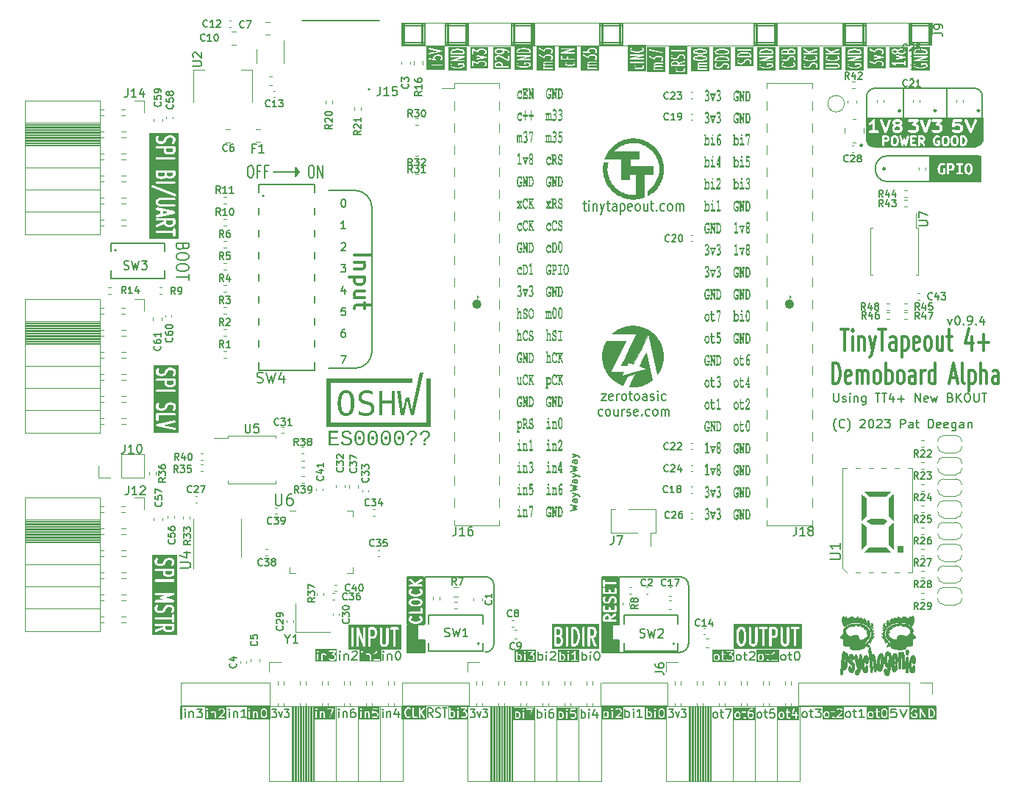
<source format=gbr>
G04 #@! TF.GenerationSoftware,KiCad,Pcbnew,7.0.9-7.0.9~ubuntu22.04.1*
G04 #@! TF.CreationDate,2023-12-15T15:20:45-05:00*
G04 #@! TF.ProjectId,tinytapeout-demo,74696e79-7461-4706-956f-75742d64656d,0.9.4*
G04 #@! TF.SameCoordinates,PX35e1f20PY8044ea0*
G04 #@! TF.FileFunction,Legend,Top*
G04 #@! TF.FilePolarity,Positive*
%FSLAX46Y46*%
G04 Gerber Fmt 4.6, Leading zero omitted, Abs format (unit mm)*
G04 Created by KiCad (PCBNEW 7.0.9-7.0.9~ubuntu22.04.1) date 2023-12-15 15:20:45*
%MOMM*%
%LPD*%
G01*
G04 APERTURE LIST*
%ADD10C,0.150000*%
%ADD11C,0.200000*%
%ADD12C,0.825000*%
%ADD13C,0.050000*%
%ADD14C,0.275000*%
%ADD15C,0.250000*%
%ADD16C,0.360000*%
%ADD17C,0.300000*%
%ADD18C,0.120000*%
%ADD19C,0.375000*%
%ADD20C,0.170000*%
%ADD21C,0.500000*%
%ADD22C,0.240000*%
%ADD23C,0.225000*%
%ADD24C,0.010000*%
%ADD25C,0.007028*%
G04 APERTURE END LIST*
D10*
X101900000Y62000000D02*
X101900000Y65000000D01*
D11*
X93900000Y77800000D02*
X93900000Y80200000D01*
X48150000Y77800000D02*
X48150000Y80200000D01*
X78200000Y77800000D02*
X78200000Y80200000D01*
D12*
X89962500Y66800000D02*
G75*
G03*
X89962500Y66800000I-412500J0D01*
G01*
D11*
X58100000Y78000000D02*
X60700000Y78000000D01*
X96300000Y77800000D02*
X96300000Y80200000D01*
X78500000Y77800000D02*
X78500000Y80200000D01*
X42650000Y77800000D02*
X42650000Y80200000D01*
X93700000Y78000000D02*
X96300000Y78000000D01*
X96300000Y80000000D02*
X93700000Y80000000D01*
X50550000Y80000000D02*
X47950000Y80000000D01*
D10*
X44899999Y16499999D02*
X37900000Y16500000D01*
X91300000Y62000000D02*
X101800000Y62000000D01*
D11*
X40350000Y77800000D02*
X42950000Y77800000D01*
D10*
X88807107Y71892893D02*
X88807107Y67500000D01*
D11*
X88700000Y80000000D02*
X86100000Y80000000D01*
X60500000Y77800000D02*
X60500000Y80200000D01*
D10*
X45900000Y15499999D02*
X45900000Y8800000D01*
X29850000Y61010000D02*
X26850000Y61010000D01*
D11*
X42950000Y77800000D02*
X42950000Y80200000D01*
X42950000Y80200000D02*
X40350000Y80200000D01*
X40550000Y77800000D02*
X40550000Y80200000D01*
D13*
X102200000Y67400000D02*
X101700000Y67400000D01*
X101700000Y69400000D01*
X102200000Y69400000D01*
X102200000Y67400000D01*
G36*
X102200000Y67400000D02*
G01*
X101700000Y67400000D01*
X101700000Y69400000D01*
X102200000Y69400000D01*
X102200000Y67400000D01*
G37*
D10*
X37900000Y7800000D02*
X35900000Y7800000D01*
X35900000Y9200000D01*
X37900000Y9200000D01*
X37900000Y7800000D01*
G36*
X37900000Y7800000D02*
G01*
X35900000Y7800000D01*
X35900000Y9200000D01*
X37900000Y9200000D01*
X37900000Y7800000D01*
G37*
D11*
X94000000Y77800000D02*
X94000000Y80200000D01*
D13*
X90550000Y66000000D02*
X89700000Y66000000D01*
X89700000Y67300000D01*
X90550000Y67300000D01*
X90550000Y66000000D01*
G36*
X90550000Y66000000D02*
G01*
X89700000Y66000000D01*
X89700000Y67300000D01*
X90550000Y67300000D01*
X90550000Y66000000D01*
G37*
D10*
X98050000Y72800000D02*
X98050000Y67500000D01*
D11*
X88500000Y77800000D02*
X88500000Y80200000D01*
X37700000Y77800000D02*
X37700000Y80200000D01*
D10*
X29850000Y40510000D02*
G75*
G03*
X31850000Y42510000I0J2000000D01*
G01*
X37900000Y16500000D02*
X37900000Y11100000D01*
X89807107Y72792893D02*
G75*
G03*
X88807107Y71792893I-7J-999993D01*
G01*
X93050000Y72800000D02*
X89800000Y72800000D01*
D11*
X75900000Y78000000D02*
X78500000Y78000000D01*
X75900000Y80200000D02*
X75900000Y77800000D01*
D10*
X91300000Y65000000D02*
X101800000Y65000000D01*
D13*
X90550000Y66700000D02*
X88750000Y66700000D01*
X88750000Y67550000D01*
X90550000Y67550000D01*
X90550000Y66700000D01*
G36*
X90550000Y66700000D02*
G01*
X88750000Y66700000D01*
X88750000Y67550000D01*
X90550000Y67550000D01*
X90550000Y66700000D01*
G37*
D10*
X67300000Y7800000D02*
G75*
G03*
X68300000Y8800000I0J1000000D01*
G01*
X68299999Y15499999D02*
G75*
G03*
X67299999Y16499999I-999999J1D01*
G01*
X58235000Y1545000D02*
X65735000Y1545000D01*
D13*
X102200000Y66700000D02*
X100550000Y66700000D01*
X100550000Y67550000D01*
X102200000Y67550000D01*
X102200000Y66700000D01*
G36*
X102200000Y66700000D02*
G01*
X100550000Y66700000D01*
X100550000Y67550000D01*
X102200000Y67550000D01*
X102200000Y66700000D01*
G37*
D10*
X60250000Y11000000D02*
X58350000Y11000000D01*
X58350000Y11200000D01*
X60250000Y11200000D01*
X60250000Y11000000D01*
G36*
X60250000Y11000000D02*
G01*
X58350000Y11000000D01*
X58350000Y11200000D01*
X60250000Y11200000D01*
X60250000Y11000000D01*
G37*
D11*
X50250000Y77800000D02*
X50250000Y80200000D01*
X60700000Y80000000D02*
X58100000Y80000000D01*
D10*
X102150000Y71800000D02*
X102150000Y67400000D01*
D11*
X78300000Y77800000D02*
X78300000Y80200000D01*
X48250000Y77800000D02*
X48250000Y80200000D01*
D10*
X81095000Y1545000D02*
X96750000Y1545000D01*
X23000000Y62600000D02*
X23500000Y63100000D01*
X23500000Y63100000D02*
X23100000Y62700000D01*
X23000000Y62700000D01*
X23000000Y63600000D01*
X23500000Y63100000D01*
G36*
X23500000Y63100000D02*
G01*
X23100000Y62700000D01*
X23000000Y62700000D01*
X23000000Y63600000D01*
X23500000Y63100000D01*
G37*
D11*
X96100000Y77800000D02*
X96100000Y80200000D01*
X86400000Y77800000D02*
X86400000Y80200000D01*
X86300000Y77800000D02*
X86300000Y80200000D01*
X75900000Y77800000D02*
X78500000Y77800000D01*
X86100000Y78000000D02*
X88700000Y78000000D01*
X40350000Y78000000D02*
X42950000Y78000000D01*
X86100000Y77800000D02*
X88700000Y77800000D01*
D10*
X19950000Y1545000D02*
X19950000Y100000D01*
X23000000Y63600000D02*
X23000000Y62700000D01*
X60300000Y7800000D02*
X58350000Y7800000D01*
X58350000Y9200000D01*
X60300000Y9200000D01*
X60300000Y7800000D01*
G36*
X60300000Y7800000D02*
G01*
X58350000Y7800000D01*
X58350000Y9200000D01*
X60300000Y9200000D01*
X60300000Y7800000D01*
G37*
D11*
X93700000Y77800000D02*
X96300000Y77800000D01*
D13*
X101350000Y66000000D02*
X100500000Y66000000D01*
X100500000Y67300000D01*
X101350000Y67300000D01*
X101350000Y66000000D01*
G36*
X101350000Y66000000D02*
G01*
X100500000Y66000000D01*
X100500000Y67300000D01*
X101350000Y67300000D01*
X101350000Y66000000D01*
G37*
D10*
X98000000Y72800000D02*
X101150000Y72800000D01*
X60250000Y16500000D02*
X60250000Y11100000D01*
D11*
X50550000Y77800000D02*
X50550000Y80200000D01*
D10*
X9850000Y1545000D02*
X9850000Y100000D01*
X45899999Y15499999D02*
G75*
G03*
X44899999Y16499999I-999999J1D01*
G01*
D12*
X101812500Y66800000D02*
G75*
G03*
X101812500Y66800000I-412500J0D01*
G01*
D10*
X9950000Y1545000D02*
X9950000Y100000D01*
D11*
X96300000Y80200000D02*
X93700000Y80200000D01*
D10*
X20015000Y1545000D02*
X9850000Y1545000D01*
D11*
X50550000Y80200000D02*
X47950000Y80200000D01*
X58100000Y80200000D02*
X58100000Y77800000D01*
X60400000Y77800000D02*
X60400000Y80200000D01*
X60700000Y77800000D02*
X60700000Y80200000D01*
D10*
X48100000Y1495000D02*
X48100000Y50000D01*
D11*
X88700000Y77800000D02*
X88700000Y80200000D01*
X35600000Y77800000D02*
X35600000Y80200000D01*
D10*
X35300000Y1545000D02*
X35300000Y100000D01*
D11*
X40350000Y80200000D02*
X40350000Y77800000D01*
D10*
X93050000Y69400000D02*
X93050000Y72800000D01*
X91300000Y65000000D02*
G75*
G03*
X91300000Y62000000I0J-1500000D01*
G01*
X93050000Y72800000D02*
X98050000Y72800000D01*
X67300000Y7800000D02*
X60300001Y7799999D01*
D11*
X35300000Y78000000D02*
X37900000Y78000000D01*
X37900000Y80200000D02*
X35300000Y80200000D01*
X88700000Y80200000D02*
X86100000Y80200000D01*
X35500000Y77800000D02*
X35500000Y80200000D01*
X88400000Y77800000D02*
X88400000Y80200000D01*
X96000000Y77800000D02*
X96000000Y80200000D01*
D13*
X98500000Y67400000D02*
X97550000Y67400000D01*
X97550000Y69400000D01*
X98500000Y69400000D01*
X98500000Y67400000D01*
G36*
X98500000Y67400000D02*
G01*
X97550000Y67400000D01*
X97550000Y69400000D01*
X98500000Y69400000D01*
X98500000Y67400000D01*
G37*
D11*
X42750000Y77800000D02*
X42750000Y80200000D01*
X35300000Y80200000D02*
X35300000Y77800000D01*
X40650000Y77800000D02*
X40650000Y80200000D01*
X78500000Y80000000D02*
X75900000Y80000000D01*
D10*
X102150000Y71800000D02*
G75*
G03*
X101150000Y72800000I-1000000J0D01*
G01*
D11*
X47950000Y77800000D02*
X50550000Y77800000D01*
X60700000Y80200000D02*
X58100000Y80200000D01*
X37900000Y80000000D02*
X35300000Y80000000D01*
X47950000Y80200000D02*
X47950000Y77800000D01*
D10*
X26850000Y40510000D02*
X29850000Y40510000D01*
D11*
X58400000Y77800000D02*
X58400000Y80200000D01*
D10*
X60200000Y16300000D02*
X58350000Y16300000D01*
X58350000Y16500000D01*
X60200000Y16500000D01*
X60200000Y16300000D01*
G36*
X60200000Y16300000D02*
G01*
X58350000Y16300000D01*
X58350000Y16500000D01*
X60200000Y16500000D01*
X60200000Y16300000D01*
G37*
D11*
X58100000Y77800000D02*
X60700000Y77800000D01*
D10*
X44900000Y7800000D02*
G75*
G03*
X45900000Y8800000I0J1000000D01*
G01*
X20100000Y1545000D02*
X20100000Y100000D01*
X31850000Y59010000D02*
G75*
G03*
X29850000Y61010000I-2000000J0D01*
G01*
X68300000Y15499999D02*
X68300000Y8800000D01*
D11*
X58300000Y77800000D02*
X58300000Y80200000D01*
X93700000Y80200000D02*
X93700000Y77800000D01*
D10*
X23500000Y63100000D02*
X23000000Y63600000D01*
D11*
X35300000Y77800000D02*
X37900000Y77800000D01*
X37900000Y77800000D02*
X37900000Y80200000D01*
D10*
X59500000Y9300000D02*
X58350000Y9300000D01*
X58350000Y10900000D01*
X59500000Y10900000D01*
X59500000Y9300000D01*
G36*
X59500000Y9300000D02*
G01*
X58350000Y9300000D01*
X58350000Y10900000D01*
X59500000Y10900000D01*
X59500000Y9300000D01*
G37*
D11*
X37600000Y77800000D02*
X37600000Y80200000D01*
X76200000Y77800000D02*
X76200000Y80200000D01*
X76100000Y77800000D02*
X76100000Y80200000D01*
X50350000Y77800000D02*
X50350000Y80200000D01*
X86100000Y80200000D02*
X86100000Y77800000D01*
D10*
X37100000Y9300000D02*
X35900000Y9300000D01*
X35900000Y10900000D01*
X37100000Y10900000D01*
X37100000Y9300000D01*
G36*
X37100000Y9300000D02*
G01*
X35900000Y9300000D01*
X35900000Y10900000D01*
X37100000Y10900000D01*
X37100000Y9300000D01*
G37*
X67299999Y16499999D02*
X60300000Y16500000D01*
X35900000Y16500000D02*
X35900000Y11100000D01*
D11*
X42950000Y80000000D02*
X40350000Y80000000D01*
D13*
X93450000Y67400000D02*
X93000000Y67400000D01*
X93000000Y69400000D01*
X93450000Y69400000D01*
X93450000Y67400000D01*
G36*
X93450000Y67400000D02*
G01*
X93000000Y67400000D01*
X93000000Y69400000D01*
X93450000Y69400000D01*
X93450000Y67400000D01*
G37*
D11*
X47950000Y78000000D02*
X50550000Y78000000D01*
X78500000Y80200000D02*
X75900000Y80200000D01*
D10*
X31850000Y59010000D02*
X31850000Y42510000D01*
X23000000Y62700000D02*
X23000000Y62600000D01*
X20500000Y63100000D02*
X23500000Y63100000D01*
X37800000Y16300000D02*
X35900000Y16300000D01*
X35900000Y16500000D01*
X37800000Y16500000D01*
X37800000Y16300000D01*
G36*
X37800000Y16300000D02*
G01*
X35900000Y16300000D01*
X35900000Y16500000D01*
X37800000Y16500000D01*
X37800000Y16300000D01*
G37*
D11*
X28721429Y45004043D02*
X28550000Y45004043D01*
X28550000Y45004043D02*
X28464286Y44961186D01*
X28464286Y44961186D02*
X28421429Y44918329D01*
X28421429Y44918329D02*
X28335714Y44789758D01*
X28335714Y44789758D02*
X28292857Y44618329D01*
X28292857Y44618329D02*
X28292857Y44275472D01*
X28292857Y44275472D02*
X28335714Y44189758D01*
X28335714Y44189758D02*
X28378571Y44146900D01*
X28378571Y44146900D02*
X28464286Y44104043D01*
X28464286Y44104043D02*
X28635714Y44104043D01*
X28635714Y44104043D02*
X28721429Y44146900D01*
X28721429Y44146900D02*
X28764286Y44189758D01*
X28764286Y44189758D02*
X28807143Y44275472D01*
X28807143Y44275472D02*
X28807143Y44489758D01*
X28807143Y44489758D02*
X28764286Y44575472D01*
X28764286Y44575472D02*
X28721429Y44618329D01*
X28721429Y44618329D02*
X28635714Y44661186D01*
X28635714Y44661186D02*
X28464286Y44661186D01*
X28464286Y44661186D02*
X28378571Y44618329D01*
X28378571Y44618329D02*
X28335714Y44575472D01*
X28335714Y44575472D02*
X28292857Y44489758D01*
D14*
G36*
X8821561Y10519662D02*
G01*
X8771085Y10456567D01*
X8710701Y10418827D01*
X8557125Y10370834D01*
X8313379Y10370834D01*
X8159802Y10418827D01*
X8099416Y10456569D01*
X8048942Y10519662D01*
X8048942Y10810119D01*
X8821561Y10810119D01*
X8821561Y10519662D01*
G37*
G36*
X8821561Y16888709D02*
G01*
X8771085Y16825614D01*
X8710701Y16787874D01*
X8557125Y16739881D01*
X8313379Y16739881D01*
X8159802Y16787874D01*
X8099416Y16825616D01*
X8048942Y16888709D01*
X8048942Y17179166D01*
X8821561Y17179166D01*
X8821561Y16888709D01*
G37*
G36*
X9382275Y9810120D02*
G01*
X6535847Y9810120D01*
X6535847Y10947619D01*
X6821561Y10947619D01*
X6839983Y10878869D01*
X6890311Y10828541D01*
X6959061Y10810119D01*
X7773942Y10810119D01*
X7773942Y10739927D01*
X6903948Y10359306D01*
X6848347Y10314872D01*
X6822411Y10248591D01*
X6833089Y10178221D01*
X6877523Y10122620D01*
X6943804Y10096684D01*
X7014174Y10107362D01*
X7779289Y10442100D01*
X7785755Y10427342D01*
X7792364Y10402679D01*
X7799832Y10395211D01*
X7804072Y10385534D01*
X7899311Y10266485D01*
X7917990Y10252744D01*
X7933806Y10235780D01*
X8029046Y10176257D01*
X8045962Y10171084D01*
X8060906Y10161617D01*
X8251382Y10102093D01*
X8272235Y10101236D01*
X8292395Y10095834D01*
X8578109Y10095834D01*
X8598268Y10101236D01*
X8619122Y10102093D01*
X8809598Y10161617D01*
X8824543Y10171085D01*
X8841459Y10176258D01*
X8936697Y10235781D01*
X8952511Y10252743D01*
X8971193Y10266486D01*
X9066431Y10385534D01*
X9070670Y10395211D01*
X9078139Y10402679D01*
X9084747Y10427342D01*
X9094993Y10450727D01*
X9093826Y10461225D01*
X9096561Y10471429D01*
X9096561Y10947619D01*
X9078139Y11016369D01*
X9027811Y11066697D01*
X8959061Y11085119D01*
X6959061Y11085119D01*
X6890311Y11066697D01*
X6839983Y11016369D01*
X6821561Y10947619D01*
X6535847Y10947619D01*
X6535847Y11721429D01*
X6821561Y11721429D01*
X6839983Y11652679D01*
X6890311Y11602351D01*
X6959061Y11583929D01*
X8821561Y11583929D01*
X8821561Y11364286D01*
X8839983Y11295536D01*
X8890311Y11245208D01*
X8959061Y11226786D01*
X9027811Y11245208D01*
X9078139Y11295536D01*
X9096561Y11364286D01*
X9096561Y12078572D01*
X9078139Y12147322D01*
X9027811Y12197650D01*
X8959061Y12216072D01*
X8890311Y12197650D01*
X8839983Y12147322D01*
X8821561Y12078572D01*
X8821561Y11858929D01*
X6959061Y11858929D01*
X6890311Y11840507D01*
X6839983Y11790179D01*
X6821561Y11721429D01*
X6535847Y11721429D01*
X6535847Y12673810D01*
X6821561Y12673810D01*
X6824295Y12663606D01*
X6823129Y12653107D01*
X6833374Y12629723D01*
X6839983Y12605060D01*
X6847452Y12597591D01*
X6851692Y12587914D01*
X6946931Y12468866D01*
X6965610Y12455125D01*
X6981425Y12438162D01*
X7076663Y12378639D01*
X7093579Y12373466D01*
X7108526Y12363997D01*
X7299002Y12304474D01*
X7319854Y12303617D01*
X7340014Y12298215D01*
X7530490Y12298215D01*
X7550649Y12303617D01*
X7571502Y12304474D01*
X7761979Y12363997D01*
X7776922Y12373465D01*
X7793841Y12378638D01*
X7889079Y12438162D01*
X7904893Y12455125D01*
X7923574Y12468867D01*
X8018812Y12587915D01*
X8026953Y12606498D01*
X8039108Y12622744D01*
X8126777Y12841919D01*
X8194656Y12926768D01*
X8255040Y12964508D01*
X8408617Y13012500D01*
X8557125Y13012500D01*
X8710701Y12964508D01*
X8771085Y12926768D01*
X8821561Y12863673D01*
X8821561Y12648661D01*
X8742500Y12500421D01*
X8726401Y12431090D01*
X8747124Y12362999D01*
X8799117Y12314392D01*
X8868448Y12298293D01*
X8936539Y12319016D01*
X8985146Y12371009D01*
X9080385Y12549580D01*
X9087931Y12582080D01*
X9096561Y12614286D01*
X9096561Y12911905D01*
X9093826Y12922110D01*
X9094993Y12932607D01*
X9084747Y12955993D01*
X9078139Y12980655D01*
X9070670Y12988124D01*
X9066431Y12997800D01*
X8971193Y13116848D01*
X8952511Y13130592D01*
X8936697Y13147553D01*
X8841459Y13207076D01*
X8824543Y13212250D01*
X8809598Y13221717D01*
X8619122Y13281241D01*
X8598268Y13282099D01*
X8578109Y13287500D01*
X8387633Y13287500D01*
X8367473Y13282099D01*
X8346620Y13281241D01*
X8156144Y13221717D01*
X8141199Y13212250D01*
X8124283Y13207076D01*
X8029045Y13147553D01*
X8013230Y13130592D01*
X7994550Y13116849D01*
X7899311Y12997801D01*
X7891169Y12979218D01*
X7879014Y12962971D01*
X7791342Y12743794D01*
X7723465Y12658947D01*
X7663079Y12621206D01*
X7509507Y12573215D01*
X7360998Y12573215D01*
X7207424Y12621206D01*
X7147036Y12658949D01*
X7096561Y12722043D01*
X7096561Y12937055D01*
X7175623Y13085294D01*
X7191722Y13154624D01*
X7170999Y13222715D01*
X7119006Y13271323D01*
X7049676Y13287422D01*
X6981585Y13266699D01*
X6932977Y13214706D01*
X6837738Y13036135D01*
X6830194Y13003647D01*
X6821561Y12971429D01*
X6821561Y12673810D01*
X6535847Y12673810D01*
X6535847Y13685714D01*
X6821561Y13685714D01*
X6839983Y13616964D01*
X6890311Y13566636D01*
X6959061Y13548214D01*
X8959061Y13548214D01*
X8975109Y13552515D01*
X8991719Y13552149D01*
X9008892Y13561567D01*
X9027811Y13566636D01*
X9039558Y13578384D01*
X9054126Y13586372D01*
X9064290Y13603116D01*
X9078139Y13616964D01*
X9082438Y13633012D01*
X9091061Y13647214D01*
X9091491Y13666796D01*
X9096561Y13685714D01*
X9092260Y13701763D01*
X9092626Y13718372D01*
X9083208Y13735546D01*
X9078139Y13754464D01*
X9066391Y13766212D01*
X9058403Y13780779D01*
X9041659Y13790944D01*
X9027811Y13804792D01*
X9011763Y13809092D01*
X8997561Y13817714D01*
X8021561Y14102381D01*
X8997561Y14387047D01*
X9011763Y14395670D01*
X9027811Y14399969D01*
X9041659Y14413818D01*
X9058403Y14423982D01*
X9066391Y14438550D01*
X9078139Y14450297D01*
X9083208Y14469216D01*
X9092626Y14486389D01*
X9092260Y14502999D01*
X9096561Y14519047D01*
X9091491Y14537966D01*
X9091061Y14557547D01*
X9082438Y14571750D01*
X9078139Y14587797D01*
X9064290Y14601646D01*
X9054126Y14618389D01*
X9039558Y14626378D01*
X9027811Y14638125D01*
X9008893Y14643194D01*
X8991720Y14652612D01*
X8975109Y14652247D01*
X8959061Y14656547D01*
X6959061Y14656547D01*
X6890311Y14638125D01*
X6839983Y14587797D01*
X6821561Y14519047D01*
X6839983Y14450297D01*
X6890311Y14399969D01*
X6959061Y14381547D01*
X7996560Y14381547D01*
X7491990Y14234381D01*
X7464064Y14217429D01*
X7435425Y14201723D01*
X7433809Y14199062D01*
X7431148Y14197446D01*
X7415442Y14168807D01*
X7398490Y14140881D01*
X7398421Y14137768D01*
X7396925Y14135039D01*
X7397643Y14102381D01*
X7396925Y14069723D01*
X7398421Y14066995D01*
X7398490Y14063881D01*
X7415442Y14035956D01*
X7431148Y14007316D01*
X7433809Y14005701D01*
X7435425Y14003039D01*
X7464064Y13987334D01*
X7491990Y13970381D01*
X7996562Y13823214D01*
X6959061Y13823214D01*
X6890311Y13804792D01*
X6839983Y13754464D01*
X6821561Y13685714D01*
X6535847Y13685714D01*
X6535847Y16066666D01*
X6821561Y16066666D01*
X6839983Y15997916D01*
X6890311Y15947588D01*
X6959061Y15929166D01*
X8959061Y15929166D01*
X9027811Y15947588D01*
X9078139Y15997916D01*
X9096561Y16066666D01*
X9078139Y16135416D01*
X9027811Y16185744D01*
X8959061Y16204166D01*
X6959061Y16204166D01*
X6890311Y16185744D01*
X6839983Y16135416D01*
X6821561Y16066666D01*
X6535847Y16066666D01*
X6535847Y17316666D01*
X6821561Y17316666D01*
X6839983Y17247916D01*
X6890311Y17197588D01*
X6959061Y17179166D01*
X7773942Y17179166D01*
X7773942Y16840476D01*
X7776676Y16830272D01*
X7775510Y16819774D01*
X7785755Y16796389D01*
X7792364Y16771726D01*
X7799832Y16764258D01*
X7804072Y16754581D01*
X7899311Y16635532D01*
X7917990Y16621791D01*
X7933806Y16604827D01*
X8029046Y16545304D01*
X8045962Y16540131D01*
X8060906Y16530664D01*
X8251382Y16471140D01*
X8272235Y16470283D01*
X8292395Y16464881D01*
X8578109Y16464881D01*
X8598268Y16470283D01*
X8619122Y16471140D01*
X8809598Y16530664D01*
X8824543Y16540132D01*
X8841459Y16545305D01*
X8936697Y16604828D01*
X8952511Y16621790D01*
X8971193Y16635533D01*
X9066431Y16754581D01*
X9070670Y16764258D01*
X9078139Y16771726D01*
X9084747Y16796389D01*
X9094993Y16819774D01*
X9093826Y16830272D01*
X9096561Y16840476D01*
X9096561Y17316666D01*
X9078139Y17385416D01*
X9027811Y17435744D01*
X8959061Y17454166D01*
X6959061Y17454166D01*
X6890311Y17435744D01*
X6839983Y17385416D01*
X6821561Y17316666D01*
X6535847Y17316666D01*
X6535847Y18090476D01*
X6821561Y18090476D01*
X6824295Y18080272D01*
X6823129Y18069773D01*
X6833374Y18046389D01*
X6839983Y18021726D01*
X6847452Y18014257D01*
X6851692Y18004580D01*
X6946931Y17885532D01*
X6965610Y17871791D01*
X6981425Y17854828D01*
X7076663Y17795305D01*
X7093579Y17790132D01*
X7108526Y17780663D01*
X7299002Y17721140D01*
X7319854Y17720283D01*
X7340014Y17714881D01*
X7530490Y17714881D01*
X7550649Y17720283D01*
X7571502Y17721140D01*
X7761979Y17780663D01*
X7776922Y17790131D01*
X7793841Y17795304D01*
X7889079Y17854828D01*
X7904893Y17871791D01*
X7923574Y17885533D01*
X8018812Y18004581D01*
X8026953Y18023164D01*
X8039108Y18039410D01*
X8126777Y18258585D01*
X8194656Y18343434D01*
X8255040Y18381174D01*
X8408617Y18429166D01*
X8557125Y18429166D01*
X8710701Y18381174D01*
X8771085Y18343434D01*
X8821561Y18280339D01*
X8821561Y18065327D01*
X8742500Y17917087D01*
X8726401Y17847756D01*
X8747124Y17779665D01*
X8799117Y17731058D01*
X8868448Y17714959D01*
X8936539Y17735682D01*
X8985146Y17787675D01*
X9080385Y17966246D01*
X9087931Y17998746D01*
X9096561Y18030952D01*
X9096561Y18328571D01*
X9093826Y18338776D01*
X9094993Y18349273D01*
X9084747Y18372659D01*
X9078139Y18397321D01*
X9070670Y18404790D01*
X9066431Y18414466D01*
X8971193Y18533514D01*
X8952511Y18547258D01*
X8936697Y18564219D01*
X8841459Y18623742D01*
X8824543Y18628916D01*
X8809598Y18638383D01*
X8619122Y18697907D01*
X8598268Y18698765D01*
X8578109Y18704166D01*
X8387633Y18704166D01*
X8367473Y18698765D01*
X8346620Y18697907D01*
X8156144Y18638383D01*
X8141199Y18628916D01*
X8124283Y18623742D01*
X8029045Y18564219D01*
X8013230Y18547258D01*
X7994550Y18533515D01*
X7899311Y18414467D01*
X7891169Y18395884D01*
X7879014Y18379637D01*
X7791342Y18160460D01*
X7723465Y18075613D01*
X7663079Y18037872D01*
X7509507Y17989881D01*
X7360998Y17989881D01*
X7207424Y18037872D01*
X7147036Y18075615D01*
X7096561Y18138709D01*
X7096561Y18353721D01*
X7175623Y18501960D01*
X7191722Y18571290D01*
X7170999Y18639381D01*
X7119006Y18687989D01*
X7049676Y18704088D01*
X6981585Y18683365D01*
X6932977Y18631372D01*
X6837738Y18452801D01*
X6830194Y18420313D01*
X6821561Y18388095D01*
X6821561Y18090476D01*
X6535847Y18090476D01*
X6535847Y18989880D01*
X9382275Y18989880D01*
X9382275Y9810120D01*
G37*
D10*
X85036779Y37630181D02*
X85036779Y36820658D01*
X85036779Y36820658D02*
X85084398Y36725420D01*
X85084398Y36725420D02*
X85132017Y36677800D01*
X85132017Y36677800D02*
X85227255Y36630181D01*
X85227255Y36630181D02*
X85417731Y36630181D01*
X85417731Y36630181D02*
X85512969Y36677800D01*
X85512969Y36677800D02*
X85560588Y36725420D01*
X85560588Y36725420D02*
X85608207Y36820658D01*
X85608207Y36820658D02*
X85608207Y37630181D01*
X86036779Y36677800D02*
X86132017Y36630181D01*
X86132017Y36630181D02*
X86322493Y36630181D01*
X86322493Y36630181D02*
X86417731Y36677800D01*
X86417731Y36677800D02*
X86465350Y36773039D01*
X86465350Y36773039D02*
X86465350Y36820658D01*
X86465350Y36820658D02*
X86417731Y36915896D01*
X86417731Y36915896D02*
X86322493Y36963515D01*
X86322493Y36963515D02*
X86179636Y36963515D01*
X86179636Y36963515D02*
X86084398Y37011134D01*
X86084398Y37011134D02*
X86036779Y37106372D01*
X86036779Y37106372D02*
X86036779Y37153991D01*
X86036779Y37153991D02*
X86084398Y37249229D01*
X86084398Y37249229D02*
X86179636Y37296848D01*
X86179636Y37296848D02*
X86322493Y37296848D01*
X86322493Y37296848D02*
X86417731Y37249229D01*
X86893922Y36630181D02*
X86893922Y37296848D01*
X86893922Y37630181D02*
X86846303Y37582562D01*
X86846303Y37582562D02*
X86893922Y37534943D01*
X86893922Y37534943D02*
X86941541Y37582562D01*
X86941541Y37582562D02*
X86893922Y37630181D01*
X86893922Y37630181D02*
X86893922Y37534943D01*
X87370112Y37296848D02*
X87370112Y36630181D01*
X87370112Y37201610D02*
X87417731Y37249229D01*
X87417731Y37249229D02*
X87512969Y37296848D01*
X87512969Y37296848D02*
X87655826Y37296848D01*
X87655826Y37296848D02*
X87751064Y37249229D01*
X87751064Y37249229D02*
X87798683Y37153991D01*
X87798683Y37153991D02*
X87798683Y36630181D01*
X88703445Y37296848D02*
X88703445Y36487324D01*
X88703445Y36487324D02*
X88655826Y36392086D01*
X88655826Y36392086D02*
X88608207Y36344467D01*
X88608207Y36344467D02*
X88512969Y36296848D01*
X88512969Y36296848D02*
X88370112Y36296848D01*
X88370112Y36296848D02*
X88274874Y36344467D01*
X88703445Y36677800D02*
X88608207Y36630181D01*
X88608207Y36630181D02*
X88417731Y36630181D01*
X88417731Y36630181D02*
X88322493Y36677800D01*
X88322493Y36677800D02*
X88274874Y36725420D01*
X88274874Y36725420D02*
X88227255Y36820658D01*
X88227255Y36820658D02*
X88227255Y37106372D01*
X88227255Y37106372D02*
X88274874Y37201610D01*
X88274874Y37201610D02*
X88322493Y37249229D01*
X88322493Y37249229D02*
X88417731Y37296848D01*
X88417731Y37296848D02*
X88608207Y37296848D01*
X88608207Y37296848D02*
X88703445Y37249229D01*
X89798684Y37630181D02*
X90370112Y37630181D01*
X90084398Y36630181D02*
X90084398Y37630181D01*
X90560589Y37630181D02*
X91132017Y37630181D01*
X90846303Y36630181D02*
X90846303Y37630181D01*
X91893922Y37296848D02*
X91893922Y36630181D01*
X91655827Y37677800D02*
X91417732Y36963515D01*
X91417732Y36963515D02*
X92036779Y36963515D01*
X92417732Y37011134D02*
X93179637Y37011134D01*
X92798684Y36630181D02*
X92798684Y37392086D01*
X94417732Y36630181D02*
X94417732Y37630181D01*
X94417732Y37630181D02*
X94989160Y36630181D01*
X94989160Y36630181D02*
X94989160Y37630181D01*
X95846303Y36677800D02*
X95751065Y36630181D01*
X95751065Y36630181D02*
X95560589Y36630181D01*
X95560589Y36630181D02*
X95465351Y36677800D01*
X95465351Y36677800D02*
X95417732Y36773039D01*
X95417732Y36773039D02*
X95417732Y37153991D01*
X95417732Y37153991D02*
X95465351Y37249229D01*
X95465351Y37249229D02*
X95560589Y37296848D01*
X95560589Y37296848D02*
X95751065Y37296848D01*
X95751065Y37296848D02*
X95846303Y37249229D01*
X95846303Y37249229D02*
X95893922Y37153991D01*
X95893922Y37153991D02*
X95893922Y37058753D01*
X95893922Y37058753D02*
X95417732Y36963515D01*
X96227256Y37296848D02*
X96417732Y36630181D01*
X96417732Y36630181D02*
X96608208Y37106372D01*
X96608208Y37106372D02*
X96798684Y36630181D01*
X96798684Y36630181D02*
X96989160Y37296848D01*
X98465351Y37153991D02*
X98608208Y37106372D01*
X98608208Y37106372D02*
X98655827Y37058753D01*
X98655827Y37058753D02*
X98703446Y36963515D01*
X98703446Y36963515D02*
X98703446Y36820658D01*
X98703446Y36820658D02*
X98655827Y36725420D01*
X98655827Y36725420D02*
X98608208Y36677800D01*
X98608208Y36677800D02*
X98512970Y36630181D01*
X98512970Y36630181D02*
X98132018Y36630181D01*
X98132018Y36630181D02*
X98132018Y37630181D01*
X98132018Y37630181D02*
X98465351Y37630181D01*
X98465351Y37630181D02*
X98560589Y37582562D01*
X98560589Y37582562D02*
X98608208Y37534943D01*
X98608208Y37534943D02*
X98655827Y37439705D01*
X98655827Y37439705D02*
X98655827Y37344467D01*
X98655827Y37344467D02*
X98608208Y37249229D01*
X98608208Y37249229D02*
X98560589Y37201610D01*
X98560589Y37201610D02*
X98465351Y37153991D01*
X98465351Y37153991D02*
X98132018Y37153991D01*
X99132018Y36630181D02*
X99132018Y37630181D01*
X99703446Y36630181D02*
X99274875Y37201610D01*
X99703446Y37630181D02*
X99132018Y37058753D01*
X100322494Y37630181D02*
X100512970Y37630181D01*
X100512970Y37630181D02*
X100608208Y37582562D01*
X100608208Y37582562D02*
X100703446Y37487324D01*
X100703446Y37487324D02*
X100751065Y37296848D01*
X100751065Y37296848D02*
X100751065Y36963515D01*
X100751065Y36963515D02*
X100703446Y36773039D01*
X100703446Y36773039D02*
X100608208Y36677800D01*
X100608208Y36677800D02*
X100512970Y36630181D01*
X100512970Y36630181D02*
X100322494Y36630181D01*
X100322494Y36630181D02*
X100227256Y36677800D01*
X100227256Y36677800D02*
X100132018Y36773039D01*
X100132018Y36773039D02*
X100084399Y36963515D01*
X100084399Y36963515D02*
X100084399Y37296848D01*
X100084399Y37296848D02*
X100132018Y37487324D01*
X100132018Y37487324D02*
X100227256Y37582562D01*
X100227256Y37582562D02*
X100322494Y37630181D01*
X101179637Y37630181D02*
X101179637Y36820658D01*
X101179637Y36820658D02*
X101227256Y36725420D01*
X101227256Y36725420D02*
X101274875Y36677800D01*
X101274875Y36677800D02*
X101370113Y36630181D01*
X101370113Y36630181D02*
X101560589Y36630181D01*
X101560589Y36630181D02*
X101655827Y36677800D01*
X101655827Y36677800D02*
X101703446Y36725420D01*
X101703446Y36725420D02*
X101751065Y36820658D01*
X101751065Y36820658D02*
X101751065Y37630181D01*
X102084399Y37630181D02*
X102655827Y37630181D01*
X102370113Y36630181D02*
X102370113Y37630181D01*
D11*
X24760149Y63881734D02*
X24950625Y63881734D01*
X24950625Y63881734D02*
X25045863Y63815067D01*
X25045863Y63815067D02*
X25141101Y63681734D01*
X25141101Y63681734D02*
X25188720Y63415067D01*
X25188720Y63415067D02*
X25188720Y62948400D01*
X25188720Y62948400D02*
X25141101Y62681734D01*
X25141101Y62681734D02*
X25045863Y62548400D01*
X25045863Y62548400D02*
X24950625Y62481734D01*
X24950625Y62481734D02*
X24760149Y62481734D01*
X24760149Y62481734D02*
X24664911Y62548400D01*
X24664911Y62548400D02*
X24569673Y62681734D01*
X24569673Y62681734D02*
X24522054Y62948400D01*
X24522054Y62948400D02*
X24522054Y63415067D01*
X24522054Y63415067D02*
X24569673Y63681734D01*
X24569673Y63681734D02*
X24664911Y63815067D01*
X24664911Y63815067D02*
X24760149Y63881734D01*
X25617292Y62481734D02*
X25617292Y63881734D01*
X25617292Y63881734D02*
X26188720Y62481734D01*
X26188720Y62481734D02*
X26188720Y63881734D01*
D10*
G36*
X74073304Y787590D02*
G01*
X74103711Y757183D01*
X74137969Y688667D01*
X74137969Y438363D01*
X74103710Y369847D01*
X74073303Y339439D01*
X74004788Y305181D01*
X73897341Y305181D01*
X73828825Y339439D01*
X73798418Y369847D01*
X73764160Y438363D01*
X73764160Y688667D01*
X73798418Y757183D01*
X73828825Y787590D01*
X73897341Y821848D01*
X74004788Y821848D01*
X74073304Y787590D01*
G37*
G36*
X75597114Y739971D02*
G01*
X75627521Y709564D01*
X75661779Y641048D01*
X75661779Y438363D01*
X75627520Y369847D01*
X75597113Y339439D01*
X75528598Y305181D01*
X75373532Y305181D01*
X75305016Y339439D01*
X75274609Y369847D01*
X75240351Y438363D01*
X75240351Y641048D01*
X75274609Y709564D01*
X75305016Y739971D01*
X75373532Y774229D01*
X75528598Y774229D01*
X75597114Y739971D01*
G37*
G36*
X75954636Y12324D02*
G01*
X73471303Y12324D01*
X73471303Y420658D01*
X73614160Y420658D01*
X73615693Y416445D01*
X73614652Y412084D01*
X73622078Y387117D01*
X73669697Y291879D01*
X73670885Y290754D01*
X73683745Y272388D01*
X73731364Y224768D01*
X73732845Y224078D01*
X73750857Y210718D01*
X73846095Y163099D01*
X73850548Y162587D01*
X73853984Y159704D01*
X73879636Y155181D01*
X74022493Y155181D01*
X74026706Y156715D01*
X74031067Y155673D01*
X74056034Y163099D01*
X74151272Y210718D01*
X74152396Y211906D01*
X74170765Y224768D01*
X74218383Y272387D01*
X74219073Y273869D01*
X74232432Y291879D01*
X74280051Y387117D01*
X74280563Y391571D01*
X74283446Y395006D01*
X74287969Y420658D01*
X74287969Y706372D01*
X74286435Y710586D01*
X74287477Y714947D01*
X74280051Y739913D01*
X74232432Y835151D01*
X74231242Y836277D01*
X74218383Y854643D01*
X74170764Y902262D01*
X74169282Y902953D01*
X74159953Y909872D01*
X74424823Y909872D01*
X74433732Y859348D01*
X74473032Y826371D01*
X74498684Y821848D01*
X74566541Y821848D01*
X74566541Y373039D01*
X74568074Y368827D01*
X74567032Y364465D01*
X74574459Y339498D01*
X74622078Y244259D01*
X74630231Y236540D01*
X74634698Y226235D01*
X74655619Y210718D01*
X74750857Y163099D01*
X74755310Y162587D01*
X74758746Y159704D01*
X74784398Y155181D01*
X74879636Y155181D01*
X74927845Y172728D01*
X74953497Y217157D01*
X74944588Y267681D01*
X74905288Y300658D01*
X74879636Y305181D01*
X74802103Y305181D01*
X74745061Y333702D01*
X74716541Y390744D01*
X74716541Y420658D01*
X75090351Y420658D01*
X75091884Y416445D01*
X75090843Y412084D01*
X75098269Y387117D01*
X75145888Y291879D01*
X75147076Y290754D01*
X75159936Y272388D01*
X75207555Y224768D01*
X75209036Y224078D01*
X75227048Y210718D01*
X75322286Y163099D01*
X75326739Y162587D01*
X75330175Y159704D01*
X75355827Y155181D01*
X75546303Y155181D01*
X75550516Y156715D01*
X75554877Y155673D01*
X75579844Y163099D01*
X75675082Y210718D01*
X75676206Y211906D01*
X75694575Y224768D01*
X75742193Y272387D01*
X75742883Y273869D01*
X75756242Y291879D01*
X75803861Y387117D01*
X75804373Y391571D01*
X75807256Y395006D01*
X75811779Y420658D01*
X75811779Y658753D01*
X75810245Y662967D01*
X75811287Y667328D01*
X75803861Y692294D01*
X75756242Y787532D01*
X75755052Y788658D01*
X75742193Y807024D01*
X75694574Y854643D01*
X75693092Y855334D01*
X75675082Y868692D01*
X75579844Y916311D01*
X75575390Y916824D01*
X75571955Y919706D01*
X75546303Y924229D01*
X75355827Y924229D01*
X75351613Y922696D01*
X75347252Y923737D01*
X75322286Y916311D01*
X75264056Y887196D01*
X75282580Y961293D01*
X75366492Y1087162D01*
X75400254Y1120923D01*
X75468770Y1155181D01*
X75641541Y1155181D01*
X75689750Y1172728D01*
X75715402Y1217157D01*
X75706493Y1267681D01*
X75667193Y1300658D01*
X75641541Y1305181D01*
X75451065Y1305181D01*
X75446851Y1303648D01*
X75442490Y1304689D01*
X75417524Y1297263D01*
X75322286Y1249644D01*
X75321160Y1248455D01*
X75302794Y1235595D01*
X75255175Y1187976D01*
X75253698Y1184811D01*
X75245804Y1176546D01*
X75150566Y1033689D01*
X75150463Y1033268D01*
X75140209Y1010276D01*
X75092590Y819800D01*
X75092950Y816352D01*
X75090351Y801610D01*
X75090351Y420658D01*
X74716541Y420658D01*
X74716541Y821848D01*
X74879636Y821848D01*
X74927845Y839395D01*
X74953497Y883824D01*
X74944588Y934348D01*
X74905288Y967325D01*
X74879636Y971848D01*
X74716541Y971848D01*
X74716541Y1230181D01*
X74698994Y1278390D01*
X74654565Y1304042D01*
X74604041Y1295133D01*
X74571064Y1255833D01*
X74566541Y1230181D01*
X74566541Y971848D01*
X74498684Y971848D01*
X74450475Y954301D01*
X74424823Y909872D01*
X74159953Y909872D01*
X74151272Y916311D01*
X74056034Y963930D01*
X74051580Y964443D01*
X74048145Y967325D01*
X74022493Y971848D01*
X73879636Y971848D01*
X73875422Y970315D01*
X73871061Y971356D01*
X73846095Y963930D01*
X73750857Y916311D01*
X73749731Y915122D01*
X73731365Y902262D01*
X73683746Y854643D01*
X73683055Y853162D01*
X73669697Y835151D01*
X73622078Y739913D01*
X73621565Y735460D01*
X73618683Y732024D01*
X73614160Y706372D01*
X73614160Y420658D01*
X73471303Y420658D01*
X73471303Y1448038D01*
X75954636Y1448038D01*
X75954636Y12324D01*
G37*
G36*
X52897914Y74812030D02*
G01*
X50819342Y74812030D01*
X50819342Y75215601D01*
X51533628Y75215601D01*
X51538831Y75201306D01*
X51539668Y75186113D01*
X51550266Y75169887D01*
X51551175Y75167392D01*
X51552333Y75166724D01*
X51553913Y75164305D01*
X51559917Y75157901D01*
X51534767Y75114340D01*
X51543676Y75063816D01*
X51582976Y75030839D01*
X51608628Y75026316D01*
X52608628Y75026316D01*
X52656837Y75043863D01*
X52682489Y75088292D01*
X52673580Y75138816D01*
X52634280Y75171793D01*
X52608628Y75176316D01*
X51770234Y75176316D01*
X51726292Y75199752D01*
X51683628Y75245260D01*
X51683628Y75300229D01*
X51720103Y75339136D01*
X51832744Y75369173D01*
X52608628Y75369173D01*
X52656837Y75386720D01*
X52682489Y75431149D01*
X52673580Y75481673D01*
X52634280Y75514650D01*
X52608628Y75519173D01*
X51832744Y75519173D01*
X51720103Y75549211D01*
X51683628Y75588118D01*
X51683628Y75643086D01*
X51720103Y75681993D01*
X51832744Y75712030D01*
X52608628Y75712030D01*
X52656837Y75729577D01*
X52682489Y75774006D01*
X52673580Y75824530D01*
X52634280Y75857507D01*
X52608628Y75862030D01*
X51822914Y75862030D01*
X51819800Y75860897D01*
X51803589Y75859498D01*
X51660732Y75821403D01*
X51654152Y75816808D01*
X51646186Y75815851D01*
X51625341Y75800230D01*
X51553913Y75724040D01*
X51547931Y75710052D01*
X51538151Y75698396D01*
X51534785Y75679309D01*
X51533742Y75676868D01*
X51534129Y75675589D01*
X51533628Y75672744D01*
X51533628Y75558459D01*
X51538831Y75544164D01*
X51539668Y75528971D01*
X51550266Y75512745D01*
X51551175Y75510250D01*
X51552333Y75509582D01*
X51553913Y75507163D01*
X51612966Y75444173D01*
X51553913Y75381183D01*
X51547931Y75367195D01*
X51538151Y75355539D01*
X51534785Y75336452D01*
X51533742Y75334011D01*
X51534129Y75332732D01*
X51533628Y75329887D01*
X51533628Y75215601D01*
X50819342Y75215601D01*
X50819342Y76091792D01*
X51033628Y76091792D01*
X51051175Y76043583D01*
X51095604Y76017931D01*
X51146128Y76026840D01*
X51179105Y76066140D01*
X51183628Y76091792D01*
X51183628Y76469266D01*
X51648341Y76252400D01*
X51658339Y76251523D01*
X51667033Y76246503D01*
X51683148Y76249345D01*
X51699448Y76247914D01*
X51707672Y76253670D01*
X51717557Y76255412D01*
X51728073Y76267946D01*
X51741481Y76277327D01*
X51744082Y76287024D01*
X51750534Y76294712D01*
X51755057Y76320364D01*
X51755057Y76404991D01*
X51797719Y76450499D01*
X51850582Y76478692D01*
X51975601Y76512030D01*
X52313084Y76512030D01*
X52438099Y76478693D01*
X52490965Y76450499D01*
X52533628Y76404992D01*
X52533628Y76235736D01*
X52490965Y76190229D01*
X52430477Y76157969D01*
X52396197Y76119800D01*
X52394470Y76068526D01*
X52426107Y76028138D01*
X52476302Y76017535D01*
X52501065Y76025615D01*
X52572494Y76063711D01*
X52573388Y76064708D01*
X52591916Y76078592D01*
X52663344Y76154783D01*
X52669324Y76168771D01*
X52679105Y76180426D01*
X52682470Y76199516D01*
X52683514Y76201955D01*
X52683126Y76203235D01*
X52683628Y76206078D01*
X52683628Y76434649D01*
X52678424Y76448945D01*
X52677588Y76464136D01*
X52666988Y76480364D01*
X52666081Y76482858D01*
X52664922Y76483527D01*
X52663344Y76485944D01*
X52591916Y76562135D01*
X52590718Y76562742D01*
X52572494Y76577016D01*
X52501065Y76615112D01*
X52497559Y76615610D01*
X52485096Y76621403D01*
X52342239Y76659498D01*
X52338935Y76659206D01*
X52322914Y76662030D01*
X51965771Y76662030D01*
X51962657Y76660897D01*
X51946446Y76659498D01*
X51803589Y76621403D01*
X51800685Y76619375D01*
X51787621Y76615112D01*
X51716191Y76577017D01*
X51715291Y76576016D01*
X51696770Y76562135D01*
X51625341Y76485944D01*
X51619359Y76471957D01*
X51609580Y76460301D01*
X51606214Y76441214D01*
X51605171Y76438773D01*
X51605416Y76437962D01*
X51140344Y76654994D01*
X51130345Y76655872D01*
X51121652Y76660891D01*
X51105536Y76658050D01*
X51089238Y76659480D01*
X51081013Y76653726D01*
X51071128Y76651982D01*
X51060610Y76639449D01*
X51047204Y76630067D01*
X51044602Y76620372D01*
X51038151Y76612682D01*
X51033628Y76587030D01*
X51033628Y76091792D01*
X50819342Y76091792D01*
X50819342Y76853697D01*
X51033628Y76853697D01*
X51051175Y76805488D01*
X51095604Y76779836D01*
X51146128Y76788745D01*
X51179105Y76828045D01*
X51183628Y76853697D01*
X51183628Y77231171D01*
X51648341Y77014305D01*
X51658339Y77013428D01*
X51667033Y77008408D01*
X51683148Y77011250D01*
X51699448Y77009819D01*
X51707672Y77015575D01*
X51717557Y77017317D01*
X51728073Y77029851D01*
X51741481Y77039232D01*
X51744082Y77048929D01*
X51750534Y77056617D01*
X51755057Y77082269D01*
X51755057Y77166896D01*
X51797719Y77212404D01*
X51850582Y77240597D01*
X51975601Y77273935D01*
X52313084Y77273935D01*
X52438099Y77240598D01*
X52490965Y77212404D01*
X52533628Y77166897D01*
X52533628Y76997641D01*
X52490965Y76952134D01*
X52430477Y76919874D01*
X52396197Y76881705D01*
X52394470Y76830431D01*
X52426107Y76790043D01*
X52476302Y76779440D01*
X52501065Y76787520D01*
X52572494Y76825616D01*
X52573388Y76826613D01*
X52591916Y76840497D01*
X52663344Y76916688D01*
X52669324Y76930676D01*
X52679105Y76942331D01*
X52682470Y76961421D01*
X52683514Y76963860D01*
X52683126Y76965140D01*
X52683628Y76967983D01*
X52683628Y77196554D01*
X52678424Y77210850D01*
X52677588Y77226041D01*
X52666988Y77242269D01*
X52666081Y77244763D01*
X52664922Y77245432D01*
X52663344Y77247849D01*
X52591916Y77324040D01*
X52590718Y77324647D01*
X52572494Y77338921D01*
X52501065Y77377017D01*
X52497559Y77377515D01*
X52485096Y77383308D01*
X52342239Y77421403D01*
X52338935Y77421111D01*
X52322914Y77423935D01*
X51965771Y77423935D01*
X51962657Y77422802D01*
X51946446Y77421403D01*
X51803589Y77383308D01*
X51800685Y77381280D01*
X51787621Y77377017D01*
X51716191Y77338922D01*
X51715291Y77337921D01*
X51696770Y77324040D01*
X51625341Y77247849D01*
X51619359Y77233862D01*
X51609580Y77222206D01*
X51606214Y77203119D01*
X51605171Y77200678D01*
X51605416Y77199867D01*
X51140344Y77416899D01*
X51130345Y77417777D01*
X51121652Y77422796D01*
X51105536Y77419955D01*
X51089238Y77421385D01*
X51081013Y77415631D01*
X51071128Y77413887D01*
X51060610Y77401354D01*
X51047204Y77391972D01*
X51044602Y77382277D01*
X51038151Y77374587D01*
X51033628Y77348935D01*
X51033628Y76853697D01*
X50819342Y76853697D01*
X50819342Y77638221D01*
X52897914Y77638221D01*
X52897914Y74812030D01*
G37*
D11*
X10065066Y54528572D02*
X9998400Y54357144D01*
X9998400Y54357144D02*
X9931733Y54300001D01*
X9931733Y54300001D02*
X9798400Y54242858D01*
X9798400Y54242858D02*
X9598400Y54242858D01*
X9598400Y54242858D02*
X9465066Y54300001D01*
X9465066Y54300001D02*
X9398400Y54357144D01*
X9398400Y54357144D02*
X9331733Y54471429D01*
X9331733Y54471429D02*
X9331733Y54928572D01*
X9331733Y54928572D02*
X10731733Y54928572D01*
X10731733Y54928572D02*
X10731733Y54528572D01*
X10731733Y54528572D02*
X10665066Y54414286D01*
X10665066Y54414286D02*
X10598400Y54357144D01*
X10598400Y54357144D02*
X10465066Y54300001D01*
X10465066Y54300001D02*
X10331733Y54300001D01*
X10331733Y54300001D02*
X10198400Y54357144D01*
X10198400Y54357144D02*
X10131733Y54414286D01*
X10131733Y54414286D02*
X10065066Y54528572D01*
X10065066Y54528572D02*
X10065066Y54928572D01*
X10731733Y53500001D02*
X10731733Y53271429D01*
X10731733Y53271429D02*
X10665066Y53157144D01*
X10665066Y53157144D02*
X10531733Y53042858D01*
X10531733Y53042858D02*
X10265066Y52985715D01*
X10265066Y52985715D02*
X9798400Y52985715D01*
X9798400Y52985715D02*
X9531733Y53042858D01*
X9531733Y53042858D02*
X9398400Y53157144D01*
X9398400Y53157144D02*
X9331733Y53271429D01*
X9331733Y53271429D02*
X9331733Y53500001D01*
X9331733Y53500001D02*
X9398400Y53614286D01*
X9398400Y53614286D02*
X9531733Y53728572D01*
X9531733Y53728572D02*
X9798400Y53785715D01*
X9798400Y53785715D02*
X10265066Y53785715D01*
X10265066Y53785715D02*
X10531733Y53728572D01*
X10531733Y53728572D02*
X10665066Y53614286D01*
X10665066Y53614286D02*
X10731733Y53500001D01*
X10731733Y52242858D02*
X10731733Y52014286D01*
X10731733Y52014286D02*
X10665066Y51900001D01*
X10665066Y51900001D02*
X10531733Y51785715D01*
X10531733Y51785715D02*
X10265066Y51728572D01*
X10265066Y51728572D02*
X9798400Y51728572D01*
X9798400Y51728572D02*
X9531733Y51785715D01*
X9531733Y51785715D02*
X9398400Y51900001D01*
X9398400Y51900001D02*
X9331733Y52014286D01*
X9331733Y52014286D02*
X9331733Y52242858D01*
X9331733Y52242858D02*
X9398400Y52357143D01*
X9398400Y52357143D02*
X9531733Y52471429D01*
X9531733Y52471429D02*
X9798400Y52528572D01*
X9798400Y52528572D02*
X10265066Y52528572D01*
X10265066Y52528572D02*
X10531733Y52471429D01*
X10531733Y52471429D02*
X10665066Y52357143D01*
X10665066Y52357143D02*
X10731733Y52242858D01*
X10731733Y51385715D02*
X10731733Y50700000D01*
X9331733Y51042858D02*
X10731733Y51042858D01*
D10*
X60998684Y280181D02*
X60998684Y1280181D01*
X60998684Y899229D02*
X61098684Y946848D01*
X61098684Y946848D02*
X61298684Y946848D01*
X61298684Y946848D02*
X61398684Y899229D01*
X61398684Y899229D02*
X61448684Y851610D01*
X61448684Y851610D02*
X61498684Y756372D01*
X61498684Y756372D02*
X61498684Y470658D01*
X61498684Y470658D02*
X61448684Y375420D01*
X61448684Y375420D02*
X61398684Y327800D01*
X61398684Y327800D02*
X61298684Y280181D01*
X61298684Y280181D02*
X61098684Y280181D01*
X61098684Y280181D02*
X60998684Y327800D01*
X61948684Y280181D02*
X61948684Y946848D01*
X61948684Y1280181D02*
X61898684Y1232562D01*
X61898684Y1232562D02*
X61948684Y1184943D01*
X61948684Y1184943D02*
X61998684Y1232562D01*
X61998684Y1232562D02*
X61948684Y1280181D01*
X61948684Y1280181D02*
X61948684Y1184943D01*
X62998684Y280181D02*
X62398684Y280181D01*
X62698684Y280181D02*
X62698684Y1280181D01*
X62698684Y1280181D02*
X62598684Y1137324D01*
X62598684Y1137324D02*
X62498684Y1042086D01*
X62498684Y1042086D02*
X62398684Y994467D01*
X28036779Y280181D02*
X28036779Y946848D01*
X28036779Y1280181D02*
X27989160Y1232562D01*
X27989160Y1232562D02*
X28036779Y1184943D01*
X28036779Y1184943D02*
X28084398Y1232562D01*
X28084398Y1232562D02*
X28036779Y1280181D01*
X28036779Y1280181D02*
X28036779Y1184943D01*
X28512969Y946848D02*
X28512969Y280181D01*
X28512969Y851610D02*
X28560588Y899229D01*
X28560588Y899229D02*
X28655826Y946848D01*
X28655826Y946848D02*
X28798683Y946848D01*
X28798683Y946848D02*
X28893921Y899229D01*
X28893921Y899229D02*
X28941540Y803991D01*
X28941540Y803991D02*
X28941540Y280181D01*
X29846302Y1280181D02*
X29655826Y1280181D01*
X29655826Y1280181D02*
X29560588Y1232562D01*
X29560588Y1232562D02*
X29512969Y1184943D01*
X29512969Y1184943D02*
X29417731Y1042086D01*
X29417731Y1042086D02*
X29370112Y851610D01*
X29370112Y851610D02*
X29370112Y470658D01*
X29370112Y470658D02*
X29417731Y375420D01*
X29417731Y375420D02*
X29465350Y327800D01*
X29465350Y327800D02*
X29560588Y280181D01*
X29560588Y280181D02*
X29751064Y280181D01*
X29751064Y280181D02*
X29846302Y327800D01*
X29846302Y327800D02*
X29893921Y375420D01*
X29893921Y375420D02*
X29941540Y470658D01*
X29941540Y470658D02*
X29941540Y708753D01*
X29941540Y708753D02*
X29893921Y803991D01*
X29893921Y803991D02*
X29846302Y851610D01*
X29846302Y851610D02*
X29751064Y899229D01*
X29751064Y899229D02*
X29560588Y899229D01*
X29560588Y899229D02*
X29465350Y851610D01*
X29465350Y851610D02*
X29417731Y803991D01*
X29417731Y803991D02*
X29370112Y708753D01*
D15*
G36*
X37285498Y13743751D02*
G01*
X37369130Y13672986D01*
X37402904Y13615830D01*
X37402904Y13474649D01*
X37369130Y13417493D01*
X37285498Y13346728D01*
X37081493Y13303572D01*
X36674316Y13303572D01*
X36470310Y13346728D01*
X36386679Y13417492D01*
X36352904Y13474650D01*
X36352904Y13615829D01*
X36386679Y13672987D01*
X36470310Y13743751D01*
X36674316Y13786906D01*
X37081493Y13786906D01*
X37285498Y13743751D01*
G37*
G36*
X37838618Y10877382D02*
G01*
X35917190Y10877382D01*
X35917190Y11554763D01*
X36102904Y11554763D01*
X36104529Y11549229D01*
X36103406Y11543569D01*
X36111603Y11508947D01*
X36173508Y11351804D01*
X36181593Y11341405D01*
X36185453Y11328810D01*
X36209066Y11302197D01*
X36332876Y11197435D01*
X36333850Y11197004D01*
X36334453Y11196122D01*
X36364914Y11177737D01*
X36488723Y11125356D01*
X36493477Y11124809D01*
X36511558Y11118183D01*
X36759177Y11065802D01*
X36763760Y11066157D01*
X36785047Y11063096D01*
X36970761Y11063096D01*
X36975169Y11064391D01*
X36996631Y11065802D01*
X37244250Y11118183D01*
X37248465Y11120454D01*
X37267085Y11125356D01*
X37390895Y11177737D01*
X37391720Y11178413D01*
X37392778Y11178552D01*
X37422933Y11197435D01*
X37546743Y11302197D01*
X37553993Y11313193D01*
X37564683Y11320894D01*
X37582301Y11351805D01*
X37644205Y11508947D01*
X37644721Y11514692D01*
X37647841Y11519546D01*
X37652904Y11554763D01*
X37652904Y11659525D01*
X37651278Y11665060D01*
X37652402Y11670719D01*
X37644205Y11705341D01*
X37582301Y11862483D01*
X37574217Y11872881D01*
X37570357Y11885478D01*
X37546743Y11912091D01*
X37484838Y11964472D01*
X37420431Y11992977D01*
X37350837Y11982135D01*
X37298152Y11935390D01*
X37279103Y11867581D01*
X37299739Y11800239D01*
X37323352Y11773626D01*
X37361233Y11741573D01*
X37402904Y11635793D01*
X37402904Y11578496D01*
X37361233Y11472716D01*
X37275968Y11400569D01*
X37180748Y11360284D01*
X36957683Y11313096D01*
X36798125Y11313096D01*
X36575059Y11360284D01*
X36479841Y11400568D01*
X36394575Y11472716D01*
X36352904Y11578497D01*
X36352904Y11635792D01*
X36394575Y11741573D01*
X36432457Y11773626D01*
X36471229Y11832426D01*
X36472056Y11902855D01*
X36434676Y11962550D01*
X36370955Y11992560D01*
X36301126Y11983356D01*
X36270972Y11964473D01*
X36209066Y11912091D01*
X36201814Y11901095D01*
X36191127Y11893394D01*
X36173508Y11862484D01*
X36111603Y11705341D01*
X36111086Y11699596D01*
X36107967Y11694742D01*
X36102904Y11659525D01*
X36102904Y11554763D01*
X35917190Y11554763D01*
X35917190Y12322688D01*
X36104176Y12322688D01*
X36133435Y12258619D01*
X36192687Y12220540D01*
X36227904Y12215477D01*
X37527904Y12215477D01*
X37536659Y12218048D01*
X37545693Y12216749D01*
X37569925Y12227816D01*
X37595484Y12235320D01*
X37601459Y12242217D01*
X37609762Y12246008D01*
X37624165Y12268421D01*
X37641608Y12288550D01*
X37642906Y12297583D01*
X37647841Y12305260D01*
X37652904Y12340477D01*
X37652904Y12864287D01*
X37633061Y12931867D01*
X37579831Y12977991D01*
X37510115Y12988015D01*
X37446046Y12958756D01*
X37407967Y12899504D01*
X37402904Y12864287D01*
X37402904Y12465477D01*
X36227904Y12465477D01*
X36160324Y12445634D01*
X36114200Y12392404D01*
X36104176Y12322688D01*
X35917190Y12322688D01*
X35917190Y13440477D01*
X36102904Y13440477D01*
X36107318Y13425443D01*
X36106731Y13409781D01*
X36120288Y13376886D01*
X36182193Y13272124D01*
X36184520Y13269950D01*
X36185453Y13266905D01*
X36209066Y13240292D01*
X36332876Y13135530D01*
X36344949Y13130187D01*
X36354342Y13120901D01*
X36387749Y13108659D01*
X36635368Y13056278D01*
X36639951Y13056633D01*
X36661238Y13053572D01*
X37094571Y13053572D01*
X37098979Y13054867D01*
X37120441Y13056278D01*
X37368060Y13108659D01*
X37379686Y13114922D01*
X37392778Y13116647D01*
X37422933Y13135530D01*
X37546743Y13240292D01*
X37548495Y13242950D01*
X37551342Y13244381D01*
X37573616Y13272124D01*
X37635520Y13376887D01*
X37639367Y13392075D01*
X37647841Y13405260D01*
X37652904Y13440477D01*
X37652904Y13650001D01*
X37648489Y13665036D01*
X37649077Y13680696D01*
X37635520Y13713591D01*
X37573616Y13818354D01*
X37571288Y13820529D01*
X37570356Y13823573D01*
X37546743Y13850186D01*
X37422933Y13954948D01*
X37410859Y13960292D01*
X37401467Y13969577D01*
X37368060Y13981819D01*
X37120441Y14034200D01*
X37115857Y14033846D01*
X37094571Y14036906D01*
X36661238Y14036906D01*
X36656829Y14035612D01*
X36635368Y14034200D01*
X36387749Y13981819D01*
X36376122Y13975557D01*
X36363031Y13973831D01*
X36332876Y13954948D01*
X36209066Y13850186D01*
X36207313Y13847529D01*
X36204468Y13846098D01*
X36182193Y13818354D01*
X36120288Y13713592D01*
X36116440Y13698403D01*
X36107967Y13685218D01*
X36102904Y13650001D01*
X36102904Y13440477D01*
X35917190Y13440477D01*
X35917190Y14697620D01*
X36102904Y14697620D01*
X36104529Y14692086D01*
X36103406Y14686426D01*
X36111603Y14651804D01*
X36173508Y14494661D01*
X36181593Y14484262D01*
X36185453Y14471667D01*
X36209066Y14445054D01*
X36332876Y14340292D01*
X36333850Y14339861D01*
X36334453Y14338979D01*
X36364914Y14320594D01*
X36488723Y14268213D01*
X36493477Y14267666D01*
X36511558Y14261040D01*
X36759177Y14208659D01*
X36763760Y14209014D01*
X36785047Y14205953D01*
X36970761Y14205953D01*
X36975169Y14207248D01*
X36996631Y14208659D01*
X37244250Y14261040D01*
X37248465Y14263311D01*
X37267085Y14268213D01*
X37390895Y14320594D01*
X37391720Y14321270D01*
X37392778Y14321409D01*
X37422933Y14340292D01*
X37546743Y14445054D01*
X37553993Y14456050D01*
X37564683Y14463751D01*
X37582301Y14494662D01*
X37644205Y14651804D01*
X37644721Y14657549D01*
X37647841Y14662403D01*
X37652904Y14697620D01*
X37652904Y14802382D01*
X37651278Y14807917D01*
X37652402Y14813576D01*
X37644205Y14848198D01*
X37582301Y15005340D01*
X37574217Y15015738D01*
X37570357Y15028335D01*
X37546743Y15054948D01*
X37484838Y15107329D01*
X37420431Y15135834D01*
X37350837Y15124992D01*
X37298152Y15078247D01*
X37279103Y15010438D01*
X37299739Y14943096D01*
X37323352Y14916483D01*
X37361233Y14884430D01*
X37402904Y14778650D01*
X37402904Y14721353D01*
X37361233Y14615573D01*
X37275968Y14543426D01*
X37180748Y14503141D01*
X36957683Y14455953D01*
X36798125Y14455953D01*
X36575059Y14503141D01*
X36479841Y14543425D01*
X36394575Y14615573D01*
X36352904Y14721354D01*
X36352904Y14778649D01*
X36394575Y14884430D01*
X36432457Y14916483D01*
X36471229Y14975283D01*
X36472056Y15045712D01*
X36434676Y15105407D01*
X36370955Y15135417D01*
X36301126Y15126213D01*
X36270972Y15107330D01*
X36209066Y15054948D01*
X36201814Y15043952D01*
X36191127Y15036251D01*
X36173508Y15005341D01*
X36111603Y14848198D01*
X36111086Y14842453D01*
X36107967Y14837599D01*
X36102904Y14802382D01*
X36102904Y14697620D01*
X35917190Y14697620D01*
X35917190Y16110438D01*
X36102912Y16110438D01*
X36123547Y16043096D01*
X36147161Y16016483D01*
X36629518Y15608334D01*
X36227904Y15608334D01*
X36160324Y15588491D01*
X36114200Y15535261D01*
X36104176Y15465545D01*
X36133435Y15401476D01*
X36192687Y15363397D01*
X36227904Y15358334D01*
X37527904Y15358334D01*
X37595484Y15378177D01*
X37641608Y15431407D01*
X37651632Y15501123D01*
X37622373Y15565192D01*
X37563121Y15603271D01*
X37527904Y15608334D01*
X37016549Y15608334D01*
X36995606Y15626056D01*
X37594882Y16006365D01*
X37641309Y16059330D01*
X37651731Y16128988D01*
X37622839Y16193222D01*
X37563805Y16231640D01*
X37493373Y16232042D01*
X37460926Y16217447D01*
X36795647Y15795251D01*
X36308647Y16207329D01*
X36244240Y16235834D01*
X36174646Y16224993D01*
X36121961Y16178247D01*
X36102912Y16110438D01*
X35917190Y16110438D01*
X35917190Y16421548D01*
X37838618Y16421548D01*
X37838618Y10877382D01*
G37*
D10*
G36*
X38087963Y60277D02*
G01*
X35437969Y60277D01*
X35437969Y763848D01*
X35595112Y763848D01*
X35596313Y760547D01*
X35596633Y748818D01*
X35639490Y539295D01*
X35641285Y536373D01*
X35643553Y525927D01*
X35686410Y421165D01*
X35688129Y419272D01*
X35697779Y402069D01*
X35783494Y297307D01*
X35788483Y294344D01*
X35791194Y289210D01*
X35813244Y275343D01*
X35941815Y222963D01*
X35943311Y222907D01*
X35944460Y221943D01*
X35970112Y217420D01*
X36055826Y217420D01*
X36057233Y217933D01*
X36058660Y217473D01*
X36084123Y222963D01*
X36212694Y275343D01*
X36216995Y279239D01*
X36222701Y280318D01*
X36236766Y292420D01*
X36537969Y292420D01*
X36544632Y274112D01*
X36548017Y254920D01*
X36553201Y250570D01*
X36555516Y244211D01*
X36572389Y234469D01*
X36587317Y221943D01*
X36597059Y220226D01*
X36599945Y218559D01*
X36603227Y219138D01*
X36612969Y217420D01*
X37041541Y217420D01*
X37089750Y234967D01*
X37115402Y279396D01*
X37113105Y292420D01*
X37266540Y292420D01*
X37284087Y244211D01*
X37328516Y218559D01*
X37379040Y227468D01*
X37412017Y266768D01*
X37416540Y292420D01*
X37416540Y737076D01*
X37461359Y791856D01*
X37791902Y253194D01*
X37832072Y221282D01*
X37883356Y222655D01*
X37921759Y256673D01*
X37929312Y307417D01*
X37919750Y331646D01*
X37561925Y914769D01*
X37913873Y1344927D01*
X37930820Y1393350D01*
X37912677Y1441338D01*
X37867933Y1466436D01*
X37817523Y1456902D01*
X37797779Y1439913D01*
X37416540Y973955D01*
X37416540Y1392420D01*
X37398993Y1440629D01*
X37354564Y1466281D01*
X37304040Y1457372D01*
X37271063Y1418072D01*
X37266540Y1392420D01*
X37266540Y292420D01*
X37113105Y292420D01*
X37106493Y329920D01*
X37067193Y362897D01*
X37041541Y367420D01*
X36687969Y367420D01*
X36687969Y1392420D01*
X36670422Y1440629D01*
X36625993Y1466281D01*
X36575469Y1457372D01*
X36542492Y1418072D01*
X36537969Y1392420D01*
X36537969Y292420D01*
X36236766Y292420D01*
X36242445Y297307D01*
X36285302Y349688D01*
X36302249Y398111D01*
X36284106Y446099D01*
X36239361Y471197D01*
X36188952Y461663D01*
X36169208Y444673D01*
X36138432Y407059D01*
X36041135Y367420D01*
X35984803Y367420D01*
X35887505Y407060D01*
X35820987Y488360D01*
X35785042Y576225D01*
X35745112Y771442D01*
X35745112Y913398D01*
X35785042Y1108615D01*
X35820987Y1196480D01*
X35887505Y1277780D01*
X35984804Y1317420D01*
X36041135Y1317420D01*
X36138432Y1277781D01*
X36169208Y1240166D01*
X36213316Y1213965D01*
X36263946Y1222246D01*
X36297408Y1261134D01*
X36298045Y1312433D01*
X36285302Y1335151D01*
X36242445Y1387532D01*
X36237455Y1390496D01*
X36234745Y1395629D01*
X36212695Y1409496D01*
X36084123Y1461877D01*
X36082626Y1461934D01*
X36081478Y1462897D01*
X36055826Y1467420D01*
X35970112Y1467420D01*
X35968704Y1466908D01*
X35967277Y1467367D01*
X35941815Y1461877D01*
X35813244Y1409496D01*
X35808941Y1405600D01*
X35803239Y1404521D01*
X35783494Y1387532D01*
X35697779Y1282770D01*
X35696933Y1280354D01*
X35686410Y1263674D01*
X35643553Y1158912D01*
X35643418Y1155487D01*
X35639490Y1145544D01*
X35596633Y936021D01*
X35597149Y932544D01*
X35595112Y920991D01*
X35595112Y763848D01*
X35437969Y763848D01*
X35437969Y1624563D01*
X38087963Y1624563D01*
X38087963Y60277D01*
G37*
G36*
X63397914Y74759650D02*
G01*
X61319342Y74759650D01*
X61319342Y75201317D01*
X62033628Y75201317D01*
X62038831Y75187022D01*
X62039668Y75171829D01*
X62050266Y75155603D01*
X62051175Y75153108D01*
X62052333Y75152440D01*
X62053913Y75150021D01*
X62125342Y75073831D01*
X62126540Y75073225D01*
X62144763Y75058951D01*
X62216191Y75020855D01*
X62219696Y75020358D01*
X62232160Y75014564D01*
X62375017Y74976469D01*
X62378316Y74976762D01*
X62394342Y74973936D01*
X62822914Y74973936D01*
X62826027Y74975070D01*
X62842239Y74976468D01*
X62985096Y75014564D01*
X62987999Y75016592D01*
X63001065Y75020855D01*
X63072494Y75058951D01*
X63073390Y75059950D01*
X63091915Y75073831D01*
X63163343Y75150021D01*
X63169324Y75164010D01*
X63179105Y75175665D01*
X63182470Y75194753D01*
X63183514Y75197193D01*
X63183126Y75198473D01*
X63183628Y75201317D01*
X63183628Y75353698D01*
X63178424Y75367994D01*
X63177588Y75383185D01*
X63166988Y75399413D01*
X63166081Y75401907D01*
X63164922Y75402576D01*
X63163344Y75404993D01*
X63091916Y75481184D01*
X63046143Y75504354D01*
X62996185Y75492681D01*
X62965419Y75451627D01*
X62968240Y75400401D01*
X62982484Y75378594D01*
X63033628Y75324041D01*
X63033628Y75230976D01*
X62990965Y75185469D01*
X62938095Y75157273D01*
X62813084Y75123936D01*
X62404172Y75123936D01*
X62279153Y75157276D01*
X62226292Y75185468D01*
X62183628Y75230976D01*
X62183628Y75324040D01*
X62234772Y75378593D01*
X62254943Y75425765D01*
X62240075Y75474865D01*
X62197122Y75502921D01*
X62146186Y75496805D01*
X62125341Y75481184D01*
X62053913Y75404994D01*
X62047931Y75391006D01*
X62038151Y75379350D01*
X62034785Y75360263D01*
X62033742Y75357822D01*
X62034129Y75356543D01*
X62033628Y75353698D01*
X62033628Y75201317D01*
X61319342Y75201317D01*
X61319342Y75785770D01*
X61534767Y75785770D01*
X61543676Y75735246D01*
X61582976Y75702269D01*
X61608628Y75697746D01*
X63108628Y75697746D01*
X63156837Y75715293D01*
X63182489Y75759722D01*
X63173580Y75810246D01*
X63134280Y75843223D01*
X63108628Y75847746D01*
X61608628Y75847746D01*
X61560419Y75830199D01*
X61534767Y75785770D01*
X61319342Y75785770D01*
X61319342Y76144624D01*
X61534178Y76144624D01*
X61541045Y76131117D01*
X61543676Y76116198D01*
X61552316Y76108948D01*
X61557429Y76098892D01*
X61571370Y76092960D01*
X61582976Y76083221D01*
X61602236Y76079825D01*
X61604636Y76078804D01*
X61606640Y76079049D01*
X61608628Y76078698D01*
X63108628Y76078698D01*
X63156837Y76096245D01*
X63182489Y76140674D01*
X63173580Y76191198D01*
X63134280Y76224175D01*
X63108628Y76228698D01*
X62111989Y76228698D01*
X63130492Y76539099D01*
X63142598Y76548206D01*
X63156837Y76553388D01*
X63162478Y76563159D01*
X63171491Y76569938D01*
X63174911Y76584694D01*
X63182489Y76597817D01*
X63180529Y76608928D01*
X63183077Y76619915D01*
X63176211Y76633420D01*
X63173580Y76648341D01*
X63164937Y76655593D01*
X63159826Y76665647D01*
X63145886Y76671579D01*
X63134280Y76681318D01*
X63115019Y76684715D01*
X63112620Y76685735D01*
X63110615Y76685491D01*
X63108628Y76685841D01*
X61608628Y76685841D01*
X61560419Y76668294D01*
X61534767Y76623865D01*
X61543676Y76573341D01*
X61582976Y76540364D01*
X61608628Y76535841D01*
X62605266Y76535841D01*
X61586764Y76225440D01*
X61574656Y76216334D01*
X61560419Y76211151D01*
X61554778Y76201382D01*
X61545764Y76194601D01*
X61542342Y76179844D01*
X61534767Y76166722D01*
X61536725Y76155614D01*
X61534178Y76144624D01*
X61319342Y76144624D01*
X61319342Y77220364D01*
X61533628Y77220364D01*
X61536392Y77212770D01*
X61535268Y77204764D01*
X61545028Y77180614D01*
X61616457Y77066328D01*
X61621748Y77062195D01*
X61624257Y77055964D01*
X61644763Y77039901D01*
X61787620Y76963712D01*
X61791122Y76963216D01*
X61803589Y76957420D01*
X61946446Y76919325D01*
X61949183Y76919568D01*
X61955859Y76917451D01*
X62241573Y76879355D01*
X62244322Y76879960D01*
X62251485Y76878697D01*
X62465771Y76878697D01*
X62468417Y76879661D01*
X62475683Y76879355D01*
X62761398Y76917451D01*
X62763831Y76918723D01*
X62770810Y76919325D01*
X62913667Y76957420D01*
X62916570Y76959448D01*
X62929636Y76963711D01*
X63072494Y77039901D01*
X63076982Y77044899D01*
X63083369Y77046973D01*
X63100800Y77066328D01*
X63172228Y77180614D01*
X63173909Y77188520D01*
X63179105Y77194712D01*
X63183628Y77220364D01*
X63183628Y77296555D01*
X63180863Y77304150D01*
X63181988Y77312155D01*
X63172228Y77336305D01*
X63100800Y77450590D01*
X63095508Y77454724D01*
X63093000Y77460954D01*
X63072494Y77477016D01*
X63001066Y77515112D01*
X62950271Y77522317D01*
X62906729Y77495186D01*
X62890813Y77446414D01*
X62909971Y77398822D01*
X62930476Y77382760D01*
X62984221Y77354096D01*
X63033628Y77275046D01*
X63033628Y77241874D01*
X62984222Y77162824D01*
X62866670Y77100131D01*
X62736801Y77065499D01*
X62460794Y77028697D01*
X62256463Y77028697D01*
X61980454Y77065499D01*
X61850585Y77100131D01*
X61733034Y77162824D01*
X61683628Y77241875D01*
X61683628Y77275045D01*
X61733035Y77354096D01*
X61786780Y77382760D01*
X61821059Y77420929D01*
X61822785Y77472203D01*
X61791148Y77512590D01*
X61740952Y77523193D01*
X61716190Y77515112D01*
X61644762Y77477016D01*
X61640275Y77472021D01*
X61633889Y77469946D01*
X61616457Y77450590D01*
X61545028Y77336305D01*
X61543346Y77328400D01*
X61538151Y77322207D01*
X61533628Y77296555D01*
X61533628Y77220364D01*
X61319342Y77220364D01*
X61319342Y77737479D01*
X63397914Y77737479D01*
X63397914Y74759650D01*
G37*
G36*
X96374836Y1167010D02*
G01*
X96448949Y1092897D01*
X96487442Y1015910D01*
X96530826Y842376D01*
X96530826Y717987D01*
X96487442Y544453D01*
X96448948Y467466D01*
X96374836Y393353D01*
X96260323Y355181D01*
X96109398Y355181D01*
X96109398Y1205181D01*
X96260323Y1205181D01*
X96374836Y1167010D01*
G37*
G36*
X96823683Y62324D02*
G01*
X93721303Y62324D01*
X93721303Y708753D01*
X93864160Y708753D01*
X93865345Y705496D01*
X93866399Y690563D01*
X93914018Y500087D01*
X93916006Y497143D01*
X93919697Y484736D01*
X93967316Y389498D01*
X93968502Y388375D01*
X93981365Y370006D01*
X94076603Y274767D01*
X94080667Y272872D01*
X94083014Y269052D01*
X94105919Y256649D01*
X94248775Y209030D01*
X94250410Y209075D01*
X94272493Y205181D01*
X94367731Y205181D01*
X94369269Y205742D01*
X94391448Y209030D01*
X94534305Y256649D01*
X94537816Y259437D01*
X94542285Y259827D01*
X94563622Y274768D01*
X94569035Y280181D01*
X94911779Y280181D01*
X94929326Y231972D01*
X94973755Y206320D01*
X95024279Y215229D01*
X95057256Y254529D01*
X95061779Y280181D01*
X95061779Y997765D01*
X95493089Y242970D01*
X95498382Y238489D01*
X95500754Y231972D01*
X95517491Y222309D01*
X95532242Y209819D01*
X95539176Y209789D01*
X95545183Y206320D01*
X95564216Y209677D01*
X95583544Y209590D01*
X95588877Y214025D01*
X95595707Y215229D01*
X95608131Y230036D01*
X95622991Y242392D01*
X95624225Y249216D01*
X95628684Y254529D01*
X95633207Y280181D01*
X95959398Y280181D01*
X95966061Y261873D01*
X95969446Y242681D01*
X95974630Y238331D01*
X95976945Y231972D01*
X95993818Y222230D01*
X96008746Y209704D01*
X96018488Y207987D01*
X96021374Y206320D01*
X96024656Y206899D01*
X96034398Y205181D01*
X96272493Y205181D01*
X96274031Y205742D01*
X96296210Y209030D01*
X96439067Y256649D01*
X96442579Y259437D01*
X96447046Y259827D01*
X96468383Y274767D01*
X96563622Y370007D01*
X96564313Y371490D01*
X96577670Y389498D01*
X96625289Y484736D01*
X96625695Y488265D01*
X96630968Y500087D01*
X96678587Y690563D01*
X96678226Y694012D01*
X96680826Y708753D01*
X96680826Y851610D01*
X96679640Y854868D01*
X96678587Y869800D01*
X96630968Y1060276D01*
X96628979Y1063221D01*
X96625289Y1075627D01*
X96577670Y1170865D01*
X96576483Y1171989D01*
X96563621Y1190357D01*
X96468383Y1285595D01*
X96464319Y1287490D01*
X96461972Y1291311D01*
X96439067Y1303713D01*
X96296210Y1351332D01*
X96294575Y1351288D01*
X96272493Y1355181D01*
X96034398Y1355181D01*
X96016089Y1348518D01*
X95996898Y1345133D01*
X95992547Y1339949D01*
X95986189Y1337634D01*
X95976446Y1320761D01*
X95963921Y1305833D01*
X95962203Y1296091D01*
X95960537Y1293205D01*
X95961115Y1289923D01*
X95959398Y1280181D01*
X95959398Y280181D01*
X95633207Y280181D01*
X95633207Y1280181D01*
X95615660Y1328390D01*
X95571231Y1354042D01*
X95520707Y1345133D01*
X95487730Y1305833D01*
X95483207Y1280181D01*
X95483207Y562598D01*
X95051897Y1317391D01*
X95046604Y1321873D01*
X95044232Y1328390D01*
X95027492Y1338055D01*
X95012744Y1350543D01*
X95005809Y1350574D01*
X94999803Y1354042D01*
X94980769Y1350686D01*
X94961442Y1350772D01*
X94956108Y1346338D01*
X94949279Y1345133D01*
X94936854Y1330327D01*
X94921995Y1317970D01*
X94920760Y1311147D01*
X94916302Y1305833D01*
X94911779Y1280181D01*
X94911779Y280181D01*
X94569035Y280181D01*
X94611240Y322387D01*
X94618158Y337225D01*
X94628684Y349768D01*
X94631527Y365896D01*
X94632921Y368884D01*
X94632398Y370835D01*
X94633207Y375420D01*
X94633207Y708753D01*
X94626543Y727062D01*
X94623159Y746253D01*
X94617974Y750604D01*
X94615660Y756962D01*
X94598786Y766705D01*
X94583859Y779230D01*
X94574116Y780948D01*
X94571231Y782614D01*
X94567948Y782036D01*
X94558207Y783753D01*
X94367731Y783753D01*
X94319522Y766206D01*
X94293870Y721777D01*
X94302779Y671253D01*
X94342079Y638276D01*
X94367731Y633753D01*
X94483207Y633753D01*
X94483207Y406486D01*
X94470074Y393353D01*
X94355561Y355181D01*
X94284663Y355181D01*
X94170150Y393352D01*
X94096037Y467466D01*
X94057543Y544453D01*
X94014160Y717987D01*
X94014160Y842376D01*
X94057543Y1015910D01*
X94096037Y1092897D01*
X94170150Y1167010D01*
X94284663Y1205181D01*
X94397645Y1205181D01*
X94477047Y1165480D01*
X94528013Y1159615D01*
X94570826Y1187881D01*
X94585453Y1237056D01*
X94565050Y1284127D01*
X94544129Y1299644D01*
X94448891Y1347263D01*
X94444437Y1347776D01*
X94441002Y1350658D01*
X94415350Y1355181D01*
X94272493Y1355181D01*
X94270955Y1354622D01*
X94248775Y1351332D01*
X94105919Y1303713D01*
X94102408Y1300927D01*
X94097940Y1300536D01*
X94076603Y1285595D01*
X93981365Y1190357D01*
X93980674Y1188876D01*
X93967316Y1170865D01*
X93919697Y1075627D01*
X93919290Y1072099D01*
X93914018Y1060276D01*
X93866399Y869800D01*
X93866759Y866352D01*
X93864160Y851610D01*
X93864160Y708753D01*
X93721303Y708753D01*
X93721303Y1498038D01*
X96823683Y1498038D01*
X96823683Y62324D01*
G37*
G36*
X53855631Y7436661D02*
G01*
X53888018Y7405816D01*
X53923684Y7337882D01*
X53923684Y7089149D01*
X53888018Y7021215D01*
X53855629Y6990368D01*
X53781738Y6955181D01*
X53615630Y6955181D01*
X53573684Y6975156D01*
X53573684Y7451874D01*
X53615630Y7471848D01*
X53781738Y7471848D01*
X53855631Y7436661D01*
G37*
G36*
X55715402Y6662324D02*
G01*
X53280827Y6662324D01*
X53280827Y6880181D01*
X53423684Y6880181D01*
X53441231Y6831972D01*
X53485660Y6806320D01*
X53536184Y6815229D01*
X53543165Y6823549D01*
X53566439Y6812466D01*
X53570165Y6812110D01*
X53573032Y6809704D01*
X53598684Y6805181D01*
X53798684Y6805181D01*
X53802200Y6806461D01*
X53805824Y6805521D01*
X53830929Y6812466D01*
X53930929Y6860085D01*
X53932238Y6861417D01*
X53950409Y6873490D01*
X53957434Y6880181D01*
X54373684Y6880181D01*
X54391231Y6831972D01*
X54435660Y6806320D01*
X54486184Y6815229D01*
X54519161Y6854529D01*
X54523684Y6880181D01*
X54523684Y6893205D01*
X54824823Y6893205D01*
X54833732Y6842681D01*
X54873032Y6809704D01*
X54898684Y6805181D01*
X55498684Y6805181D01*
X55546893Y6822728D01*
X55572545Y6867157D01*
X55563636Y6917681D01*
X55524336Y6950658D01*
X55498684Y6955181D01*
X55273684Y6955181D01*
X55273684Y7880181D01*
X55272508Y7883411D01*
X55273397Y7886728D01*
X55263856Y7907181D01*
X55256137Y7928390D01*
X55253162Y7930108D01*
X55251710Y7933221D01*
X55231259Y7942754D01*
X55211708Y7954042D01*
X55208322Y7953446D01*
X55205210Y7954896D01*
X55183412Y7949053D01*
X55161184Y7945133D01*
X55158976Y7942502D01*
X55155657Y7941612D01*
X55137241Y7923191D01*
X55041535Y7786469D01*
X54955631Y7704655D01*
X54866439Y7662182D01*
X54830457Y7625612D01*
X54826398Y7574471D01*
X54856164Y7532685D01*
X54905824Y7519807D01*
X54930929Y7526752D01*
X55030929Y7574371D01*
X55032240Y7575705D01*
X55050408Y7587776D01*
X55123684Y7657563D01*
X55123684Y6955181D01*
X54898684Y6955181D01*
X54850475Y6937634D01*
X54824823Y6893205D01*
X54523684Y6893205D01*
X54523684Y7546848D01*
X54506137Y7595057D01*
X54461708Y7620709D01*
X54411184Y7611800D01*
X54378207Y7572500D01*
X54373684Y7546848D01*
X54373684Y6880181D01*
X53957434Y6880181D01*
X54000408Y6921110D01*
X54001035Y6922376D01*
X54015089Y6940557D01*
X54065089Y7035795D01*
X54065791Y7040991D01*
X54069161Y7045006D01*
X54073684Y7070658D01*
X54073684Y7356372D01*
X54071891Y7361298D01*
X54073008Y7366420D01*
X54065089Y7391235D01*
X54015089Y7486473D01*
X54014044Y7487424D01*
X54000408Y7505920D01*
X53950408Y7553539D01*
X53948698Y7554286D01*
X53930929Y7566944D01*
X53830929Y7614563D01*
X53827202Y7614920D01*
X53824336Y7617325D01*
X53798684Y7621848D01*
X53598684Y7621848D01*
X53595167Y7620569D01*
X53591544Y7621508D01*
X53573684Y7616568D01*
X53573684Y7840918D01*
X54324151Y7840918D01*
X54329140Y7820296D01*
X54331504Y7799218D01*
X54335578Y7793692D01*
X54336216Y7791055D01*
X54339075Y7788947D01*
X54346960Y7778252D01*
X54396960Y7730632D01*
X54413224Y7723526D01*
X54427512Y7712993D01*
X54431874Y7713268D01*
X54435660Y7711082D01*
X54439966Y7711842D01*
X54443972Y7710091D01*
X54461000Y7715102D01*
X54478713Y7716217D01*
X54483745Y7719562D01*
X54486184Y7719991D01*
X54488441Y7722682D01*
X54489778Y7723570D01*
X54493188Y7724573D01*
X54494690Y7726834D01*
X54500408Y7730633D01*
X54550408Y7778252D01*
X54559835Y7797245D01*
X54571581Y7814922D01*
X54571033Y7819807D01*
X54573217Y7824206D01*
X54568228Y7844822D01*
X54565865Y7865906D01*
X54561789Y7871434D01*
X54561152Y7874070D01*
X54558291Y7876179D01*
X54550408Y7886872D01*
X54500408Y7934491D01*
X54484147Y7941596D01*
X54469856Y7952131D01*
X54465493Y7951857D01*
X54461708Y7954042D01*
X54457400Y7953283D01*
X54453397Y7955032D01*
X54436371Y7950023D01*
X54418655Y7948907D01*
X54413622Y7945563D01*
X54411184Y7945133D01*
X54408927Y7942444D01*
X54407588Y7941554D01*
X54404180Y7940551D01*
X54402678Y7938292D01*
X54396960Y7934492D01*
X54346960Y7886872D01*
X54337530Y7867874D01*
X54325788Y7850201D01*
X54326335Y7845319D01*
X54324151Y7840918D01*
X53573684Y7840918D01*
X53573684Y7880181D01*
X53556137Y7928390D01*
X53511708Y7954042D01*
X53461184Y7945133D01*
X53428207Y7905833D01*
X53423684Y7880181D01*
X53423684Y6880181D01*
X53280827Y6880181D01*
X53280827Y8097889D01*
X55715402Y8097889D01*
X55715402Y6662324D01*
G37*
X71329636Y230181D02*
X71234398Y277800D01*
X71234398Y277800D02*
X71186779Y325420D01*
X71186779Y325420D02*
X71139160Y420658D01*
X71139160Y420658D02*
X71139160Y706372D01*
X71139160Y706372D02*
X71186779Y801610D01*
X71186779Y801610D02*
X71234398Y849229D01*
X71234398Y849229D02*
X71329636Y896848D01*
X71329636Y896848D02*
X71472493Y896848D01*
X71472493Y896848D02*
X71567731Y849229D01*
X71567731Y849229D02*
X71615350Y801610D01*
X71615350Y801610D02*
X71662969Y706372D01*
X71662969Y706372D02*
X71662969Y420658D01*
X71662969Y420658D02*
X71615350Y325420D01*
X71615350Y325420D02*
X71567731Y277800D01*
X71567731Y277800D02*
X71472493Y230181D01*
X71472493Y230181D02*
X71329636Y230181D01*
X71948684Y896848D02*
X72329636Y896848D01*
X72091541Y1230181D02*
X72091541Y373039D01*
X72091541Y373039D02*
X72139160Y277800D01*
X72139160Y277800D02*
X72234398Y230181D01*
X72234398Y230181D02*
X72329636Y230181D01*
X72567732Y1230181D02*
X73234398Y1230181D01*
X73234398Y1230181D02*
X72805827Y230181D01*
X76379636Y230181D02*
X76284398Y277800D01*
X76284398Y277800D02*
X76236779Y325420D01*
X76236779Y325420D02*
X76189160Y420658D01*
X76189160Y420658D02*
X76189160Y706372D01*
X76189160Y706372D02*
X76236779Y801610D01*
X76236779Y801610D02*
X76284398Y849229D01*
X76284398Y849229D02*
X76379636Y896848D01*
X76379636Y896848D02*
X76522493Y896848D01*
X76522493Y896848D02*
X76617731Y849229D01*
X76617731Y849229D02*
X76665350Y801610D01*
X76665350Y801610D02*
X76712969Y706372D01*
X76712969Y706372D02*
X76712969Y420658D01*
X76712969Y420658D02*
X76665350Y325420D01*
X76665350Y325420D02*
X76617731Y277800D01*
X76617731Y277800D02*
X76522493Y230181D01*
X76522493Y230181D02*
X76379636Y230181D01*
X76998684Y896848D02*
X77379636Y896848D01*
X77141541Y1230181D02*
X77141541Y373039D01*
X77141541Y373039D02*
X77189160Y277800D01*
X77189160Y277800D02*
X77284398Y230181D01*
X77284398Y230181D02*
X77379636Y230181D01*
X78189160Y1230181D02*
X77712970Y1230181D01*
X77712970Y1230181D02*
X77665351Y753991D01*
X77665351Y753991D02*
X77712970Y801610D01*
X77712970Y801610D02*
X77808208Y849229D01*
X77808208Y849229D02*
X78046303Y849229D01*
X78046303Y849229D02*
X78141541Y801610D01*
X78141541Y801610D02*
X78189160Y753991D01*
X78189160Y753991D02*
X78236779Y658753D01*
X78236779Y658753D02*
X78236779Y420658D01*
X78236779Y420658D02*
X78189160Y325420D01*
X78189160Y325420D02*
X78141541Y277800D01*
X78141541Y277800D02*
X78046303Y230181D01*
X78046303Y230181D02*
X77808208Y230181D01*
X77808208Y230181D02*
X77712970Y277800D01*
X77712970Y277800D02*
X77665351Y325420D01*
G36*
X83377914Y74902506D02*
G01*
X81299342Y74902506D01*
X81299342Y75344173D01*
X81513628Y75344173D01*
X81518831Y75329878D01*
X81519668Y75314685D01*
X81530266Y75298459D01*
X81531175Y75295964D01*
X81532333Y75295296D01*
X81533913Y75292877D01*
X81605342Y75216687D01*
X81606540Y75216081D01*
X81624763Y75201807D01*
X81696191Y75163711D01*
X81699696Y75163214D01*
X81712160Y75157420D01*
X81855017Y75119325D01*
X81858316Y75119618D01*
X81874342Y75116792D01*
X82017200Y75116792D01*
X82020313Y75117926D01*
X82036525Y75119324D01*
X82179382Y75157420D01*
X82182285Y75159449D01*
X82195351Y75163712D01*
X82266779Y75201807D01*
X82267675Y75202806D01*
X82286200Y75216687D01*
X82357629Y75292877D01*
X82358392Y75294663D01*
X82370824Y75312341D01*
X82437198Y75453943D01*
X82492005Y75512403D01*
X82544868Y75540597D01*
X82669887Y75573935D01*
X82793084Y75573935D01*
X82918099Y75540598D01*
X82970965Y75512404D01*
X83013628Y75466897D01*
X83013628Y75327588D01*
X82953600Y75231542D01*
X82942929Y75181361D01*
X82967010Y75136060D01*
X83014576Y75116838D01*
X83063369Y75132687D01*
X83080800Y75152042D01*
X83152228Y75266328D01*
X83153909Y75274234D01*
X83159105Y75280426D01*
X83163628Y75306078D01*
X83163628Y75496554D01*
X83158424Y75510850D01*
X83157588Y75526041D01*
X83146988Y75542269D01*
X83146081Y75544763D01*
X83144922Y75545432D01*
X83143344Y75547849D01*
X83071916Y75624040D01*
X83070718Y75624647D01*
X83052494Y75638921D01*
X82981065Y75677017D01*
X82977559Y75677515D01*
X82965096Y75683308D01*
X82822239Y75721403D01*
X82818935Y75721111D01*
X82802914Y75723935D01*
X82660057Y75723935D01*
X82656943Y75722802D01*
X82640732Y75721403D01*
X82497875Y75683308D01*
X82494971Y75681280D01*
X82481907Y75677017D01*
X82410477Y75638922D01*
X82409577Y75637921D01*
X82391055Y75624040D01*
X82319627Y75547850D01*
X82318863Y75546065D01*
X82306432Y75528386D01*
X82240056Y75386784D01*
X82185250Y75328326D01*
X82132384Y75300130D01*
X82007370Y75266792D01*
X81884172Y75266792D01*
X81759153Y75300132D01*
X81706292Y75328324D01*
X81663628Y75373832D01*
X81663628Y75513140D01*
X81723657Y75609185D01*
X81734328Y75659366D01*
X81710248Y75704666D01*
X81662682Y75723889D01*
X81613889Y75708041D01*
X81596457Y75688685D01*
X81525028Y75574400D01*
X81523346Y75566495D01*
X81518151Y75560302D01*
X81513628Y75534650D01*
X81513628Y75344173D01*
X81299342Y75344173D01*
X81299342Y76220364D01*
X81513628Y76220364D01*
X81516392Y76212770D01*
X81515268Y76204764D01*
X81525028Y76180614D01*
X81596457Y76066328D01*
X81601748Y76062195D01*
X81604257Y76055964D01*
X81624763Y76039901D01*
X81767620Y75963712D01*
X81771122Y75963216D01*
X81783589Y75957420D01*
X81926446Y75919325D01*
X81929183Y75919568D01*
X81935859Y75917451D01*
X82221573Y75879355D01*
X82224322Y75879960D01*
X82231485Y75878697D01*
X82445771Y75878697D01*
X82448417Y75879661D01*
X82455683Y75879355D01*
X82741398Y75917451D01*
X82743831Y75918723D01*
X82750810Y75919325D01*
X82893667Y75957420D01*
X82896570Y75959448D01*
X82909636Y75963711D01*
X83052494Y76039901D01*
X83056982Y76044899D01*
X83063369Y76046973D01*
X83080800Y76066328D01*
X83152228Y76180614D01*
X83153909Y76188520D01*
X83159105Y76194712D01*
X83163628Y76220364D01*
X83163628Y76296555D01*
X83160863Y76304150D01*
X83161988Y76312155D01*
X83152228Y76336305D01*
X83080800Y76450590D01*
X83075508Y76454724D01*
X83073000Y76460954D01*
X83052494Y76477016D01*
X82981066Y76515112D01*
X82930271Y76522317D01*
X82886729Y76495186D01*
X82870813Y76446414D01*
X82889971Y76398822D01*
X82910476Y76382760D01*
X82964221Y76354096D01*
X83013628Y76275046D01*
X83013628Y76241874D01*
X82964222Y76162824D01*
X82846670Y76100131D01*
X82716801Y76065499D01*
X82440794Y76028697D01*
X82236463Y76028697D01*
X81960454Y76065499D01*
X81830585Y76100131D01*
X81713034Y76162824D01*
X81663628Y76241875D01*
X81663628Y76275045D01*
X81713035Y76354096D01*
X81766780Y76382760D01*
X81801059Y76420929D01*
X81802785Y76472203D01*
X81771148Y76512590D01*
X81720952Y76523193D01*
X81696190Y76515112D01*
X81624762Y76477016D01*
X81620275Y76472021D01*
X81613889Y76469946D01*
X81596457Y76450590D01*
X81525028Y76336305D01*
X81523346Y76328400D01*
X81518151Y76322207D01*
X81513628Y76296555D01*
X81513628Y76220364D01*
X81299342Y76220364D01*
X81299342Y77246413D01*
X81513670Y77246413D01*
X81532828Y77198822D01*
X81553334Y77182760D01*
X82145771Y76866793D01*
X81588628Y76866793D01*
X81540419Y76849246D01*
X81514767Y76804817D01*
X81523676Y76754293D01*
X81562976Y76721316D01*
X81588628Y76716793D01*
X83088628Y76716793D01*
X83136837Y76734340D01*
X83162489Y76778769D01*
X83153580Y76829293D01*
X83114280Y76862270D01*
X83088628Y76866793D01*
X82464520Y76866793D01*
X82409104Y76896349D01*
X83116483Y77179300D01*
X83154727Y77213497D01*
X83162044Y77264275D01*
X83135008Y77307877D01*
X83086271Y77323899D01*
X83060774Y77318572D01*
X82236009Y76988666D01*
X81623922Y77315112D01*
X81573127Y77322316D01*
X81529585Y77295186D01*
X81513670Y77246413D01*
X81299342Y77246413D01*
X81299342Y77538185D01*
X83377914Y77538185D01*
X83377914Y74902506D01*
G37*
D16*
X29836005Y53552857D02*
X31636005Y53552857D01*
X31036005Y52695714D02*
X29836005Y52695714D01*
X30864577Y52695714D02*
X30950291Y52610000D01*
X30950291Y52610000D02*
X31036005Y52438571D01*
X31036005Y52438571D02*
X31036005Y52181428D01*
X31036005Y52181428D02*
X30950291Y52010000D01*
X30950291Y52010000D02*
X30778862Y51924285D01*
X30778862Y51924285D02*
X29836005Y51924285D01*
X31036005Y51067143D02*
X29236005Y51067143D01*
X30950291Y51067143D02*
X31036005Y50895714D01*
X31036005Y50895714D02*
X31036005Y50552857D01*
X31036005Y50552857D02*
X30950291Y50381429D01*
X30950291Y50381429D02*
X30864577Y50295714D01*
X30864577Y50295714D02*
X30693148Y50210000D01*
X30693148Y50210000D02*
X30178862Y50210000D01*
X30178862Y50210000D02*
X30007434Y50295714D01*
X30007434Y50295714D02*
X29921720Y50381429D01*
X29921720Y50381429D02*
X29836005Y50552857D01*
X29836005Y50552857D02*
X29836005Y50895714D01*
X29836005Y50895714D02*
X29921720Y51067143D01*
X31036005Y48667143D02*
X29836005Y48667143D01*
X31036005Y49438572D02*
X30093148Y49438572D01*
X30093148Y49438572D02*
X29921720Y49352858D01*
X29921720Y49352858D02*
X29836005Y49181429D01*
X29836005Y49181429D02*
X29836005Y48924286D01*
X29836005Y48924286D02*
X29921720Y48752858D01*
X29921720Y48752858D02*
X30007434Y48667143D01*
X31036005Y48067144D02*
X31036005Y47381430D01*
X31636005Y47810001D02*
X30093148Y47810001D01*
X30093148Y47810001D02*
X29921720Y47724287D01*
X29921720Y47724287D02*
X29836005Y47552858D01*
X29836005Y47552858D02*
X29836005Y47381430D01*
D10*
G36*
X76755631Y7436661D02*
G01*
X76788018Y7405816D01*
X76823684Y7337882D01*
X76823684Y7089149D01*
X76788018Y7021215D01*
X76755629Y6990368D01*
X76681738Y6955181D01*
X76565630Y6955181D01*
X76491737Y6990369D01*
X76459349Y7021215D01*
X76423684Y7089150D01*
X76423684Y7337881D01*
X76459350Y7405817D01*
X76491736Y7436661D01*
X76565630Y7471848D01*
X76681738Y7471848D01*
X76755631Y7436661D01*
G37*
G36*
X78715402Y6662324D02*
G01*
X76130827Y6662324D01*
X76130827Y7070658D01*
X76273684Y7070658D01*
X76275476Y7065733D01*
X76274360Y7060610D01*
X76282279Y7035795D01*
X76332279Y6940558D01*
X76333323Y6939608D01*
X76346959Y6921110D01*
X76396959Y6873490D01*
X76398670Y6872743D01*
X76416439Y6860085D01*
X76516439Y6812466D01*
X76520165Y6812110D01*
X76523032Y6809704D01*
X76548684Y6805181D01*
X76698684Y6805181D01*
X76702200Y6806461D01*
X76705824Y6805521D01*
X76730929Y6812466D01*
X76830929Y6860085D01*
X76832238Y6861417D01*
X76850409Y6873490D01*
X76900408Y6921110D01*
X76901035Y6922376D01*
X76915089Y6940557D01*
X76965089Y7035795D01*
X76965791Y7040991D01*
X76969161Y7045006D01*
X76973684Y7070658D01*
X76973684Y7356372D01*
X76971891Y7361298D01*
X76973008Y7366420D01*
X76965089Y7391235D01*
X76915089Y7486473D01*
X76914044Y7487424D01*
X76900408Y7505920D01*
X76850408Y7553539D01*
X76848698Y7554286D01*
X76840857Y7559872D01*
X77124823Y7559872D01*
X77133732Y7509348D01*
X77173032Y7476371D01*
X77198684Y7471848D01*
X77273684Y7471848D01*
X77273684Y7023039D01*
X77275476Y7018114D01*
X77274360Y7012991D01*
X77282279Y6988177D01*
X77332279Y6892938D01*
X77340568Y6885396D01*
X77345223Y6875198D01*
X77366439Y6860085D01*
X77466439Y6812466D01*
X77470165Y6812110D01*
X77473032Y6809704D01*
X77498684Y6805181D01*
X77598684Y6805181D01*
X77646893Y6822728D01*
X77672545Y6867157D01*
X77667952Y6893205D01*
X77824823Y6893205D01*
X77833732Y6842681D01*
X77873032Y6809704D01*
X77898684Y6805181D01*
X78498684Y6805181D01*
X78546893Y6822728D01*
X78572545Y6867157D01*
X78563636Y6917681D01*
X78524336Y6950658D01*
X78498684Y6955181D01*
X78273684Y6955181D01*
X78273684Y7880181D01*
X78272508Y7883411D01*
X78273397Y7886728D01*
X78263856Y7907181D01*
X78256137Y7928390D01*
X78253162Y7930108D01*
X78251710Y7933221D01*
X78231259Y7942754D01*
X78211708Y7954042D01*
X78208322Y7953446D01*
X78205210Y7954896D01*
X78183412Y7949053D01*
X78161184Y7945133D01*
X78158976Y7942502D01*
X78155657Y7941612D01*
X78137241Y7923191D01*
X78041535Y7786469D01*
X77955631Y7704655D01*
X77866439Y7662182D01*
X77830457Y7625612D01*
X77826398Y7574471D01*
X77856164Y7532685D01*
X77905824Y7519807D01*
X77930929Y7526752D01*
X78030929Y7574371D01*
X78032240Y7575705D01*
X78050408Y7587776D01*
X78123684Y7657563D01*
X78123684Y6955181D01*
X77898684Y6955181D01*
X77850475Y6937634D01*
X77824823Y6893205D01*
X77667952Y6893205D01*
X77663636Y6917681D01*
X77624336Y6950658D01*
X77598684Y6955181D01*
X77515630Y6955181D01*
X77453478Y6984778D01*
X77423684Y7041530D01*
X77423684Y7471848D01*
X77598684Y7471848D01*
X77646893Y7489395D01*
X77672545Y7533824D01*
X77663636Y7584348D01*
X77624336Y7617325D01*
X77598684Y7621848D01*
X77423684Y7621848D01*
X77423684Y7880181D01*
X77406137Y7928390D01*
X77361708Y7954042D01*
X77311184Y7945133D01*
X77278207Y7905833D01*
X77273684Y7880181D01*
X77273684Y7621848D01*
X77198684Y7621848D01*
X77150475Y7604301D01*
X77124823Y7559872D01*
X76840857Y7559872D01*
X76830929Y7566944D01*
X76730929Y7614563D01*
X76727202Y7614920D01*
X76724336Y7617325D01*
X76698684Y7621848D01*
X76548684Y7621848D01*
X76545167Y7620569D01*
X76541544Y7621508D01*
X76516439Y7614563D01*
X76416439Y7566944D01*
X76415127Y7565612D01*
X76396960Y7553540D01*
X76346960Y7505920D01*
X76346331Y7504655D01*
X76332279Y7486472D01*
X76282279Y7391235D01*
X76281576Y7386040D01*
X76278207Y7382024D01*
X76273684Y7356372D01*
X76273684Y7070658D01*
X76130827Y7070658D01*
X76130827Y8097753D01*
X78715402Y8097753D01*
X78715402Y6662324D01*
G37*
X20320112Y1280181D02*
X20846303Y1280181D01*
X20846303Y1280181D02*
X20562969Y899229D01*
X20562969Y899229D02*
X20684398Y899229D01*
X20684398Y899229D02*
X20765350Y851610D01*
X20765350Y851610D02*
X20805826Y803991D01*
X20805826Y803991D02*
X20846303Y708753D01*
X20846303Y708753D02*
X20846303Y470658D01*
X20846303Y470658D02*
X20805826Y375420D01*
X20805826Y375420D02*
X20765350Y327800D01*
X20765350Y327800D02*
X20684398Y280181D01*
X20684398Y280181D02*
X20441541Y280181D01*
X20441541Y280181D02*
X20360588Y327800D01*
X20360588Y327800D02*
X20320112Y375420D01*
X21129636Y946848D02*
X21332017Y280181D01*
X21332017Y280181D02*
X21534398Y946848D01*
X21777255Y1280181D02*
X22303446Y1280181D01*
X22303446Y1280181D02*
X22020112Y899229D01*
X22020112Y899229D02*
X22141541Y899229D01*
X22141541Y899229D02*
X22222493Y851610D01*
X22222493Y851610D02*
X22262969Y803991D01*
X22262969Y803991D02*
X22303446Y708753D01*
X22303446Y708753D02*
X22303446Y470658D01*
X22303446Y470658D02*
X22262969Y375420D01*
X22262969Y375420D02*
X22222493Y327800D01*
X22222493Y327800D02*
X22141541Y280181D01*
X22141541Y280181D02*
X21898684Y280181D01*
X21898684Y280181D02*
X21817731Y327800D01*
X21817731Y327800D02*
X21777255Y375420D01*
G36*
X87796801Y77137135D02*
G01*
X87926670Y77102503D01*
X88044222Y77039810D01*
X88093628Y76960760D01*
X88093628Y76866793D01*
X86743628Y76866793D01*
X86743628Y76960759D01*
X86793034Y77039810D01*
X86910585Y77102503D01*
X87040454Y77137135D01*
X87316463Y77173936D01*
X87520794Y77173936D01*
X87796801Y77137135D01*
G37*
G36*
X88457914Y74826316D02*
G01*
X86379342Y74826316D01*
X86379342Y75382269D01*
X86593628Y75382269D01*
X86596392Y75374675D01*
X86595268Y75366669D01*
X86605028Y75342519D01*
X86676457Y75228233D01*
X86681748Y75224100D01*
X86684257Y75217869D01*
X86704763Y75201806D01*
X86847620Y75125617D01*
X86851122Y75125121D01*
X86863589Y75119325D01*
X87006446Y75081230D01*
X87009183Y75081473D01*
X87015859Y75079356D01*
X87301573Y75041260D01*
X87304322Y75041865D01*
X87311485Y75040602D01*
X87525771Y75040602D01*
X87528417Y75041566D01*
X87535683Y75041260D01*
X87821398Y75079356D01*
X87823831Y75080628D01*
X87830810Y75081230D01*
X87973667Y75119325D01*
X87976570Y75121353D01*
X87989636Y75125616D01*
X88132494Y75201806D01*
X88136982Y75206804D01*
X88143369Y75208878D01*
X88160800Y75228233D01*
X88232228Y75342519D01*
X88233909Y75350425D01*
X88239105Y75356617D01*
X88243628Y75382269D01*
X88243628Y75458460D01*
X88240863Y75466055D01*
X88241988Y75474060D01*
X88232228Y75498210D01*
X88160800Y75612495D01*
X88155508Y75616629D01*
X88153000Y75622859D01*
X88132494Y75638921D01*
X88061066Y75677017D01*
X88055629Y75677789D01*
X88051423Y75681318D01*
X88025771Y75685841D01*
X87525771Y75685841D01*
X87507462Y75679178D01*
X87488271Y75675793D01*
X87483920Y75670609D01*
X87477562Y75668294D01*
X87467819Y75651421D01*
X87455294Y75636493D01*
X87453576Y75626751D01*
X87451910Y75623865D01*
X87452488Y75620583D01*
X87450771Y75610841D01*
X87450771Y75458460D01*
X87468318Y75410251D01*
X87512747Y75384599D01*
X87563271Y75393508D01*
X87596248Y75432808D01*
X87600771Y75458460D01*
X87600771Y75535841D01*
X88007021Y75535841D01*
X88044221Y75516001D01*
X88093628Y75436951D01*
X88093628Y75403779D01*
X88044222Y75324729D01*
X87926670Y75262036D01*
X87796801Y75227404D01*
X87520794Y75190602D01*
X87316463Y75190602D01*
X87040454Y75227404D01*
X86910585Y75262036D01*
X86793034Y75324729D01*
X86743628Y75403780D01*
X86743628Y75466897D01*
X86794772Y75521449D01*
X86814943Y75568621D01*
X86800076Y75617722D01*
X86757123Y75645778D01*
X86706186Y75639662D01*
X86685342Y75624041D01*
X86613913Y75547851D01*
X86607931Y75533863D01*
X86598151Y75522207D01*
X86594785Y75503121D01*
X86593742Y75500680D01*
X86594129Y75499400D01*
X86593628Y75496555D01*
X86593628Y75382269D01*
X86379342Y75382269D01*
X86379342Y75944624D01*
X86594178Y75944624D01*
X86601045Y75931117D01*
X86603676Y75916198D01*
X86612316Y75908948D01*
X86617429Y75898892D01*
X86631370Y75892960D01*
X86642976Y75883221D01*
X86662236Y75879825D01*
X86664636Y75878804D01*
X86666640Y75879049D01*
X86668628Y75878698D01*
X88168628Y75878698D01*
X88216837Y75896245D01*
X88242489Y75940674D01*
X88233580Y75991198D01*
X88194280Y76024175D01*
X88168628Y76028698D01*
X87171989Y76028698D01*
X88190492Y76339099D01*
X88202598Y76348206D01*
X88216837Y76353388D01*
X88222478Y76363159D01*
X88231491Y76369938D01*
X88234911Y76384694D01*
X88242489Y76397817D01*
X88240529Y76408928D01*
X88243077Y76419915D01*
X88236211Y76433420D01*
X88233580Y76448341D01*
X88224937Y76455593D01*
X88219826Y76465647D01*
X88205886Y76471579D01*
X88194280Y76481318D01*
X88175019Y76484715D01*
X88172620Y76485735D01*
X88170615Y76485491D01*
X88168628Y76485841D01*
X86668628Y76485841D01*
X86620419Y76468294D01*
X86594767Y76423865D01*
X86603676Y76373341D01*
X86642976Y76340364D01*
X86668628Y76335841D01*
X87665266Y76335841D01*
X86646764Y76025440D01*
X86634656Y76016334D01*
X86620419Y76011151D01*
X86614778Y76001382D01*
X86605764Y75994601D01*
X86602342Y75979844D01*
X86594767Y75966722D01*
X86596725Y75955614D01*
X86594178Y75944624D01*
X86379342Y75944624D01*
X86379342Y76791793D01*
X86593628Y76791793D01*
X86600291Y76773485D01*
X86603676Y76754293D01*
X86608860Y76749943D01*
X86611175Y76743584D01*
X86628048Y76733842D01*
X86642976Y76721316D01*
X86652718Y76719599D01*
X86655604Y76717932D01*
X86658886Y76718511D01*
X86668628Y76716793D01*
X88168628Y76716793D01*
X88186936Y76723457D01*
X88206128Y76726841D01*
X88210478Y76732026D01*
X88216837Y76734340D01*
X88226579Y76751214D01*
X88239105Y76766141D01*
X88240822Y76775884D01*
X88242489Y76778769D01*
X88241910Y76782052D01*
X88243628Y76791793D01*
X88243628Y76982269D01*
X88240863Y76989864D01*
X88241988Y76997869D01*
X88232228Y77022019D01*
X88160800Y77136305D01*
X88155506Y77140440D01*
X88152999Y77146669D01*
X88132494Y77162732D01*
X87989636Y77238922D01*
X87986130Y77239420D01*
X87973667Y77245213D01*
X87830810Y77283308D01*
X87828072Y77283066D01*
X87821398Y77285182D01*
X87535683Y77323278D01*
X87532933Y77322674D01*
X87525771Y77323936D01*
X87311485Y77323936D01*
X87308838Y77322973D01*
X87301573Y77323278D01*
X87015859Y77285182D01*
X87013425Y77283911D01*
X87006446Y77283308D01*
X86863589Y77245213D01*
X86860684Y77243185D01*
X86847620Y77238921D01*
X86704763Y77162732D01*
X86700275Y77157736D01*
X86693888Y77155661D01*
X86676457Y77136305D01*
X86605028Y77022019D01*
X86603346Y77014114D01*
X86598151Y77007921D01*
X86593628Y76982269D01*
X86593628Y76791793D01*
X86379342Y76791793D01*
X86379342Y77538222D01*
X88457914Y77538222D01*
X88457914Y74826316D01*
G37*
G36*
X58905631Y836661D02*
G01*
X58938018Y805816D01*
X58973684Y737882D01*
X58973684Y489149D01*
X58938018Y421215D01*
X58905629Y390368D01*
X58831738Y355181D01*
X58665630Y355181D01*
X58623684Y375156D01*
X58623684Y851874D01*
X58665630Y871848D01*
X58831738Y871848D01*
X58905631Y836661D01*
G37*
G36*
X60766541Y62324D02*
G01*
X58330827Y62324D01*
X58330827Y280181D01*
X58473684Y280181D01*
X58491231Y231972D01*
X58535660Y206320D01*
X58586184Y215229D01*
X58593165Y223549D01*
X58616439Y212466D01*
X58620165Y212110D01*
X58623032Y209704D01*
X58648684Y205181D01*
X58848684Y205181D01*
X58852200Y206461D01*
X58855824Y205521D01*
X58880929Y212466D01*
X58980929Y260085D01*
X58982238Y261417D01*
X59000409Y273490D01*
X59007434Y280181D01*
X59423684Y280181D01*
X59441231Y231972D01*
X59485660Y206320D01*
X59536184Y215229D01*
X59569161Y254529D01*
X59573684Y280181D01*
X59573684Y288537D01*
X59824151Y288537D01*
X59829663Y265757D01*
X59833732Y242681D01*
X59835632Y241087D01*
X59836216Y238674D01*
X59855080Y224768D01*
X59873032Y209704D01*
X59876294Y209129D01*
X59877512Y208231D01*
X59880366Y208411D01*
X59898684Y205181D01*
X60548684Y205181D01*
X60596893Y222728D01*
X60622545Y267157D01*
X60613636Y317681D01*
X60574336Y350658D01*
X60548684Y355181D01*
X60086183Y355181D01*
X60550408Y797300D01*
X60552562Y801641D01*
X60556730Y804116D01*
X60569473Y826834D01*
X60619473Y969690D01*
X60619462Y970526D01*
X60623684Y994467D01*
X60623684Y1089705D01*
X60621891Y1094631D01*
X60623008Y1099753D01*
X60615089Y1124568D01*
X60565089Y1219806D01*
X60564044Y1220757D01*
X60550408Y1239253D01*
X60500408Y1286872D01*
X60498698Y1287619D01*
X60480929Y1300277D01*
X60380929Y1347896D01*
X60377202Y1348253D01*
X60374336Y1350658D01*
X60348684Y1355181D01*
X60098684Y1355181D01*
X60095167Y1353902D01*
X60091544Y1354841D01*
X60066439Y1347896D01*
X59966439Y1300277D01*
X59965127Y1298945D01*
X59946960Y1286873D01*
X59896960Y1239253D01*
X59874151Y1193299D01*
X59886216Y1143436D01*
X59927512Y1112993D01*
X59978713Y1116217D01*
X60000408Y1130633D01*
X60041736Y1169994D01*
X60115630Y1205181D01*
X60331738Y1205181D01*
X60405631Y1169994D01*
X60438018Y1139149D01*
X60473684Y1071215D01*
X60473684Y1007212D01*
X60433868Y893453D01*
X59846960Y334491D01*
X59836544Y313507D01*
X59824823Y293205D01*
X59825254Y290760D01*
X59824151Y288537D01*
X59573684Y288537D01*
X59573684Y946848D01*
X59556137Y995057D01*
X59511708Y1020709D01*
X59461184Y1011800D01*
X59428207Y972500D01*
X59423684Y946848D01*
X59423684Y280181D01*
X59007434Y280181D01*
X59050408Y321110D01*
X59051035Y322376D01*
X59065089Y340557D01*
X59115089Y435795D01*
X59115791Y440991D01*
X59119161Y445006D01*
X59123684Y470658D01*
X59123684Y756372D01*
X59121891Y761298D01*
X59123008Y766420D01*
X59115089Y791235D01*
X59065089Y886473D01*
X59064044Y887424D01*
X59050408Y905920D01*
X59000408Y953539D01*
X58998698Y954286D01*
X58980929Y966944D01*
X58880929Y1014563D01*
X58877202Y1014920D01*
X58874336Y1017325D01*
X58848684Y1021848D01*
X58648684Y1021848D01*
X58645167Y1020569D01*
X58641544Y1021508D01*
X58623684Y1016568D01*
X58623684Y1240918D01*
X59374151Y1240918D01*
X59379140Y1220296D01*
X59381504Y1199218D01*
X59385578Y1193692D01*
X59386216Y1191055D01*
X59389075Y1188947D01*
X59396960Y1178252D01*
X59446960Y1130632D01*
X59463224Y1123526D01*
X59477512Y1112993D01*
X59481874Y1113268D01*
X59485660Y1111082D01*
X59489966Y1111842D01*
X59493972Y1110091D01*
X59511000Y1115102D01*
X59528713Y1116217D01*
X59533745Y1119562D01*
X59536184Y1119991D01*
X59538441Y1122682D01*
X59539778Y1123570D01*
X59543188Y1124573D01*
X59544690Y1126834D01*
X59550408Y1130633D01*
X59600408Y1178252D01*
X59609835Y1197245D01*
X59621581Y1214922D01*
X59621033Y1219807D01*
X59623217Y1224206D01*
X59618228Y1244822D01*
X59615865Y1265906D01*
X59611789Y1271434D01*
X59611152Y1274070D01*
X59608291Y1276179D01*
X59600408Y1286872D01*
X59550408Y1334491D01*
X59534147Y1341596D01*
X59519856Y1352131D01*
X59515493Y1351857D01*
X59511708Y1354042D01*
X59507400Y1353283D01*
X59503397Y1355032D01*
X59486371Y1350023D01*
X59468655Y1348907D01*
X59463622Y1345563D01*
X59461184Y1345133D01*
X59458927Y1342444D01*
X59457588Y1341554D01*
X59454180Y1340551D01*
X59452678Y1338292D01*
X59446960Y1334492D01*
X59396960Y1286872D01*
X59387530Y1267874D01*
X59375788Y1250201D01*
X59376335Y1245319D01*
X59374151Y1240918D01*
X58623684Y1240918D01*
X58623684Y1280181D01*
X58606137Y1328390D01*
X58561708Y1354042D01*
X58511184Y1345133D01*
X58478207Y1305833D01*
X58473684Y1280181D01*
X58473684Y280181D01*
X58330827Y280181D01*
X58330827Y1498038D01*
X60766541Y1498038D01*
X60766541Y62324D01*
G37*
G36*
X48723304Y787590D02*
G01*
X48753711Y757183D01*
X48787969Y688667D01*
X48787969Y438363D01*
X48753710Y369847D01*
X48723303Y339439D01*
X48654788Y305181D01*
X48499722Y305181D01*
X48461779Y324153D01*
X48461779Y802877D01*
X48499722Y821848D01*
X48654788Y821848D01*
X48723304Y787590D01*
G37*
G36*
X50555877Y12324D02*
G01*
X48168922Y12324D01*
X48168922Y230181D01*
X48311779Y230181D01*
X48329326Y181972D01*
X48373755Y156320D01*
X48424279Y165229D01*
X48430171Y172252D01*
X48448476Y163099D01*
X48452929Y162587D01*
X48456365Y159704D01*
X48482017Y155181D01*
X48672493Y155181D01*
X48676706Y156715D01*
X48681067Y155673D01*
X48706034Y163099D01*
X48801272Y210718D01*
X48802396Y211906D01*
X48820765Y224768D01*
X48826178Y230181D01*
X49216541Y230181D01*
X49234088Y181972D01*
X49278517Y156320D01*
X49329041Y165229D01*
X49362018Y204529D01*
X49366541Y230181D01*
X49366541Y896848D01*
X49348994Y945057D01*
X49304565Y970709D01*
X49254041Y961800D01*
X49221064Y922500D01*
X49216541Y896848D01*
X49216541Y230181D01*
X48826178Y230181D01*
X48868383Y272387D01*
X48869073Y273869D01*
X48882432Y291879D01*
X48930051Y387117D01*
X48930563Y391571D01*
X48933446Y395006D01*
X48937969Y420658D01*
X48937969Y706372D01*
X48936435Y710586D01*
X48937477Y714947D01*
X48930051Y739913D01*
X48882432Y835151D01*
X48881242Y836277D01*
X48868383Y854643D01*
X48820764Y902262D01*
X48819282Y902953D01*
X48801272Y916311D01*
X48706034Y963930D01*
X48701580Y964443D01*
X48698145Y967325D01*
X48672493Y971848D01*
X48482017Y971848D01*
X48477803Y970315D01*
X48473442Y971356D01*
X48461779Y967887D01*
X48461779Y1189098D01*
X49169208Y1189098D01*
X49174250Y1170279D01*
X49175949Y1150866D01*
X49181622Y1142764D01*
X49182485Y1139544D01*
X49185215Y1137633D01*
X49190889Y1129529D01*
X49238508Y1081910D01*
X49256166Y1073677D01*
X49272130Y1062498D01*
X49275546Y1062797D01*
X49278517Y1061082D01*
X49281896Y1061678D01*
X49285004Y1060229D01*
X49303823Y1065272D01*
X49323237Y1066970D01*
X49327050Y1069640D01*
X49329041Y1069991D01*
X49331162Y1072520D01*
X49331339Y1072644D01*
X49334559Y1073506D01*
X49336470Y1076236D01*
X49344574Y1081910D01*
X49392193Y1129529D01*
X49400428Y1147190D01*
X49411604Y1163151D01*
X49411014Y1169893D01*
X49413874Y1176025D01*
X49408831Y1194847D01*
X49407133Y1214258D01*
X49401459Y1222361D01*
X49400597Y1225580D01*
X49397867Y1227492D01*
X49392193Y1235595D01*
X49384583Y1243205D01*
X49598632Y1243205D01*
X49607541Y1192681D01*
X49646841Y1159704D01*
X49672493Y1155181D01*
X50225418Y1155181D01*
X49841652Y259725D01*
X49838790Y208502D01*
X49869522Y167422D01*
X49919470Y155709D01*
X49965262Y178841D01*
X49979524Y200637D01*
X50408095Y1200637D01*
X50408589Y1209483D01*
X50413020Y1217157D01*
X50409980Y1234392D01*
X50410957Y1251860D01*
X50405649Y1258954D01*
X50404111Y1267681D01*
X50390705Y1278930D01*
X50380225Y1292939D01*
X50371599Y1294962D01*
X50364811Y1300658D01*
X50339159Y1305181D01*
X49672493Y1305181D01*
X49624284Y1287634D01*
X49598632Y1243205D01*
X49384583Y1243205D01*
X49344574Y1283214D01*
X49326913Y1291449D01*
X49310952Y1302625D01*
X49307536Y1302327D01*
X49304565Y1304042D01*
X49301184Y1303446D01*
X49298077Y1304895D01*
X49279255Y1299853D01*
X49259845Y1298154D01*
X49256031Y1295485D01*
X49254041Y1295133D01*
X49251919Y1292605D01*
X49251742Y1292481D01*
X49248523Y1291618D01*
X49246611Y1288888D01*
X49238508Y1283214D01*
X49190889Y1235595D01*
X49182655Y1217938D01*
X49171477Y1201973D01*
X49172067Y1195230D01*
X49169208Y1189098D01*
X48461779Y1189098D01*
X48461779Y1230181D01*
X48444232Y1278390D01*
X48399803Y1304042D01*
X48349279Y1295133D01*
X48316302Y1255833D01*
X48311779Y1230181D01*
X48311779Y230181D01*
X48168922Y230181D01*
X48168922Y1448038D01*
X50555877Y1448038D01*
X50555877Y12324D01*
G37*
X43170112Y1280181D02*
X43696303Y1280181D01*
X43696303Y1280181D02*
X43412969Y899229D01*
X43412969Y899229D02*
X43534398Y899229D01*
X43534398Y899229D02*
X43615350Y851610D01*
X43615350Y851610D02*
X43655826Y803991D01*
X43655826Y803991D02*
X43696303Y708753D01*
X43696303Y708753D02*
X43696303Y470658D01*
X43696303Y470658D02*
X43655826Y375420D01*
X43655826Y375420D02*
X43615350Y327800D01*
X43615350Y327800D02*
X43534398Y280181D01*
X43534398Y280181D02*
X43291541Y280181D01*
X43291541Y280181D02*
X43210588Y327800D01*
X43210588Y327800D02*
X43170112Y375420D01*
X43979636Y946848D02*
X44182017Y280181D01*
X44182017Y280181D02*
X44384398Y946848D01*
X44627255Y1280181D02*
X45153446Y1280181D01*
X45153446Y1280181D02*
X44870112Y899229D01*
X44870112Y899229D02*
X44991541Y899229D01*
X44991541Y899229D02*
X45072493Y851610D01*
X45072493Y851610D02*
X45112969Y803991D01*
X45112969Y803991D02*
X45153446Y708753D01*
X45153446Y708753D02*
X45153446Y470658D01*
X45153446Y470658D02*
X45112969Y375420D01*
X45112969Y375420D02*
X45072493Y327800D01*
X45072493Y327800D02*
X44991541Y280181D01*
X44991541Y280181D02*
X44748684Y280181D01*
X44748684Y280181D02*
X44667731Y327800D01*
X44667731Y327800D02*
X44627255Y375420D01*
G36*
X27605877Y62852D02*
G01*
X25171589Y62852D01*
X25171589Y280181D01*
X25361779Y280181D01*
X25379326Y231972D01*
X25423755Y206320D01*
X25474279Y215229D01*
X25507256Y254529D01*
X25511779Y280181D01*
X25837969Y280181D01*
X25855516Y231972D01*
X25899945Y206320D01*
X25950469Y215229D01*
X25983446Y254529D01*
X25987969Y280181D01*
X25987969Y820544D01*
X26005015Y837590D01*
X26073531Y871848D01*
X26180978Y871848D01*
X26238019Y843328D01*
X26266540Y786286D01*
X26266540Y280181D01*
X26284087Y231972D01*
X26328516Y206320D01*
X26379040Y215229D01*
X26412017Y254529D01*
X26416540Y280181D01*
X26416540Y803991D01*
X26415006Y808205D01*
X26416048Y812566D01*
X26408622Y837532D01*
X26361003Y932770D01*
X26352849Y940490D01*
X26348383Y950794D01*
X26327462Y966311D01*
X26232224Y1013930D01*
X26227770Y1014443D01*
X26224335Y1017325D01*
X26198683Y1021848D01*
X26055826Y1021848D01*
X26051612Y1020315D01*
X26047251Y1021356D01*
X26022285Y1013930D01*
X25972595Y989086D01*
X25970422Y995057D01*
X25925993Y1020709D01*
X25875469Y1011800D01*
X25842492Y972500D01*
X25837969Y946848D01*
X25837969Y280181D01*
X25511779Y280181D01*
X25511779Y946848D01*
X25494232Y995057D01*
X25449803Y1020709D01*
X25399279Y1011800D01*
X25366302Y972500D01*
X25361779Y946848D01*
X25361779Y280181D01*
X25171589Y280181D01*
X25171589Y1239098D01*
X25314446Y1239098D01*
X25319488Y1220279D01*
X25321187Y1200866D01*
X25326860Y1192764D01*
X25327723Y1189544D01*
X25330453Y1187633D01*
X25336127Y1179529D01*
X25383746Y1131910D01*
X25401404Y1123677D01*
X25417368Y1112498D01*
X25420784Y1112797D01*
X25423755Y1111082D01*
X25427134Y1111678D01*
X25430242Y1110229D01*
X25449061Y1115272D01*
X25468475Y1116970D01*
X25472288Y1119640D01*
X25474279Y1119991D01*
X25476400Y1122520D01*
X25476577Y1122644D01*
X25479797Y1123506D01*
X25481708Y1126236D01*
X25489812Y1131910D01*
X25537431Y1179529D01*
X25545666Y1197190D01*
X25556842Y1213151D01*
X25556252Y1219893D01*
X25559112Y1226025D01*
X25554069Y1244847D01*
X25552371Y1264258D01*
X25546697Y1272361D01*
X25545835Y1275580D01*
X25543105Y1277492D01*
X25537431Y1285595D01*
X25529821Y1293205D01*
X26648632Y1293205D01*
X26657541Y1242681D01*
X26696841Y1209704D01*
X26722493Y1205181D01*
X27275418Y1205181D01*
X26891652Y309725D01*
X26888790Y258502D01*
X26919522Y217422D01*
X26969470Y205709D01*
X27015262Y228841D01*
X27029524Y250637D01*
X27458095Y1250637D01*
X27458589Y1259483D01*
X27463020Y1267157D01*
X27459980Y1284392D01*
X27460957Y1301860D01*
X27455649Y1308954D01*
X27454111Y1317681D01*
X27440705Y1328930D01*
X27430225Y1342939D01*
X27421599Y1344962D01*
X27414811Y1350658D01*
X27389159Y1355181D01*
X26722493Y1355181D01*
X26674284Y1337634D01*
X26648632Y1293205D01*
X25529821Y1293205D01*
X25489812Y1333214D01*
X25472151Y1341449D01*
X25456190Y1352625D01*
X25452774Y1352327D01*
X25449803Y1354042D01*
X25446422Y1353446D01*
X25443315Y1354895D01*
X25424493Y1349853D01*
X25405083Y1348154D01*
X25401269Y1345485D01*
X25399279Y1345133D01*
X25397157Y1342605D01*
X25396980Y1342481D01*
X25393761Y1341618D01*
X25391849Y1338888D01*
X25383746Y1333214D01*
X25336127Y1285595D01*
X25327893Y1267938D01*
X25316715Y1251973D01*
X25317305Y1245230D01*
X25314446Y1239098D01*
X25171589Y1239098D01*
X25171589Y1498038D01*
X27605877Y1498038D01*
X27605877Y62852D01*
G37*
D17*
G36*
X101710957Y67438982D02*
G01*
X98451251Y67438982D01*
X98451251Y67917839D01*
X98636965Y67917839D01*
X98647227Y67840874D01*
X98694596Y67779352D01*
X98775548Y67717447D01*
X98795563Y67709195D01*
X98813096Y67696492D01*
X98975001Y67634588D01*
X99002177Y67631768D01*
X99028571Y67624696D01*
X99433333Y67624696D01*
X99459726Y67631768D01*
X99486903Y67634588D01*
X99648808Y67696492D01*
X99666340Y67709195D01*
X99686356Y67717447D01*
X99767308Y67779352D01*
X99782803Y67799478D01*
X99801735Y67816417D01*
X99882688Y67940228D01*
X99884021Y67944290D01*
X99887047Y67947315D01*
X99896054Y67980932D01*
X99906913Y68013998D01*
X99906036Y68018186D01*
X99907143Y68022315D01*
X99907143Y68331839D01*
X99906035Y68335971D01*
X99906912Y68340157D01*
X99896055Y68373219D01*
X99887047Y68406839D01*
X99884022Y68409864D01*
X99882688Y68413927D01*
X99801735Y68537736D01*
X99782804Y68554675D01*
X99767308Y68574801D01*
X99686356Y68636706D01*
X99666340Y68644959D01*
X99648808Y68657661D01*
X99486904Y68719566D01*
X99459725Y68722387D01*
X99433333Y68729458D01*
X99028571Y68729458D01*
X99002178Y68722387D01*
X98975000Y68719566D01*
X98971319Y68718159D01*
X98998328Y68924696D01*
X99676190Y68924696D01*
X99751190Y68944792D01*
X99806094Y68999696D01*
X99826190Y69074696D01*
X99821677Y69091540D01*
X100093806Y69091540D01*
X100105353Y69014758D01*
X100672020Y67714758D01*
X100682634Y67701439D01*
X100688864Y67685582D01*
X100706421Y67671591D01*
X100720411Y67654036D01*
X100736265Y67647808D01*
X100749586Y67637192D01*
X100771782Y67633854D01*
X100792680Y67625644D01*
X100809527Y67628178D01*
X100826368Y67625645D01*
X100847259Y67633852D01*
X100869462Y67637191D01*
X100882784Y67647808D01*
X100898638Y67654036D01*
X100912627Y67671591D01*
X100930184Y67685582D01*
X100936413Y67701439D01*
X100947028Y67714758D01*
X101513696Y69014759D01*
X101525243Y69091541D01*
X101496851Y69163810D01*
X101436129Y69212201D01*
X101359347Y69223748D01*
X101287078Y69195356D01*
X101238687Y69134634D01*
X100809524Y68150085D01*
X100380361Y69134634D01*
X100331971Y69195356D01*
X100259701Y69223747D01*
X100182919Y69212200D01*
X100122197Y69163810D01*
X100093806Y69091540D01*
X99821677Y69091540D01*
X99806094Y69149696D01*
X99751190Y69204600D01*
X99676190Y69224696D01*
X98866666Y69224696D01*
X98838282Y69217091D01*
X98809143Y69213229D01*
X98801263Y69207172D01*
X98791666Y69204600D01*
X98770885Y69183820D01*
X98747584Y69165907D01*
X98743789Y69156724D01*
X98736762Y69149696D01*
X98729155Y69121309D01*
X98717932Y69094146D01*
X98636980Y68475098D01*
X98639550Y68455705D01*
X98636965Y68436314D01*
X98644562Y68417886D01*
X98647182Y68398125D01*
X98659104Y68382615D01*
X98666561Y68364530D01*
X98682354Y68352370D01*
X98694503Y68336566D01*
X98712583Y68329096D01*
X98728083Y68317161D01*
X98747840Y68314527D01*
X98766264Y68306914D01*
X98785657Y68309485D01*
X98805048Y68306899D01*
X98823476Y68314497D01*
X98843237Y68317116D01*
X98858747Y68329039D01*
X98876832Y68336495D01*
X98940526Y68385203D01*
X99056270Y68429458D01*
X99405633Y68429458D01*
X99521378Y68385203D01*
X99564687Y68352084D01*
X99607143Y68287153D01*
X99607143Y68067002D01*
X99564687Y68002070D01*
X99521377Y67968950D01*
X99405635Y67924696D01*
X99056269Y67924696D01*
X98940526Y67968950D01*
X98876832Y68017658D01*
X98805048Y68047254D01*
X98728083Y68036992D01*
X98666561Y67989623D01*
X98636965Y67917839D01*
X98451251Y67917839D01*
X98451251Y69410410D01*
X101710957Y69410410D01*
X101710957Y67438982D01*
G37*
D11*
X17760149Y63881734D02*
X17950625Y63881734D01*
X17950625Y63881734D02*
X18045863Y63815067D01*
X18045863Y63815067D02*
X18141101Y63681734D01*
X18141101Y63681734D02*
X18188720Y63415067D01*
X18188720Y63415067D02*
X18188720Y62948400D01*
X18188720Y62948400D02*
X18141101Y62681734D01*
X18141101Y62681734D02*
X18045863Y62548400D01*
X18045863Y62548400D02*
X17950625Y62481734D01*
X17950625Y62481734D02*
X17760149Y62481734D01*
X17760149Y62481734D02*
X17664911Y62548400D01*
X17664911Y62548400D02*
X17569673Y62681734D01*
X17569673Y62681734D02*
X17522054Y62948400D01*
X17522054Y62948400D02*
X17522054Y63415067D01*
X17522054Y63415067D02*
X17569673Y63681734D01*
X17569673Y63681734D02*
X17664911Y63815067D01*
X17664911Y63815067D02*
X17760149Y63881734D01*
X18950625Y63215067D02*
X18617292Y63215067D01*
X18617292Y62481734D02*
X18617292Y63881734D01*
X18617292Y63881734D02*
X19093482Y63881734D01*
X19807768Y63215067D02*
X19474435Y63215067D01*
X19474435Y62481734D02*
X19474435Y63881734D01*
X19474435Y63881734D02*
X19950625Y63881734D01*
D10*
G36*
X79592388Y77102502D02*
G01*
X79645250Y77074309D01*
X79687914Y77028801D01*
X79687914Y76866793D01*
X79123628Y76866793D01*
X79123628Y77028801D01*
X79166293Y77074310D01*
X79219152Y77102502D01*
X79344172Y77135840D01*
X79467370Y77135840D01*
X79592388Y77102502D01*
G37*
G36*
X80378095Y77140600D02*
G01*
X80430965Y77112404D01*
X80473628Y77066897D01*
X80473628Y76866793D01*
X79837914Y76866793D01*
X79837914Y77036950D01*
X79887319Y77116000D01*
X79933439Y77140597D01*
X80058458Y77173936D01*
X80253084Y77173936D01*
X80378095Y77140600D01*
G37*
G36*
X80837914Y74902506D02*
G01*
X78759342Y74902506D01*
X78759342Y75458459D01*
X78973628Y75458459D01*
X78976392Y75450865D01*
X78975268Y75442859D01*
X78985028Y75418709D01*
X79056457Y75304423D01*
X79061748Y75300290D01*
X79064257Y75294059D01*
X79084763Y75277996D01*
X79227620Y75201807D01*
X79231122Y75201311D01*
X79243589Y75195515D01*
X79386446Y75157420D01*
X79389183Y75157663D01*
X79395859Y75155546D01*
X79681573Y75117450D01*
X79684322Y75118055D01*
X79691485Y75116792D01*
X79905771Y75116792D01*
X79908417Y75117756D01*
X79915683Y75117450D01*
X80201398Y75155546D01*
X80203831Y75156818D01*
X80210810Y75157420D01*
X80353667Y75195515D01*
X80356570Y75197543D01*
X80369636Y75201806D01*
X80512494Y75277996D01*
X80516982Y75282994D01*
X80523369Y75285068D01*
X80540800Y75304423D01*
X80612228Y75418709D01*
X80613909Y75426615D01*
X80619105Y75432807D01*
X80623628Y75458459D01*
X80623628Y75534650D01*
X80620863Y75542245D01*
X80621988Y75550250D01*
X80612228Y75574400D01*
X80540800Y75688685D01*
X80535508Y75692819D01*
X80533000Y75699049D01*
X80512494Y75715111D01*
X80441066Y75753207D01*
X80390271Y75760412D01*
X80346729Y75733281D01*
X80330813Y75684509D01*
X80349971Y75636917D01*
X80370476Y75620855D01*
X80424221Y75592191D01*
X80473628Y75513141D01*
X80473628Y75479969D01*
X80424222Y75400919D01*
X80306670Y75338226D01*
X80176801Y75303594D01*
X79900794Y75266792D01*
X79696463Y75266792D01*
X79420454Y75303594D01*
X79290585Y75338226D01*
X79173034Y75400919D01*
X79123628Y75479970D01*
X79123628Y75513140D01*
X79173035Y75592191D01*
X79226780Y75620855D01*
X79261059Y75659024D01*
X79262785Y75710298D01*
X79231148Y75750685D01*
X79180952Y75761288D01*
X79156190Y75753207D01*
X79084762Y75715111D01*
X79080275Y75710116D01*
X79073889Y75708041D01*
X79056457Y75688685D01*
X78985028Y75574400D01*
X78983346Y75566495D01*
X78978151Y75560302D01*
X78973628Y75534650D01*
X78973628Y75458459D01*
X78759342Y75458459D01*
X78759342Y76144173D01*
X78973628Y76144173D01*
X78978831Y76129878D01*
X78979668Y76114685D01*
X78990266Y76098459D01*
X78991175Y76095964D01*
X78992333Y76095296D01*
X78993913Y76092877D01*
X79065342Y76016687D01*
X79066540Y76016081D01*
X79084763Y76001807D01*
X79156191Y75963711D01*
X79159696Y75963214D01*
X79172160Y75957420D01*
X79315017Y75919325D01*
X79318316Y75919618D01*
X79334342Y75916792D01*
X79477200Y75916792D01*
X79480313Y75917926D01*
X79496525Y75919324D01*
X79639382Y75957420D01*
X79642285Y75959449D01*
X79655351Y75963712D01*
X79726779Y76001807D01*
X79727675Y76002806D01*
X79746200Y76016687D01*
X79817629Y76092877D01*
X79818392Y76094663D01*
X79830824Y76112341D01*
X79897198Y76253943D01*
X79952005Y76312403D01*
X80004868Y76340597D01*
X80129887Y76373935D01*
X80253084Y76373935D01*
X80378099Y76340598D01*
X80430965Y76312404D01*
X80473628Y76266897D01*
X80473628Y76127588D01*
X80413600Y76031542D01*
X80402929Y75981361D01*
X80427010Y75936060D01*
X80474576Y75916838D01*
X80523369Y75932687D01*
X80540800Y75952042D01*
X80612228Y76066328D01*
X80613909Y76074234D01*
X80619105Y76080426D01*
X80623628Y76106078D01*
X80623628Y76296554D01*
X80618424Y76310850D01*
X80617588Y76326041D01*
X80606988Y76342269D01*
X80606081Y76344763D01*
X80604922Y76345432D01*
X80603344Y76347849D01*
X80531916Y76424040D01*
X80530718Y76424647D01*
X80512494Y76438921D01*
X80441065Y76477017D01*
X80437559Y76477515D01*
X80425096Y76483308D01*
X80282239Y76521403D01*
X80278935Y76521111D01*
X80262914Y76523935D01*
X80120057Y76523935D01*
X80116943Y76522802D01*
X80100732Y76521403D01*
X79957875Y76483308D01*
X79954971Y76481280D01*
X79941907Y76477017D01*
X79870477Y76438922D01*
X79869577Y76437921D01*
X79851055Y76424040D01*
X79779627Y76347850D01*
X79778863Y76346065D01*
X79766432Y76328386D01*
X79700056Y76186784D01*
X79645250Y76128326D01*
X79592384Y76100130D01*
X79467370Y76066792D01*
X79344172Y76066792D01*
X79219153Y76100132D01*
X79166292Y76128324D01*
X79123628Y76173832D01*
X79123628Y76313140D01*
X79183657Y76409185D01*
X79194328Y76459366D01*
X79170248Y76504666D01*
X79122682Y76523889D01*
X79073889Y76508041D01*
X79056457Y76488685D01*
X78985028Y76374400D01*
X78983346Y76366495D01*
X78978151Y76360302D01*
X78973628Y76334650D01*
X78973628Y76144173D01*
X78759342Y76144173D01*
X78759342Y76791793D01*
X78973628Y76791793D01*
X78980291Y76773485D01*
X78983676Y76754293D01*
X78988860Y76749943D01*
X78991175Y76743584D01*
X79008048Y76733842D01*
X79022976Y76721316D01*
X79032718Y76719599D01*
X79035604Y76717932D01*
X79038886Y76718511D01*
X79048628Y76716793D01*
X80548628Y76716793D01*
X80566936Y76723457D01*
X80586128Y76726841D01*
X80590478Y76732026D01*
X80596837Y76734340D01*
X80606579Y76751214D01*
X80619105Y76766141D01*
X80620822Y76775884D01*
X80622489Y76778769D01*
X80621910Y76782052D01*
X80623628Y76791793D01*
X80623628Y77096555D01*
X80618424Y77110851D01*
X80617588Y77126043D01*
X80606989Y77142270D01*
X80606081Y77144764D01*
X80604922Y77145433D01*
X80603343Y77147851D01*
X80531915Y77224041D01*
X80530716Y77224648D01*
X80512494Y77238921D01*
X80441065Y77277017D01*
X80437559Y77277515D01*
X80425096Y77283308D01*
X80282239Y77321404D01*
X80278935Y77321111D01*
X80262914Y77323936D01*
X80048628Y77323936D01*
X80045512Y77322803D01*
X80029303Y77321403D01*
X79886446Y77283308D01*
X79883542Y77281281D01*
X79870478Y77277017D01*
X79799048Y77238922D01*
X79794559Y77233925D01*
X79788173Y77231850D01*
X79770742Y77212495D01*
X79750969Y77180859D01*
X79746200Y77185946D01*
X79745001Y77186553D01*
X79726779Y77200826D01*
X79655351Y77238921D01*
X79651848Y77239418D01*
X79639382Y77245213D01*
X79496525Y77283308D01*
X79493221Y77283016D01*
X79477200Y77285840D01*
X79334342Y77285840D01*
X79331228Y77284707D01*
X79315017Y77283308D01*
X79172160Y77245213D01*
X79169256Y77243186D01*
X79156191Y77238922D01*
X79084763Y77200826D01*
X79083866Y77199828D01*
X79065341Y77185945D01*
X78993913Y77109755D01*
X78987931Y77095767D01*
X78978151Y77084111D01*
X78974785Y77065024D01*
X78973742Y77062583D01*
X78974129Y77061304D01*
X78973628Y77058459D01*
X78973628Y76791793D01*
X78759342Y76791793D01*
X78759342Y77538222D01*
X80837914Y77538222D01*
X80837914Y74902506D01*
G37*
D17*
G36*
X97721428Y67438982D02*
G01*
X93407143Y67438982D01*
X93407143Y69074696D01*
X93592857Y69074696D01*
X93612953Y68999696D01*
X93667857Y68944792D01*
X93742857Y68924696D01*
X94306832Y68924696D01*
X94065872Y68686030D01*
X94055738Y68668672D01*
X94041525Y68654458D01*
X94036505Y68635725D01*
X94026727Y68618974D01*
X94026630Y68598873D01*
X94021429Y68579458D01*
X94026448Y68560725D01*
X94026356Y68541329D01*
X94036322Y68523875D01*
X94041525Y68504458D01*
X94055240Y68490743D01*
X94064857Y68473901D01*
X94082215Y68463768D01*
X94096429Y68449554D01*
X94115162Y68444535D01*
X94131913Y68434756D01*
X94152014Y68434660D01*
X94171429Y68429458D01*
X94354612Y68429458D01*
X94447763Y68389093D01*
X94482684Y68358828D01*
X94521429Y68291672D01*
X94521429Y68062482D01*
X94482685Y67995327D01*
X94447765Y67965062D01*
X94354611Y67924696D01*
X93988245Y67924696D01*
X93895091Y67965063D01*
X93841096Y68011858D01*
X93771258Y68045792D01*
X93693810Y68040260D01*
X93629504Y67996744D01*
X93595570Y67926906D01*
X93601102Y67849458D01*
X93644618Y67785152D01*
X93716047Y67723246D01*
X93736676Y67713223D01*
X93754645Y67698966D01*
X93897503Y67637062D01*
X93927680Y67632591D01*
X93957143Y67624696D01*
X94385714Y67624696D01*
X94415176Y67632591D01*
X94445354Y67637062D01*
X94588213Y67698966D01*
X94606182Y67713224D01*
X94626812Y67723247D01*
X94698240Y67785152D01*
X94712252Y67805861D01*
X94729928Y67823547D01*
X94801357Y67947356D01*
X94811595Y67985615D01*
X94821429Y68022315D01*
X94821429Y68331839D01*
X94811156Y68370178D01*
X94801356Y68406798D01*
X94801333Y68406837D01*
X94801333Y68406839D01*
X94801331Y68406841D01*
X94729928Y68530607D01*
X94712251Y68548295D01*
X94698240Y68569001D01*
X94626812Y68630906D01*
X94606180Y68640931D01*
X94588213Y68655186D01*
X94499744Y68693523D01*
X94776987Y68968124D01*
X94787120Y68985484D01*
X94801333Y68999696D01*
X94806352Y69018429D01*
X94816131Y69035180D01*
X94816227Y69055282D01*
X94821429Y69074696D01*
X94816409Y69093430D01*
X94816431Y69098064D01*
X94951831Y69098064D01*
X94959998Y69020849D01*
X95459998Y67720849D01*
X95473822Y67701848D01*
X95483366Y67680374D01*
X95496281Y67670978D01*
X95505678Y67658062D01*
X95527151Y67648519D01*
X95546153Y67634694D01*
X95562036Y67633015D01*
X95576632Y67626527D01*
X95600000Y67628999D01*
X95623368Y67626527D01*
X95637963Y67633015D01*
X95653847Y67634694D01*
X95672848Y67648519D01*
X95694322Y67658062D01*
X95703718Y67670978D01*
X95716634Y67680374D01*
X95726177Y67701848D01*
X95740002Y67720849D01*
X96240002Y69020849D01*
X96245697Y69074696D01*
X96307142Y69074696D01*
X96327238Y68999696D01*
X96382142Y68944792D01*
X96457142Y68924696D01*
X97021117Y68924696D01*
X96780157Y68686030D01*
X96770023Y68668672D01*
X96755810Y68654458D01*
X96750790Y68635725D01*
X96741012Y68618974D01*
X96740915Y68598873D01*
X96735714Y68579458D01*
X96740733Y68560725D01*
X96740641Y68541329D01*
X96750607Y68523875D01*
X96755810Y68504458D01*
X96769525Y68490743D01*
X96779142Y68473901D01*
X96796500Y68463768D01*
X96810714Y68449554D01*
X96829447Y68444535D01*
X96846198Y68434756D01*
X96866299Y68434660D01*
X96885714Y68429458D01*
X97068897Y68429458D01*
X97162048Y68389093D01*
X97196969Y68358828D01*
X97235714Y68291672D01*
X97235714Y68062482D01*
X97196970Y67995327D01*
X97162050Y67965062D01*
X97068896Y67924696D01*
X96702530Y67924696D01*
X96609376Y67965063D01*
X96555381Y68011858D01*
X96485543Y68045792D01*
X96408095Y68040260D01*
X96343789Y67996744D01*
X96309855Y67926906D01*
X96315387Y67849458D01*
X96358903Y67785152D01*
X96430332Y67723246D01*
X96450961Y67713223D01*
X96468930Y67698966D01*
X96611788Y67637062D01*
X96641965Y67632591D01*
X96671428Y67624696D01*
X97099999Y67624696D01*
X97129461Y67632591D01*
X97159639Y67637062D01*
X97302498Y67698966D01*
X97320467Y67713224D01*
X97341097Y67723247D01*
X97412525Y67785152D01*
X97426537Y67805861D01*
X97444213Y67823547D01*
X97515642Y67947356D01*
X97525880Y67985615D01*
X97535714Y68022315D01*
X97535714Y68331839D01*
X97525441Y68370178D01*
X97515641Y68406798D01*
X97515618Y68406837D01*
X97515618Y68406839D01*
X97515616Y68406841D01*
X97444213Y68530607D01*
X97426536Y68548295D01*
X97412525Y68569001D01*
X97341097Y68630906D01*
X97320465Y68640931D01*
X97302498Y68655186D01*
X97214029Y68693523D01*
X97491272Y68968124D01*
X97501405Y68985484D01*
X97515618Y68999696D01*
X97520637Y69018429D01*
X97530416Y69035180D01*
X97530512Y69055282D01*
X97535714Y69074696D01*
X97530694Y69093430D01*
X97530787Y69112826D01*
X97520819Y69130283D01*
X97515618Y69149696D01*
X97501905Y69163409D01*
X97492287Y69180254D01*
X97474925Y69190389D01*
X97460714Y69204600D01*
X97441981Y69209620D01*
X97425230Y69219398D01*
X97405128Y69219495D01*
X97385714Y69224696D01*
X96457142Y69224696D01*
X96382142Y69204600D01*
X96327238Y69149696D01*
X96307142Y69074696D01*
X96245697Y69074696D01*
X96248169Y69098064D01*
X96216634Y69169018D01*
X96153847Y69214698D01*
X96076632Y69222865D01*
X96005678Y69191330D01*
X95959998Y69128543D01*
X95600000Y68192549D01*
X95240002Y69128543D01*
X95194322Y69191330D01*
X95123368Y69222865D01*
X95046153Y69214698D01*
X94983366Y69169018D01*
X94951831Y69098064D01*
X94816431Y69098064D01*
X94816502Y69112826D01*
X94806534Y69130283D01*
X94801333Y69149696D01*
X94787620Y69163409D01*
X94778002Y69180254D01*
X94760640Y69190389D01*
X94746429Y69204600D01*
X94727696Y69209620D01*
X94710945Y69219398D01*
X94690843Y69219495D01*
X94671429Y69224696D01*
X93742857Y69224696D01*
X93667857Y69204600D01*
X93612953Y69149696D01*
X93592857Y69074696D01*
X93407143Y69074696D01*
X93407143Y69410410D01*
X97721428Y69410410D01*
X97721428Y67438982D01*
G37*
D18*
G36*
X49104745Y72197624D02*
G01*
X49104745Y72360268D01*
X49104547Y72377883D01*
X49103951Y72394228D01*
X49102951Y72409323D01*
X49100683Y72429658D01*
X49097480Y72447282D01*
X49093326Y72462256D01*
X49088203Y72474641D01*
X49082095Y72484501D01*
X49074987Y72491897D01*
X49066861Y72496891D01*
X49057701Y72499546D01*
X49051011Y72500046D01*
X49042666Y72499135D01*
X49033626Y72495363D01*
X49026013Y72488539D01*
X49019698Y72478528D01*
X49014549Y72465193D01*
X49010438Y72448402D01*
X49008415Y72436611D01*
X49000092Y72444252D01*
X48991535Y72451408D01*
X48982745Y72458078D01*
X48973721Y72464260D01*
X48964463Y72469954D01*
X48954972Y72475158D01*
X48945247Y72479872D01*
X48935289Y72484095D01*
X48925097Y72487824D01*
X48914672Y72491060D01*
X48904013Y72493801D01*
X48893121Y72496046D01*
X48881995Y72497794D01*
X48870635Y72499044D01*
X48859042Y72499795D01*
X48847215Y72500046D01*
X48831505Y72499429D01*
X48816109Y72497597D01*
X48801039Y72494571D01*
X48786308Y72490377D01*
X48771927Y72485039D01*
X48757910Y72478579D01*
X48744267Y72471022D01*
X48731010Y72462393D01*
X48718153Y72452714D01*
X48705707Y72442010D01*
X48693685Y72430305D01*
X48682097Y72417622D01*
X48670957Y72403985D01*
X48660276Y72389419D01*
X48650067Y72373948D01*
X48640341Y72357594D01*
X48631112Y72340383D01*
X48622390Y72322337D01*
X48614188Y72303482D01*
X48606518Y72283840D01*
X48599392Y72263436D01*
X48592822Y72242294D01*
X48586821Y72220437D01*
X48581400Y72197889D01*
X48576571Y72174675D01*
X48572347Y72150818D01*
X48568740Y72126343D01*
X48565761Y72101272D01*
X48563423Y72075630D01*
X48561739Y72049441D01*
X48560719Y72022729D01*
X48560376Y71995518D01*
X48560557Y71976700D01*
X48561115Y71957557D01*
X48562072Y71938150D01*
X48563449Y71918540D01*
X48565269Y71898788D01*
X48567553Y71878953D01*
X48570323Y71859095D01*
X48573602Y71839277D01*
X48577411Y71819557D01*
X48581771Y71799996D01*
X48586706Y71780655D01*
X48592236Y71761595D01*
X48598384Y71742874D01*
X48605172Y71724555D01*
X48612621Y71706698D01*
X48620753Y71689362D01*
X48629591Y71672609D01*
X48639156Y71656499D01*
X48649469Y71641092D01*
X48660554Y71626448D01*
X48672432Y71612629D01*
X48685124Y71599695D01*
X48698653Y71587705D01*
X48713040Y71576721D01*
X48728308Y71566803D01*
X48744478Y71558011D01*
X48761573Y71550405D01*
X48779613Y71544048D01*
X48798622Y71538997D01*
X48818620Y71535315D01*
X48839630Y71533062D01*
X48861674Y71532297D01*
X48877236Y71532603D01*
X48892410Y71533510D01*
X48907188Y71535000D01*
X48921565Y71537056D01*
X48935532Y71539661D01*
X48949084Y71542797D01*
X48962213Y71546447D01*
X48974911Y71550593D01*
X48987173Y71555219D01*
X48998992Y71560306D01*
X49010359Y71565838D01*
X49021269Y71571797D01*
X49031715Y71578166D01*
X49041689Y71584928D01*
X49051185Y71592064D01*
X49060195Y71599558D01*
X49068713Y71607392D01*
X49076732Y71615550D01*
X49084244Y71624013D01*
X49091244Y71632764D01*
X49097723Y71641787D01*
X49109094Y71660575D01*
X49118301Y71680238D01*
X49125289Y71700638D01*
X49130002Y71721636D01*
X49132386Y71743093D01*
X49132686Y71753950D01*
X49132024Y71769734D01*
X49130108Y71784809D01*
X49127044Y71798991D01*
X49122939Y71812095D01*
X49117898Y71823937D01*
X49112029Y71834334D01*
X49105438Y71843100D01*
X49098230Y71850053D01*
X49090512Y71855007D01*
X49082390Y71857778D01*
X49076803Y71858322D01*
X49068804Y71857034D01*
X49058540Y71850796D01*
X49049302Y71840400D01*
X49039898Y71826980D01*
X49032950Y71816913D01*
X49025047Y71806342D01*
X49015837Y71795603D01*
X49004966Y71785032D01*
X48992083Y71774965D01*
X48976835Y71765738D01*
X48968213Y71761545D01*
X48958868Y71757687D01*
X48948755Y71754208D01*
X48937831Y71751149D01*
X48926051Y71748552D01*
X48913371Y71746458D01*
X48899746Y71744911D01*
X48885134Y71743952D01*
X48869490Y71743623D01*
X48857406Y71743868D01*
X48845702Y71744604D01*
X48834377Y71745831D01*
X48823432Y71747549D01*
X48812867Y71749758D01*
X48802682Y71752458D01*
X48792878Y71755649D01*
X48783456Y71759332D01*
X48774414Y71763506D01*
X48765754Y71768173D01*
X48757475Y71773331D01*
X48749579Y71778981D01*
X48742065Y71785123D01*
X48734934Y71791758D01*
X48721821Y71806505D01*
X48710242Y71823222D01*
X48700199Y71841912D01*
X48691695Y71862574D01*
X48684733Y71885210D01*
X48679313Y71909822D01*
X48675439Y71936410D01*
X48673113Y71964975D01*
X48672531Y71979999D01*
X48672337Y71995518D01*
X48672537Y72011674D01*
X48673131Y72027494D01*
X48674115Y72042966D01*
X48675484Y72058080D01*
X48677231Y72072823D01*
X48679350Y72087183D01*
X48684687Y72114712D01*
X48691449Y72140572D01*
X48699591Y72164671D01*
X48709071Y72186915D01*
X48719842Y72207213D01*
X48731862Y72225471D01*
X48738326Y72233806D01*
X48745085Y72241596D01*
X48752134Y72248829D01*
X48759468Y72255495D01*
X48767080Y72261581D01*
X48774965Y72267075D01*
X48783118Y72271967D01*
X48791533Y72276244D01*
X48800204Y72279895D01*
X48809127Y72282908D01*
X48818294Y72285272D01*
X48827702Y72286974D01*
X48837344Y72288005D01*
X48847215Y72288351D01*
X48856342Y72288135D01*
X48865254Y72287494D01*
X48873950Y72286432D01*
X48882426Y72284956D01*
X48890678Y72283072D01*
X48898704Y72280785D01*
X48906501Y72278102D01*
X48917758Y72273346D01*
X48928481Y72267731D01*
X48938660Y72261278D01*
X48948282Y72254006D01*
X48957339Y72245936D01*
X48965819Y72237086D01*
X48972653Y72225775D01*
X48978147Y72213184D01*
X48982540Y72199592D01*
X48986073Y72185275D01*
X48988986Y72170511D01*
X48991518Y72155577D01*
X48993909Y72140749D01*
X48996399Y72126306D01*
X48999228Y72112524D01*
X49004631Y72093698D01*
X49012146Y72077918D01*
X49018729Y72069552D01*
X49026850Y72063234D01*
X49036750Y72059239D01*
X49048667Y72057846D01*
X49057057Y72058602D01*
X49068060Y72062437D01*
X49077295Y72069262D01*
X49084904Y72078796D01*
X49091031Y72090755D01*
X49095821Y72104858D01*
X49099418Y72120821D01*
X49101964Y72138362D01*
X49103605Y72157197D01*
X49104484Y72177046D01*
X49104745Y72197624D01*
G37*
G36*
X49731374Y72018753D02*
G01*
X49723338Y72018090D01*
X49712698Y72014680D01*
X49703653Y72008501D01*
X49696091Y71999702D01*
X49689902Y71988429D01*
X49684972Y71974831D01*
X49681190Y71959056D01*
X49678443Y71941250D01*
X49676620Y71921563D01*
X49675608Y71900140D01*
X49675329Y71884968D01*
X49675296Y71877131D01*
X49675296Y71767227D01*
X49388653Y71767227D01*
X49388653Y72075180D01*
X49483810Y72075180D01*
X49483810Y72060059D01*
X49483933Y72043726D01*
X49484328Y72028090D01*
X49485032Y72013201D01*
X49486753Y71992375D01*
X49489384Y71973506D01*
X49493055Y71956758D01*
X49497894Y71942299D01*
X49504029Y71930294D01*
X49511589Y71920910D01*
X49520703Y71914311D01*
X49531498Y71910664D01*
X49539692Y71909955D01*
X49547715Y71910682D01*
X49558292Y71914384D01*
X49567231Y71921002D01*
X49574655Y71930289D01*
X49580688Y71941999D01*
X49585453Y71955887D01*
X49589075Y71971705D01*
X49591677Y71989208D01*
X49593382Y72008149D01*
X49594315Y72028284D01*
X49594598Y72049364D01*
X49594598Y72288351D01*
X49594439Y72303494D01*
X49593564Y72325088D01*
X49591857Y72345176D01*
X49589237Y72363576D01*
X49585627Y72380108D01*
X49580946Y72394592D01*
X49575116Y72406848D01*
X49568057Y72416694D01*
X49559690Y72423951D01*
X49549936Y72428437D01*
X49538715Y72429972D01*
X49530532Y72429217D01*
X49519790Y72425375D01*
X49510765Y72418528D01*
X49503319Y72408948D01*
X49497314Y72396909D01*
X49492612Y72382684D01*
X49489075Y72366548D01*
X49486564Y72348773D01*
X49484942Y72329632D01*
X49484070Y72309400D01*
X49483810Y72288351D01*
X49483810Y72284294D01*
X49388653Y72284294D01*
X49388653Y72571594D01*
X49650676Y72571594D01*
X49650676Y72469804D01*
X49650789Y72454983D01*
X49651446Y72433562D01*
X49652817Y72413336D01*
X49655045Y72394553D01*
X49658276Y72377465D01*
X49662652Y72362320D01*
X49668317Y72349369D01*
X49675416Y72338861D01*
X49684093Y72331045D01*
X49694491Y72326173D01*
X49702451Y72324683D01*
X49706755Y72324494D01*
X49714949Y72325201D01*
X49725744Y72328817D01*
X49734858Y72335316D01*
X49742418Y72344489D01*
X49748553Y72356128D01*
X49753392Y72370025D01*
X49757063Y72385973D01*
X49759694Y72403764D01*
X49761415Y72423190D01*
X49762353Y72444043D01*
X49762637Y72466115D01*
X49762637Y72783289D01*
X49259692Y72783289D01*
X49251682Y72783053D01*
X49240306Y72781700D01*
X49229770Y72778938D01*
X49220158Y72774528D01*
X49211556Y72768231D01*
X49204047Y72759808D01*
X49197714Y72749020D01*
X49192642Y72735628D01*
X49188916Y72719394D01*
X49186618Y72700078D01*
X49185922Y72685371D01*
X49185833Y72677442D01*
X49186208Y72661970D01*
X49188120Y72641574D01*
X49191549Y72624339D01*
X49196379Y72610026D01*
X49202495Y72598397D01*
X49209780Y72589212D01*
X49218119Y72582233D01*
X49227396Y72577220D01*
X49237494Y72573935D01*
X49248298Y72572140D01*
X49259692Y72571594D01*
X49276496Y72571594D01*
X49276496Y71767227D01*
X49259692Y71767227D01*
X49248840Y71766734D01*
X49238365Y71765075D01*
X49228418Y71761978D01*
X49219150Y71757172D01*
X49210711Y71750384D01*
X49203252Y71741343D01*
X49196925Y71729777D01*
X49191878Y71715415D01*
X49188265Y71697985D01*
X49186234Y71677215D01*
X49185833Y71661379D01*
X49186434Y71644140D01*
X49188554Y71626227D01*
X49192665Y71608556D01*
X49197341Y71596013D01*
X49203604Y71584508D01*
X49211654Y71574427D01*
X49221691Y71566158D01*
X49229585Y71561842D01*
X49238511Y71558618D01*
X49248527Y71556599D01*
X49259692Y71555900D01*
X49787257Y71555900D01*
X49787257Y71877131D01*
X49786996Y71898181D01*
X49786118Y71918413D01*
X49784481Y71937553D01*
X49781940Y71955328D01*
X49778354Y71971465D01*
X49773578Y71985689D01*
X49767471Y71997728D01*
X49759890Y72007308D01*
X49750690Y72014156D01*
X49739730Y72017997D01*
X49731374Y72018753D01*
G37*
G36*
X50431863Y72783289D02*
G01*
X50286294Y72783289D01*
X50278250Y72783053D01*
X50266829Y72781700D01*
X50256258Y72778938D01*
X50246620Y72774528D01*
X50237997Y72768231D01*
X50230473Y72759808D01*
X50224130Y72749020D01*
X50219053Y72735628D01*
X50215323Y72719394D01*
X50213024Y72700078D01*
X50212328Y72685371D01*
X50212240Y72677442D01*
X50212614Y72661970D01*
X50214527Y72641574D01*
X50217958Y72624339D01*
X50222793Y72610026D01*
X50228917Y72598397D01*
X50236216Y72589212D01*
X50244573Y72582233D01*
X50253875Y72577220D01*
X50264005Y72573935D01*
X50274850Y72572140D01*
X50286294Y72571594D01*
X50325373Y72571594D01*
X50325373Y71958269D01*
X50036385Y72783289D01*
X49907620Y72783289D01*
X49899578Y72783053D01*
X49888168Y72781700D01*
X49877615Y72778938D01*
X49867999Y72774528D01*
X49859402Y72768231D01*
X49851906Y72759808D01*
X49845590Y72749020D01*
X49840536Y72735628D01*
X49836826Y72719394D01*
X49834541Y72700078D01*
X49833848Y72685371D01*
X49833761Y72677442D01*
X49834135Y72661970D01*
X49836047Y72641574D01*
X49839476Y72624339D01*
X49844307Y72610026D01*
X49850422Y72598397D01*
X49857708Y72589212D01*
X49866047Y72582233D01*
X49875323Y72577220D01*
X49885422Y72573935D01*
X49896226Y72572140D01*
X49907620Y72571594D01*
X49924424Y72571594D01*
X49924424Y71767227D01*
X49916443Y71766784D01*
X49905331Y71764475D01*
X49895273Y71760231D01*
X49886298Y71754090D01*
X49878432Y71746093D01*
X49871701Y71736280D01*
X49866134Y71724692D01*
X49861756Y71711367D01*
X49858596Y71696347D01*
X49856680Y71679671D01*
X49856036Y71661379D01*
X49856849Y71640200D01*
X49859226Y71621790D01*
X49863071Y71605997D01*
X49868287Y71592673D01*
X49874780Y71581669D01*
X49882454Y71572834D01*
X49891213Y71566019D01*
X49900961Y71561075D01*
X49911603Y71557853D01*
X49923044Y71556202D01*
X49931067Y71555900D01*
X50075659Y71555900D01*
X50083669Y71556202D01*
X50095046Y71557853D01*
X50105582Y71561075D01*
X50115193Y71566019D01*
X50123795Y71572834D01*
X50131305Y71581669D01*
X50137637Y71592673D01*
X50142709Y71605997D01*
X50146436Y71621790D01*
X50148733Y71640200D01*
X50149518Y71661379D01*
X50149156Y71677215D01*
X50147304Y71697985D01*
X50143968Y71715415D01*
X50139245Y71729777D01*
X50133235Y71741343D01*
X50126036Y71750384D01*
X50117747Y71757172D01*
X50108467Y71761978D01*
X50098293Y71765075D01*
X50087324Y71766734D01*
X50075659Y71767227D01*
X50036385Y71767227D01*
X50036385Y72384609D01*
X50326545Y71555900D01*
X50437334Y71555900D01*
X50437334Y72571594D01*
X50445508Y72572037D01*
X50456818Y72574345D01*
X50466979Y72578590D01*
X50475980Y72584731D01*
X50483813Y72592728D01*
X50490467Y72602541D01*
X50495933Y72614129D01*
X50500201Y72627454D01*
X50503262Y72642474D01*
X50505105Y72659150D01*
X50505722Y72677442D01*
X50505322Y72693278D01*
X50503291Y72714048D01*
X50499677Y72731478D01*
X50494631Y72745840D01*
X50488303Y72757405D01*
X50480844Y72766446D01*
X50472406Y72773234D01*
X50463137Y72778041D01*
X50453190Y72781138D01*
X50442715Y72782797D01*
X50431863Y72783289D01*
G37*
G36*
X52444815Y72145991D02*
G01*
X52248834Y72145991D01*
X52240792Y72145755D01*
X52229382Y72144402D01*
X52218829Y72141640D01*
X52209213Y72137230D01*
X52200617Y72130933D01*
X52193120Y72122510D01*
X52186804Y72111722D01*
X52181751Y72098330D01*
X52178041Y72082096D01*
X52175755Y72062780D01*
X52175063Y72048073D01*
X52174975Y72040144D01*
X52175755Y72018956D01*
X52178041Y72000520D01*
X52181751Y71984690D01*
X52186804Y71971321D01*
X52193120Y71960266D01*
X52200617Y71951379D01*
X52209213Y71944516D01*
X52218829Y71939529D01*
X52229382Y71936273D01*
X52240792Y71934602D01*
X52248834Y71934296D01*
X52360795Y71934296D01*
X52360795Y71794150D01*
X52352795Y71787930D01*
X52344758Y71782131D01*
X52336671Y71776750D01*
X52328521Y71771785D01*
X52320295Y71767232D01*
X52311978Y71763090D01*
X52303558Y71759355D01*
X52295020Y71756024D01*
X52286353Y71753096D01*
X52277541Y71750566D01*
X52268571Y71748434D01*
X52259431Y71746695D01*
X52250107Y71745347D01*
X52240584Y71744387D01*
X52230851Y71743814D01*
X52220893Y71743623D01*
X52205096Y71744089D01*
X52190044Y71745470D01*
X52175722Y71747741D01*
X52162113Y71750878D01*
X52149202Y71754854D01*
X52136971Y71759646D01*
X52125407Y71765229D01*
X52114491Y71771578D01*
X52104209Y71778666D01*
X52094545Y71786471D01*
X52085482Y71794967D01*
X52077004Y71804128D01*
X52069096Y71813931D01*
X52061741Y71824349D01*
X52054924Y71835359D01*
X52048628Y71846935D01*
X52042838Y71859052D01*
X52037537Y71871686D01*
X52032710Y71884811D01*
X52028340Y71898403D01*
X52024411Y71912436D01*
X52020908Y71926887D01*
X52017815Y71941729D01*
X52015115Y71956937D01*
X52012793Y71972488D01*
X52010832Y71988356D01*
X52009217Y72004516D01*
X52007931Y72020943D01*
X52006959Y72037613D01*
X52006284Y72054500D01*
X52005891Y72071579D01*
X52005764Y72088826D01*
X52005764Y72222334D01*
X52006002Y72243100D01*
X52006712Y72263414D01*
X52007886Y72283261D01*
X52009518Y72302630D01*
X52011601Y72321505D01*
X52014128Y72339874D01*
X52017092Y72357722D01*
X52020485Y72375037D01*
X52024302Y72391805D01*
X52028535Y72408012D01*
X52033177Y72423645D01*
X52038221Y72438689D01*
X52043661Y72453132D01*
X52049489Y72466960D01*
X52055698Y72480159D01*
X52062281Y72492716D01*
X52069233Y72504617D01*
X52076544Y72515848D01*
X52084210Y72526397D01*
X52092222Y72536248D01*
X52100574Y72545390D01*
X52109258Y72553808D01*
X52118269Y72561489D01*
X52127598Y72568419D01*
X52137239Y72574584D01*
X52147186Y72579972D01*
X52157430Y72584568D01*
X52167966Y72588358D01*
X52178786Y72591330D01*
X52189883Y72593470D01*
X52201251Y72594764D01*
X52212882Y72595198D01*
X52227923Y72594671D01*
X52242328Y72593107D01*
X52256070Y72590532D01*
X52269122Y72586975D01*
X52281455Y72582459D01*
X52293043Y72577013D01*
X52303859Y72570663D01*
X52313876Y72563434D01*
X52323066Y72555354D01*
X52331402Y72546450D01*
X52338858Y72536747D01*
X52345405Y72526271D01*
X52351016Y72515050D01*
X52355666Y72503111D01*
X52360775Y72483911D01*
X52361967Y72477180D01*
X52364054Y72460619D01*
X52366535Y72442201D01*
X52368946Y72427921D01*
X52372056Y72413830D01*
X52376070Y72400456D01*
X52381194Y72388327D01*
X52387631Y72377974D01*
X52395587Y72369924D01*
X52405266Y72364706D01*
X52416873Y72362850D01*
X52425229Y72363532D01*
X52436189Y72367028D01*
X52445389Y72373326D01*
X52452970Y72382240D01*
X52459077Y72393584D01*
X52463853Y72407171D01*
X52467439Y72422817D01*
X52469980Y72440334D01*
X52471617Y72459538D01*
X52472495Y72480241D01*
X52472756Y72502258D01*
X52472756Y72667115D01*
X52472634Y72682603D01*
X52472245Y72697369D01*
X52471088Y72718083D01*
X52469145Y72736958D01*
X52466302Y72753865D01*
X52462449Y72768675D01*
X52457472Y72781258D01*
X52451260Y72791485D01*
X52443701Y72799225D01*
X52434683Y72804351D01*
X52424093Y72806732D01*
X52420195Y72806893D01*
X52410908Y72805586D01*
X52402823Y72801405D01*
X52395654Y72793962D01*
X52389115Y72782870D01*
X52384145Y72771107D01*
X52379248Y72756561D01*
X52374277Y72739032D01*
X52365357Y72747088D01*
X52356257Y72754655D01*
X52346980Y72761729D01*
X52337531Y72768306D01*
X52327912Y72774382D01*
X52318127Y72779953D01*
X52308180Y72785013D01*
X52298073Y72789559D01*
X52287811Y72793586D01*
X52277397Y72797091D01*
X52266833Y72800068D01*
X52256125Y72802513D01*
X52245274Y72804423D01*
X52234285Y72805792D01*
X52223161Y72806617D01*
X52211905Y72806893D01*
X52194231Y72806110D01*
X52176937Y72803788D01*
X52160036Y72799969D01*
X52143539Y72794693D01*
X52127458Y72788002D01*
X52111805Y72779937D01*
X52096592Y72770538D01*
X52081830Y72759847D01*
X52067532Y72747905D01*
X52053708Y72734752D01*
X52040372Y72720431D01*
X52027535Y72704981D01*
X52015209Y72688445D01*
X52003405Y72670862D01*
X51992136Y72652275D01*
X51981413Y72632724D01*
X51971248Y72612250D01*
X51961653Y72590895D01*
X51952640Y72568698D01*
X51944220Y72545703D01*
X51936406Y72521949D01*
X51929210Y72497477D01*
X51922642Y72472329D01*
X51916716Y72446546D01*
X51911442Y72420168D01*
X51906833Y72393237D01*
X51902901Y72365794D01*
X51899657Y72337880D01*
X51897114Y72309536D01*
X51895282Y72280803D01*
X51894175Y72251722D01*
X51893803Y72222334D01*
X51893803Y72074074D01*
X51894004Y72052012D01*
X51894623Y72029578D01*
X51895684Y72006842D01*
X51897211Y71983873D01*
X51899230Y71960743D01*
X51901763Y71937522D01*
X51904834Y71914280D01*
X51908469Y71891088D01*
X51912692Y71868016D01*
X51917526Y71845134D01*
X51922995Y71822512D01*
X51929125Y71800222D01*
X51935938Y71778333D01*
X51943460Y71756916D01*
X51951714Y71736041D01*
X51960725Y71715778D01*
X51970517Y71696199D01*
X51981114Y71677372D01*
X51992539Y71659369D01*
X52004819Y71642260D01*
X52017976Y71626116D01*
X52032034Y71611006D01*
X52047019Y71597001D01*
X52062953Y71584172D01*
X52079862Y71572588D01*
X52097769Y71562321D01*
X52116699Y71553440D01*
X52136676Y71546016D01*
X52157724Y71540120D01*
X52179867Y71535821D01*
X52203130Y71533190D01*
X52227536Y71532297D01*
X52235641Y71532390D01*
X52243589Y71532673D01*
X52259062Y71533838D01*
X52274060Y71535846D01*
X52288685Y71538751D01*
X52303042Y71542607D01*
X52317232Y71547467D01*
X52331361Y71553386D01*
X52345530Y71560418D01*
X52359843Y71568617D01*
X52374404Y71578038D01*
X52381810Y71583222D01*
X52389316Y71588733D01*
X52396936Y71594575D01*
X52404682Y71600757D01*
X52412568Y71607284D01*
X52420606Y71614164D01*
X52428809Y71621403D01*
X52437191Y71629008D01*
X52445763Y71636986D01*
X52454540Y71645343D01*
X52463533Y71654087D01*
X52472756Y71663223D01*
X52472756Y71934296D01*
X52481187Y71939571D01*
X52488783Y71945845D01*
X52497617Y71955741D01*
X52504973Y71967359D01*
X52510854Y71980669D01*
X52515260Y71995642D01*
X52518196Y72012245D01*
X52519663Y72030450D01*
X52519846Y72040144D01*
X52519484Y72055250D01*
X52517628Y72075273D01*
X52514277Y72092313D01*
X52509525Y72106576D01*
X52503465Y72118269D01*
X52496189Y72127598D01*
X52487789Y72134769D01*
X52478359Y72139988D01*
X52467992Y72143460D01*
X52456779Y72145393D01*
X52448881Y72145927D01*
X52444815Y72145991D01*
G37*
G36*
X53117362Y72783289D02*
G01*
X52971793Y72783289D01*
X52963748Y72783053D01*
X52952328Y72781700D01*
X52941757Y72778938D01*
X52932119Y72774528D01*
X52923496Y72768231D01*
X52915972Y72759808D01*
X52909629Y72749020D01*
X52904552Y72735628D01*
X52900822Y72719394D01*
X52898523Y72700078D01*
X52897827Y72685371D01*
X52897739Y72677442D01*
X52898113Y72661970D01*
X52900025Y72641574D01*
X52903457Y72624339D01*
X52908292Y72610026D01*
X52914416Y72598397D01*
X52921715Y72589212D01*
X52930072Y72582233D01*
X52939374Y72577220D01*
X52949504Y72573935D01*
X52960349Y72572140D01*
X52971793Y72571594D01*
X53010872Y72571594D01*
X53010872Y71958269D01*
X52721884Y72783289D01*
X52593119Y72783289D01*
X52585077Y72783053D01*
X52573667Y72781700D01*
X52563114Y72778938D01*
X52553498Y72774528D01*
X52544901Y72768231D01*
X52537404Y72759808D01*
X52531089Y72749020D01*
X52526035Y72735628D01*
X52522325Y72719394D01*
X52520040Y72700078D01*
X52519347Y72685371D01*
X52519260Y72677442D01*
X52519634Y72661970D01*
X52521546Y72641574D01*
X52524975Y72624339D01*
X52529806Y72610026D01*
X52535921Y72598397D01*
X52543207Y72589212D01*
X52551546Y72582233D01*
X52560822Y72577220D01*
X52570921Y72573935D01*
X52581725Y72572140D01*
X52593119Y72571594D01*
X52609923Y72571594D01*
X52609923Y71767227D01*
X52601942Y71766784D01*
X52590830Y71764475D01*
X52580772Y71760231D01*
X52571797Y71754090D01*
X52563930Y71746093D01*
X52557200Y71736280D01*
X52551633Y71724692D01*
X52547255Y71711367D01*
X52544095Y71696347D01*
X52542179Y71679671D01*
X52541535Y71661379D01*
X52542348Y71640200D01*
X52544725Y71621790D01*
X52548570Y71605997D01*
X52553786Y71592673D01*
X52560279Y71581669D01*
X52567953Y71572834D01*
X52576712Y71566019D01*
X52586460Y71561075D01*
X52597102Y71557853D01*
X52608543Y71556202D01*
X52616566Y71555900D01*
X52761158Y71555900D01*
X52769168Y71556202D01*
X52780545Y71557853D01*
X52791081Y71561075D01*
X52800692Y71566019D01*
X52809294Y71572834D01*
X52816804Y71581669D01*
X52823136Y71592673D01*
X52828208Y71605997D01*
X52831935Y71621790D01*
X52834232Y71640200D01*
X52835017Y71661379D01*
X52834655Y71677215D01*
X52832803Y71697985D01*
X52829467Y71715415D01*
X52824744Y71729777D01*
X52818734Y71741343D01*
X52811535Y71750384D01*
X52803246Y71757172D01*
X52793966Y71761978D01*
X52783791Y71765075D01*
X52772823Y71766734D01*
X52761158Y71767227D01*
X52721884Y71767227D01*
X52721884Y72384609D01*
X53012044Y71555900D01*
X53122833Y71555900D01*
X53122833Y72571594D01*
X53131007Y72572037D01*
X53142317Y72574345D01*
X53152478Y72578590D01*
X53161479Y72584731D01*
X53169312Y72592728D01*
X53175966Y72602541D01*
X53181432Y72614129D01*
X53185700Y72627454D01*
X53188761Y72642474D01*
X53190604Y72659150D01*
X53191221Y72677442D01*
X53190821Y72693278D01*
X53188790Y72714048D01*
X53185176Y72731478D01*
X53180130Y72745840D01*
X53173802Y72757405D01*
X53166343Y72766446D01*
X53157904Y72773234D01*
X53148636Y72778041D01*
X53138689Y72781138D01*
X53128214Y72782797D01*
X53117362Y72783289D01*
G37*
G36*
X53541735Y72782546D02*
G01*
X53556714Y72780338D01*
X53571438Y72776699D01*
X53585890Y72771662D01*
X53600055Y72765261D01*
X53613917Y72757527D01*
X53627460Y72748495D01*
X53640667Y72738197D01*
X53653524Y72726667D01*
X53666013Y72713938D01*
X53678119Y72700042D01*
X53689825Y72685014D01*
X53701117Y72668887D01*
X53711977Y72651693D01*
X53722391Y72633465D01*
X53732341Y72614237D01*
X53741812Y72594043D01*
X53750788Y72572914D01*
X53759252Y72550885D01*
X53767190Y72527988D01*
X53774585Y72504256D01*
X53781420Y72479724D01*
X53787680Y72454423D01*
X53793350Y72428388D01*
X53798412Y72401650D01*
X53802851Y72374244D01*
X53806651Y72346203D01*
X53809796Y72317559D01*
X53812270Y72288346D01*
X53814057Y72258597D01*
X53815141Y72228346D01*
X53815505Y72197624D01*
X53815505Y72099153D01*
X53815166Y72068942D01*
X53814153Y72039385D01*
X53812477Y72010501D01*
X53810147Y71982311D01*
X53807173Y71954834D01*
X53803563Y71928090D01*
X53799328Y71902100D01*
X53794476Y71876883D01*
X53789018Y71852460D01*
X53782962Y71828851D01*
X53776318Y71806075D01*
X53769096Y71784154D01*
X53761305Y71763106D01*
X53752954Y71742952D01*
X53744054Y71723712D01*
X53734612Y71705406D01*
X53724640Y71688054D01*
X53714145Y71671676D01*
X53703138Y71656292D01*
X53691629Y71641923D01*
X53679625Y71628587D01*
X53667138Y71616307D01*
X53654176Y71605100D01*
X53640750Y71594988D01*
X53626867Y71585991D01*
X53612538Y71578128D01*
X53597773Y71571420D01*
X53582580Y71565886D01*
X53566969Y71561548D01*
X53550950Y71558424D01*
X53534532Y71556535D01*
X53517725Y71555900D01*
X53289113Y71555900D01*
X53277961Y71556543D01*
X53267242Y71558587D01*
X53257102Y71562210D01*
X53247684Y71567589D01*
X53239135Y71574901D01*
X53231599Y71584322D01*
X53225221Y71596030D01*
X53220145Y71610202D01*
X53216517Y71627013D01*
X53214482Y71646641D01*
X53214082Y71661379D01*
X53214382Y71673751D01*
X53215937Y71690970D01*
X53218777Y71706547D01*
X53222860Y71720441D01*
X53228139Y71732613D01*
X53234572Y71743022D01*
X53242113Y71751629D01*
X53250717Y71758393D01*
X53260341Y71763274D01*
X53270940Y71766232D01*
X53282470Y71767227D01*
X53282470Y72571594D01*
X53394431Y72571594D01*
X53394431Y71767227D01*
X53518702Y71767227D01*
X53533036Y71767803D01*
X53546634Y71769501D01*
X53559513Y71772273D01*
X53571692Y71776071D01*
X53583189Y71780847D01*
X53594023Y71786554D01*
X53604213Y71793144D01*
X53613776Y71800569D01*
X53622732Y71808782D01*
X53631098Y71817735D01*
X53638894Y71827380D01*
X53646138Y71837670D01*
X53652848Y71848557D01*
X53659043Y71859993D01*
X53664741Y71871931D01*
X53669961Y71884323D01*
X53674721Y71897121D01*
X53679041Y71910277D01*
X53682937Y71923745D01*
X53686430Y71937476D01*
X53689536Y71951422D01*
X53692276Y71965536D01*
X53694666Y71979771D01*
X53696727Y71994077D01*
X53699932Y72022718D01*
X53702037Y72051077D01*
X53703192Y72078772D01*
X53703545Y72105422D01*
X53703545Y72202050D01*
X53703339Y72221021D01*
X53702724Y72239749D01*
X53701706Y72258209D01*
X53700288Y72276379D01*
X53698477Y72294234D01*
X53696275Y72311751D01*
X53693689Y72328906D01*
X53690722Y72345677D01*
X53687379Y72362039D01*
X53683666Y72377970D01*
X53679587Y72393444D01*
X53675147Y72408440D01*
X53670350Y72422934D01*
X53665200Y72436902D01*
X53659704Y72450320D01*
X53653866Y72463165D01*
X53647689Y72475414D01*
X53641180Y72487043D01*
X53634342Y72498028D01*
X53627180Y72508347D01*
X53619700Y72517975D01*
X53611906Y72526889D01*
X53603802Y72535066D01*
X53595394Y72542481D01*
X53586685Y72549113D01*
X53577682Y72554936D01*
X53568388Y72559928D01*
X53558808Y72564065D01*
X53548947Y72567324D01*
X53538809Y72569681D01*
X53528400Y72571112D01*
X53517725Y72571594D01*
X53394431Y72571594D01*
X53282470Y72571594D01*
X53274489Y72572037D01*
X53263377Y72574345D01*
X53253319Y72578590D01*
X53244344Y72584731D01*
X53236478Y72592728D01*
X53229747Y72602541D01*
X53224180Y72614129D01*
X53219802Y72627454D01*
X53216642Y72642474D01*
X53214726Y72659150D01*
X53214082Y72677442D01*
X53214493Y72693946D01*
X53216578Y72715401D01*
X53220283Y72733189D01*
X53225448Y72747641D01*
X53231914Y72759090D01*
X53239523Y72767867D01*
X53248114Y72774304D01*
X53257527Y72778733D01*
X53267605Y72781485D01*
X53278187Y72782894D01*
X53289113Y72783289D01*
X53526517Y72783289D01*
X53541735Y72782546D01*
G37*
G36*
X49104745Y69660824D02*
G01*
X49104745Y69823468D01*
X49104547Y69841083D01*
X49103951Y69857428D01*
X49102951Y69872523D01*
X49100683Y69892858D01*
X49097480Y69910482D01*
X49093326Y69925456D01*
X49088203Y69937841D01*
X49082095Y69947701D01*
X49074987Y69955097D01*
X49066861Y69960091D01*
X49057701Y69962746D01*
X49051011Y69963246D01*
X49042666Y69962335D01*
X49033626Y69958563D01*
X49026013Y69951739D01*
X49019698Y69941728D01*
X49014549Y69928393D01*
X49010438Y69911602D01*
X49008415Y69899811D01*
X49000092Y69907452D01*
X48991535Y69914608D01*
X48982745Y69921278D01*
X48973721Y69927460D01*
X48964463Y69933154D01*
X48954972Y69938358D01*
X48945247Y69943072D01*
X48935289Y69947295D01*
X48925097Y69951024D01*
X48914672Y69954260D01*
X48904013Y69957001D01*
X48893121Y69959246D01*
X48881995Y69960994D01*
X48870635Y69962244D01*
X48859042Y69962995D01*
X48847215Y69963246D01*
X48831505Y69962629D01*
X48816109Y69960797D01*
X48801039Y69957771D01*
X48786308Y69953577D01*
X48771927Y69948239D01*
X48757910Y69941779D01*
X48744267Y69934222D01*
X48731010Y69925593D01*
X48718153Y69915914D01*
X48705707Y69905210D01*
X48693685Y69893505D01*
X48682097Y69880822D01*
X48670957Y69867185D01*
X48660276Y69852619D01*
X48650067Y69837148D01*
X48640341Y69820794D01*
X48631112Y69803583D01*
X48622390Y69785537D01*
X48614188Y69766682D01*
X48606518Y69747040D01*
X48599392Y69726636D01*
X48592822Y69705494D01*
X48586821Y69683637D01*
X48581400Y69661089D01*
X48576571Y69637875D01*
X48572347Y69614018D01*
X48568740Y69589543D01*
X48565761Y69564472D01*
X48563423Y69538830D01*
X48561739Y69512641D01*
X48560719Y69485929D01*
X48560376Y69458718D01*
X48560557Y69439900D01*
X48561115Y69420757D01*
X48562072Y69401350D01*
X48563449Y69381740D01*
X48565269Y69361988D01*
X48567553Y69342153D01*
X48570323Y69322295D01*
X48573602Y69302477D01*
X48577411Y69282757D01*
X48581771Y69263196D01*
X48586706Y69243855D01*
X48592236Y69224795D01*
X48598384Y69206074D01*
X48605172Y69187755D01*
X48612621Y69169898D01*
X48620753Y69152562D01*
X48629591Y69135809D01*
X48639156Y69119699D01*
X48649469Y69104292D01*
X48660554Y69089648D01*
X48672432Y69075829D01*
X48685124Y69062895D01*
X48698653Y69050905D01*
X48713040Y69039921D01*
X48728308Y69030003D01*
X48744478Y69021211D01*
X48761573Y69013605D01*
X48779613Y69007248D01*
X48798622Y69002197D01*
X48818620Y68998515D01*
X48839630Y68996262D01*
X48861674Y68995497D01*
X48877236Y68995803D01*
X48892410Y68996710D01*
X48907188Y68998200D01*
X48921565Y69000256D01*
X48935532Y69002861D01*
X48949084Y69005997D01*
X48962213Y69009647D01*
X48974911Y69013793D01*
X48987173Y69018419D01*
X48998992Y69023506D01*
X49010359Y69029038D01*
X49021269Y69034997D01*
X49031715Y69041366D01*
X49041689Y69048128D01*
X49051185Y69055264D01*
X49060195Y69062758D01*
X49068713Y69070592D01*
X49076732Y69078750D01*
X49084244Y69087213D01*
X49091244Y69095964D01*
X49097723Y69104987D01*
X49109094Y69123775D01*
X49118301Y69143438D01*
X49125289Y69163838D01*
X49130002Y69184836D01*
X49132386Y69206293D01*
X49132686Y69217150D01*
X49132024Y69232934D01*
X49130108Y69248009D01*
X49127044Y69262191D01*
X49122939Y69275295D01*
X49117898Y69287137D01*
X49112029Y69297534D01*
X49105438Y69306300D01*
X49098230Y69313253D01*
X49090512Y69318207D01*
X49082390Y69320978D01*
X49076803Y69321522D01*
X49068804Y69320234D01*
X49058540Y69313996D01*
X49049302Y69303600D01*
X49039898Y69290180D01*
X49032950Y69280113D01*
X49025047Y69269542D01*
X49015837Y69258803D01*
X49004966Y69248232D01*
X48992083Y69238165D01*
X48976835Y69228938D01*
X48968213Y69224745D01*
X48958868Y69220887D01*
X48948755Y69217408D01*
X48937831Y69214349D01*
X48926051Y69211752D01*
X48913371Y69209658D01*
X48899746Y69208111D01*
X48885134Y69207152D01*
X48869490Y69206823D01*
X48857406Y69207068D01*
X48845702Y69207804D01*
X48834377Y69209031D01*
X48823432Y69210749D01*
X48812867Y69212958D01*
X48802682Y69215658D01*
X48792878Y69218849D01*
X48783456Y69222532D01*
X48774414Y69226706D01*
X48765754Y69231373D01*
X48757475Y69236531D01*
X48749579Y69242181D01*
X48742065Y69248323D01*
X48734934Y69254958D01*
X48721821Y69269705D01*
X48710242Y69286422D01*
X48700199Y69305112D01*
X48691695Y69325774D01*
X48684733Y69348410D01*
X48679313Y69373022D01*
X48675439Y69399610D01*
X48673113Y69428175D01*
X48672531Y69443199D01*
X48672337Y69458718D01*
X48672537Y69474874D01*
X48673131Y69490694D01*
X48674115Y69506166D01*
X48675484Y69521280D01*
X48677231Y69536023D01*
X48679350Y69550383D01*
X48684687Y69577912D01*
X48691449Y69603772D01*
X48699591Y69627871D01*
X48709071Y69650115D01*
X48719842Y69670413D01*
X48731862Y69688671D01*
X48738326Y69697006D01*
X48745085Y69704796D01*
X48752134Y69712029D01*
X48759468Y69718695D01*
X48767080Y69724781D01*
X48774965Y69730275D01*
X48783118Y69735167D01*
X48791533Y69739444D01*
X48800204Y69743095D01*
X48809127Y69746108D01*
X48818294Y69748472D01*
X48827702Y69750174D01*
X48837344Y69751205D01*
X48847215Y69751551D01*
X48856342Y69751335D01*
X48865254Y69750694D01*
X48873950Y69749632D01*
X48882426Y69748156D01*
X48890678Y69746272D01*
X48898704Y69743985D01*
X48906501Y69741302D01*
X48917758Y69736546D01*
X48928481Y69730931D01*
X48938660Y69724478D01*
X48948282Y69717206D01*
X48957339Y69709136D01*
X48965819Y69700286D01*
X48972653Y69688975D01*
X48978147Y69676384D01*
X48982540Y69662792D01*
X48986073Y69648475D01*
X48988986Y69633711D01*
X48991518Y69618777D01*
X48993909Y69603949D01*
X48996399Y69589506D01*
X48999228Y69575724D01*
X49004631Y69556898D01*
X49012146Y69541118D01*
X49018729Y69532752D01*
X49026850Y69526434D01*
X49036750Y69522439D01*
X49048667Y69521046D01*
X49057057Y69521802D01*
X49068060Y69525637D01*
X49077295Y69532462D01*
X49084904Y69541996D01*
X49091031Y69553955D01*
X49095821Y69568058D01*
X49099418Y69584021D01*
X49101964Y69601562D01*
X49103605Y69620397D01*
X49104484Y69640246D01*
X49104745Y69660824D01*
G37*
G36*
X49796245Y69620255D02*
G01*
X49795870Y69635727D01*
X49793954Y69656123D01*
X49790512Y69673358D01*
X49785652Y69687671D01*
X49779485Y69699300D01*
X49772122Y69708485D01*
X49763673Y69715464D01*
X49754247Y69720477D01*
X49743956Y69723762D01*
X49732908Y69725557D01*
X49721214Y69726103D01*
X49563335Y69726103D01*
X49563335Y70072781D01*
X49563210Y70087900D01*
X49562493Y70109374D01*
X49561030Y70129261D01*
X49558694Y70147402D01*
X49555357Y70163639D01*
X49550895Y70177813D01*
X49545179Y70189766D01*
X49538084Y70199338D01*
X49529483Y70206373D01*
X49519250Y70210709D01*
X49511458Y70212024D01*
X49507257Y70212190D01*
X49499256Y70211484D01*
X49488658Y70207875D01*
X49479648Y70201403D01*
X49472114Y70192285D01*
X49465945Y70180741D01*
X49461030Y70166990D01*
X49457258Y70151251D01*
X49454517Y70133741D01*
X49452697Y70114680D01*
X49451686Y70094288D01*
X49451374Y70072781D01*
X49451374Y69726103D01*
X49292323Y69726103D01*
X49284279Y69725866D01*
X49272858Y69724514D01*
X49262288Y69721752D01*
X49252649Y69717342D01*
X49244026Y69711045D01*
X49236502Y69702622D01*
X49230160Y69691833D01*
X49225082Y69678442D01*
X49221352Y69662207D01*
X49219054Y69642891D01*
X49218357Y69628184D01*
X49218269Y69620255D01*
X49218645Y69604788D01*
X49220568Y69584412D01*
X49224015Y69567211D01*
X49228868Y69552941D01*
X49235010Y69541361D01*
X49242323Y69532227D01*
X49250688Y69525298D01*
X49259989Y69520331D01*
X49270107Y69517084D01*
X49280924Y69515313D01*
X49292323Y69514777D01*
X49451374Y69514777D01*
X49451374Y69161091D01*
X49451686Y69139180D01*
X49452697Y69118406D01*
X49454517Y69098990D01*
X49457258Y69081157D01*
X49461030Y69065126D01*
X49465945Y69051123D01*
X49472114Y69039368D01*
X49479648Y69030084D01*
X49488658Y69023494D01*
X49499256Y69019820D01*
X49507257Y69019100D01*
X49515647Y69019869D01*
X49526651Y69023767D01*
X49535885Y69030706D01*
X49543494Y69040397D01*
X49549622Y69052552D01*
X49554412Y69066883D01*
X49558008Y69083101D01*
X49560555Y69100920D01*
X49562195Y69120049D01*
X49563074Y69140202D01*
X49563335Y69161091D01*
X49563335Y69514777D01*
X49721214Y69514777D01*
X49729076Y69515009D01*
X49740351Y69516341D01*
X49750908Y69519070D01*
X49760634Y69523437D01*
X49769421Y69529685D01*
X49777159Y69538056D01*
X49783736Y69548794D01*
X49789044Y69562140D01*
X49792971Y69578338D01*
X49795408Y69597628D01*
X49796151Y69612327D01*
X49796245Y69620255D01*
G37*
G36*
X50467620Y69620255D02*
G01*
X50467245Y69635727D01*
X50465329Y69656123D01*
X50461886Y69673358D01*
X50457027Y69687671D01*
X50450860Y69699300D01*
X50443497Y69708485D01*
X50435048Y69715464D01*
X50425622Y69720477D01*
X50415330Y69723762D01*
X50404282Y69725557D01*
X50392588Y69726103D01*
X50234710Y69726103D01*
X50234710Y70072781D01*
X50234585Y70087900D01*
X50233868Y70109374D01*
X50232405Y70129261D01*
X50230068Y70147402D01*
X50226732Y70163639D01*
X50222269Y70177813D01*
X50216554Y70189766D01*
X50209459Y70199338D01*
X50200858Y70206373D01*
X50190624Y70210709D01*
X50182833Y70212024D01*
X50178632Y70212190D01*
X50170630Y70211484D01*
X50160033Y70207875D01*
X50151023Y70201403D01*
X50143489Y70192285D01*
X50137320Y70180741D01*
X50132405Y70166990D01*
X50128633Y70151251D01*
X50125892Y70133741D01*
X50124072Y70114680D01*
X50123061Y70094288D01*
X50122749Y70072781D01*
X50122749Y69726103D01*
X49963698Y69726103D01*
X49955654Y69725866D01*
X49944233Y69724514D01*
X49933662Y69721752D01*
X49924024Y69717342D01*
X49915401Y69711045D01*
X49907877Y69702622D01*
X49901534Y69691833D01*
X49896457Y69678442D01*
X49892727Y69662207D01*
X49890428Y69642891D01*
X49889732Y69628184D01*
X49889644Y69620255D01*
X49890020Y69604788D01*
X49891943Y69584412D01*
X49895389Y69567211D01*
X49900243Y69552941D01*
X49906385Y69541361D01*
X49913697Y69532227D01*
X49922063Y69525298D01*
X49931364Y69520331D01*
X49941482Y69517084D01*
X49952299Y69515313D01*
X49963698Y69514777D01*
X50122749Y69514777D01*
X50122749Y69161091D01*
X50123061Y69139180D01*
X50124072Y69118406D01*
X50125892Y69098990D01*
X50128633Y69081157D01*
X50132405Y69065126D01*
X50137320Y69051123D01*
X50143489Y69039368D01*
X50151023Y69030084D01*
X50160033Y69023494D01*
X50170630Y69019820D01*
X50178632Y69019100D01*
X50187022Y69019869D01*
X50198026Y69023767D01*
X50207260Y69030706D01*
X50214869Y69040397D01*
X50220997Y69052552D01*
X50225786Y69066883D01*
X50229383Y69083101D01*
X50231929Y69100920D01*
X50233570Y69120049D01*
X50234449Y69140202D01*
X50234710Y69161091D01*
X50234710Y69514777D01*
X50392588Y69514777D01*
X50400451Y69515009D01*
X50411726Y69516341D01*
X50422282Y69519070D01*
X50432009Y69523437D01*
X50440796Y69529685D01*
X50448533Y69538056D01*
X50455111Y69548794D01*
X50460418Y69562140D01*
X50464346Y69578338D01*
X50466783Y69597628D01*
X50467526Y69612327D01*
X50467620Y69620255D01*
G37*
G36*
X51910607Y69019100D02*
G01*
X52009085Y69019100D01*
X52019983Y69019637D01*
X52030485Y69021408D01*
X52040445Y69024655D01*
X52049714Y69029622D01*
X52058144Y69036551D01*
X52065589Y69045685D01*
X52071899Y69057265D01*
X52076927Y69071534D01*
X52080525Y69088736D01*
X52082546Y69109112D01*
X52082944Y69124579D01*
X52082300Y69142871D01*
X52080385Y69159547D01*
X52077228Y69174567D01*
X52072857Y69187892D01*
X52067299Y69199480D01*
X52060583Y69209293D01*
X52052737Y69217290D01*
X52043789Y69223431D01*
X52033767Y69227675D01*
X52022698Y69229984D01*
X52014752Y69230427D01*
X52014752Y69657874D01*
X52020914Y69670595D01*
X52026819Y69682229D01*
X52032497Y69692813D01*
X52040657Y69706801D01*
X52048480Y69718632D01*
X52056072Y69728430D01*
X52063536Y69736320D01*
X52070977Y69742426D01*
X52078499Y69746871D01*
X52086207Y69749780D01*
X52094204Y69751277D01*
X52099748Y69751551D01*
X52109514Y69750454D01*
X52117755Y69747067D01*
X52126016Y69739389D01*
X52132136Y69727614D01*
X52136249Y69711457D01*
X52138184Y69695183D01*
X52138990Y69675773D01*
X52139023Y69670413D01*
X52139023Y69019100D01*
X52244340Y69019100D01*
X52255238Y69019637D01*
X52265740Y69021408D01*
X52275700Y69024655D01*
X52284969Y69029622D01*
X52293399Y69036551D01*
X52300843Y69045685D01*
X52307153Y69057265D01*
X52312182Y69071534D01*
X52315780Y69088736D01*
X52317801Y69109112D01*
X52318199Y69124579D01*
X52317555Y69142359D01*
X52315646Y69158725D01*
X52312505Y69173602D01*
X52308163Y69186919D01*
X52302655Y69198602D01*
X52296012Y69208579D01*
X52288268Y69216775D01*
X52279456Y69223120D01*
X52269608Y69227539D01*
X52258758Y69229959D01*
X52250983Y69230427D01*
X52250983Y69657874D01*
X52257899Y69671264D01*
X52264389Y69683394D01*
X52270499Y69694320D01*
X52279052Y69708569D01*
X52287006Y69720415D01*
X52294518Y69730040D01*
X52301741Y69737631D01*
X52311190Y69744903D01*
X52320767Y69749321D01*
X52330839Y69751321D01*
X52336175Y69751551D01*
X52346222Y69750545D01*
X52354594Y69747378D01*
X52362863Y69740039D01*
X52368879Y69728533D01*
X52372843Y69712421D01*
X52374672Y69695921D01*
X52375420Y69675967D01*
X52375450Y69670413D01*
X52375450Y69019100D01*
X52480572Y69019100D01*
X52489550Y69019519D01*
X52497947Y69020774D01*
X52505763Y69022861D01*
X52516398Y69027549D01*
X52525727Y69034096D01*
X52533752Y69042492D01*
X52540473Y69052730D01*
X52545891Y69064799D01*
X52550007Y69078692D01*
X52552822Y69094397D01*
X52554338Y69111908D01*
X52554626Y69124579D01*
X52553982Y69142871D01*
X52552073Y69159547D01*
X52548932Y69174567D01*
X52544590Y69187892D01*
X52539082Y69199480D01*
X52532439Y69209293D01*
X52524695Y69217290D01*
X52515883Y69223431D01*
X52506035Y69227675D01*
X52495185Y69229984D01*
X52487411Y69230427D01*
X52487411Y69687009D01*
X52486686Y69716064D01*
X52484551Y69744093D01*
X52481068Y69770980D01*
X52476297Y69796608D01*
X52470299Y69820860D01*
X52463134Y69843618D01*
X52454863Y69864764D01*
X52445547Y69884183D01*
X52435247Y69901756D01*
X52424022Y69917366D01*
X52411934Y69930896D01*
X52399043Y69942229D01*
X52385411Y69951248D01*
X52371098Y69957835D01*
X52356163Y69961874D01*
X52340669Y69963246D01*
X52332175Y69962872D01*
X52323901Y69961742D01*
X52315835Y69959845D01*
X52307965Y69957166D01*
X52300279Y69953695D01*
X52292763Y69949418D01*
X52285405Y69944323D01*
X52278192Y69938397D01*
X52271112Y69931629D01*
X52264153Y69924006D01*
X52257301Y69915515D01*
X52250544Y69906144D01*
X52243869Y69895881D01*
X52237265Y69884712D01*
X52230717Y69872626D01*
X52224214Y69859611D01*
X52217873Y69872262D01*
X52211449Y69884077D01*
X52204937Y69895059D01*
X52198331Y69905210D01*
X52191627Y69914534D01*
X52184819Y69923033D01*
X52177902Y69930710D01*
X52170872Y69937567D01*
X52163722Y69943608D01*
X52152763Y69951143D01*
X52141508Y69956855D01*
X52133830Y69959655D01*
X52126008Y69961652D01*
X52118036Y69962848D01*
X52109909Y69963246D01*
X52100727Y69962723D01*
X52091996Y69961084D01*
X52083578Y69958227D01*
X52075335Y69954046D01*
X52067132Y69948439D01*
X52058829Y69941300D01*
X52050291Y69932527D01*
X52041380Y69922014D01*
X52031959Y69909659D01*
X52025328Y69900347D01*
X52018368Y69890139D01*
X52014752Y69884690D01*
X52014752Y69939642D01*
X51910607Y69939642D01*
X51902358Y69939268D01*
X51894480Y69938134D01*
X51883406Y69934977D01*
X51873290Y69930023D01*
X51864209Y69923221D01*
X51856238Y69914517D01*
X51849452Y69903858D01*
X51843926Y69891192D01*
X51839735Y69876466D01*
X51836956Y69859626D01*
X51835663Y69840620D01*
X51835575Y69833794D01*
X51836219Y69816067D01*
X51838128Y69799839D01*
X51841270Y69785149D01*
X51845611Y69772038D01*
X51851120Y69760547D01*
X51857762Y69750714D01*
X51865506Y69742581D01*
X51874318Y69736188D01*
X51884166Y69731573D01*
X51895016Y69728779D01*
X51902791Y69727947D01*
X51902791Y69230427D01*
X51891290Y69229432D01*
X51880770Y69226474D01*
X51871264Y69221593D01*
X51862804Y69214829D01*
X51855424Y69206222D01*
X51849156Y69195813D01*
X51844033Y69183641D01*
X51840088Y69169747D01*
X51837353Y69154170D01*
X51835862Y69136951D01*
X51835575Y69124579D01*
X51835973Y69109841D01*
X51837999Y69090213D01*
X51841611Y69073402D01*
X51846669Y69059230D01*
X51853029Y69047522D01*
X51860551Y69038101D01*
X51869092Y69030789D01*
X51878510Y69025410D01*
X51888663Y69021787D01*
X51899409Y69019743D01*
X51910607Y69019100D01*
G37*
G36*
X52828374Y69206823D02*
G01*
X52815578Y69207035D01*
X52803620Y69207651D01*
X52792462Y69208646D01*
X52782071Y69209993D01*
X52772410Y69211663D01*
X52763445Y69213630D01*
X52755138Y69215868D01*
X52740362Y69221045D01*
X52727798Y69226979D01*
X52717161Y69233453D01*
X52708169Y69240251D01*
X52700537Y69247157D01*
X52691017Y69257246D01*
X52682961Y69266363D01*
X52675410Y69273777D01*
X52667406Y69278761D01*
X52657990Y69280584D01*
X52649387Y69279387D01*
X52641223Y69275907D01*
X52633588Y69270312D01*
X52626569Y69262769D01*
X52620257Y69253447D01*
X52614739Y69242513D01*
X52610104Y69230136D01*
X52606442Y69216481D01*
X52603842Y69201718D01*
X52602391Y69186015D01*
X52602107Y69175106D01*
X52603172Y69155281D01*
X52606322Y69136363D01*
X52611490Y69118404D01*
X52618609Y69101454D01*
X52627611Y69085565D01*
X52638429Y69070789D01*
X52650995Y69057176D01*
X52665244Y69044779D01*
X52672977Y69039052D01*
X52681106Y69033647D01*
X52689622Y69028573D01*
X52698516Y69023834D01*
X52707780Y69019437D01*
X52717406Y69015389D01*
X52727384Y69011696D01*
X52737708Y69008365D01*
X52748367Y69005401D01*
X52759355Y69002812D01*
X52770662Y69000604D01*
X52782280Y68998782D01*
X52794201Y68997355D01*
X52806416Y68996327D01*
X52818917Y68995705D01*
X52831695Y68995497D01*
X52852827Y68996175D01*
X52872969Y68998175D01*
X52892142Y69001444D01*
X52910366Y69005929D01*
X52927664Y69011578D01*
X52944055Y69018337D01*
X52959560Y69026154D01*
X52974202Y69034976D01*
X52988000Y69044751D01*
X53000975Y69055426D01*
X53013148Y69066947D01*
X53024541Y69079263D01*
X53035175Y69092320D01*
X53045069Y69106066D01*
X53054245Y69120448D01*
X53062725Y69135413D01*
X53070528Y69150909D01*
X53077676Y69166882D01*
X53084190Y69183281D01*
X53090091Y69200051D01*
X53095399Y69217142D01*
X53100136Y69234499D01*
X53104323Y69252070D01*
X53107980Y69269803D01*
X53111128Y69287644D01*
X53113789Y69305541D01*
X53115983Y69323441D01*
X53117731Y69341291D01*
X53119054Y69359039D01*
X53119973Y69376632D01*
X53120509Y69394018D01*
X53120683Y69411142D01*
X53120197Y69436106D01*
X53118737Y69460382D01*
X53116299Y69483973D01*
X53112880Y69506882D01*
X53108476Y69529112D01*
X53103084Y69550668D01*
X53096701Y69571551D01*
X53089323Y69591765D01*
X53080946Y69611314D01*
X53071568Y69630200D01*
X53061184Y69648428D01*
X53049792Y69665999D01*
X53037388Y69682918D01*
X53030805Y69691133D01*
X53023968Y69699187D01*
X53016876Y69707079D01*
X53009529Y69714811D01*
X53001926Y69722381D01*
X52994068Y69729791D01*
X53000773Y69737530D01*
X53013424Y69752993D01*
X53025082Y69768491D01*
X53035767Y69784087D01*
X53045502Y69799843D01*
X53054307Y69815823D01*
X53062205Y69832090D01*
X53069216Y69848708D01*
X53075363Y69865739D01*
X53080666Y69883247D01*
X53085148Y69901295D01*
X53088829Y69919946D01*
X53091731Y69939263D01*
X53093875Y69959310D01*
X53095284Y69980150D01*
X53095978Y70001846D01*
X53096064Y70013035D01*
X53095796Y70032506D01*
X53094998Y70051695D01*
X53093679Y70070581D01*
X53091846Y70089142D01*
X53089508Y70107355D01*
X53086673Y70125198D01*
X53083349Y70142650D01*
X53079544Y70159687D01*
X53075266Y70176289D01*
X53070524Y70192432D01*
X53065326Y70208095D01*
X53059680Y70223257D01*
X53053595Y70237893D01*
X53047077Y70251984D01*
X53040136Y70265506D01*
X53032780Y70278437D01*
X53025017Y70290756D01*
X53016856Y70302440D01*
X53008303Y70313467D01*
X52999368Y70323815D01*
X52990059Y70333463D01*
X52980384Y70342387D01*
X52970351Y70350566D01*
X52959969Y70357978D01*
X52949244Y70364601D01*
X52938187Y70370412D01*
X52926805Y70375390D01*
X52915105Y70379512D01*
X52903097Y70382757D01*
X52890789Y70385102D01*
X52878188Y70386525D01*
X52865303Y70387005D01*
X52854103Y70386679D01*
X52842973Y70385715D01*
X52831932Y70384131D01*
X52820999Y70381946D01*
X52810192Y70379177D01*
X52799530Y70375843D01*
X52789032Y70371964D01*
X52778716Y70367556D01*
X52768602Y70362639D01*
X52758707Y70357230D01*
X52749051Y70351350D01*
X52739653Y70345015D01*
X52730530Y70338244D01*
X52721703Y70331056D01*
X52713188Y70323469D01*
X52705006Y70315502D01*
X52697175Y70307173D01*
X52689714Y70298500D01*
X52682641Y70289503D01*
X52675975Y70280198D01*
X52669734Y70270606D01*
X52658606Y70250630D01*
X52649405Y70229722D01*
X52642281Y70208030D01*
X52637385Y70185701D01*
X52634864Y70162883D01*
X52634542Y70151337D01*
X52635176Y70134999D01*
X52637014Y70119316D01*
X52639963Y70104496D01*
X52643929Y70090748D01*
X52648819Y70078277D01*
X52654539Y70067294D01*
X52660994Y70058005D01*
X52668092Y70050618D01*
X52675739Y70045342D01*
X52683841Y70042383D01*
X52689448Y70041801D01*
X52699517Y70043305D01*
X52708107Y70047554D01*
X52715551Y70054156D01*
X52722180Y70062720D01*
X52728324Y70072852D01*
X52734315Y70084161D01*
X52740484Y70096254D01*
X52747163Y70108740D01*
X52754682Y70121225D01*
X52763372Y70133319D01*
X52773565Y70144628D01*
X52785591Y70154760D01*
X52799783Y70163323D01*
X52807794Y70166894D01*
X52816471Y70169926D01*
X52825854Y70172369D01*
X52835986Y70174175D01*
X52846907Y70175294D01*
X52858660Y70175678D01*
X52872787Y70174937D01*
X52886209Y70172736D01*
X52898896Y70169112D01*
X52910821Y70164101D01*
X52921954Y70157740D01*
X52932268Y70150064D01*
X52941734Y70141110D01*
X52950324Y70130914D01*
X52958009Y70119513D01*
X52964762Y70106941D01*
X52970554Y70093236D01*
X52975356Y70078434D01*
X52979140Y70062571D01*
X52981878Y70045683D01*
X52983542Y70027807D01*
X52984103Y70008978D01*
X52983561Y69991837D01*
X52981972Y69975058D01*
X52979395Y69958743D01*
X52975887Y69942996D01*
X52971505Y69927919D01*
X52966308Y69913614D01*
X52960352Y69900184D01*
X52953695Y69887732D01*
X52946394Y69876361D01*
X52938508Y69866173D01*
X52930093Y69857271D01*
X52921207Y69849757D01*
X52911908Y69843734D01*
X52902254Y69839305D01*
X52892301Y69836572D01*
X52882107Y69835639D01*
X52837362Y69835639D01*
X52828159Y69834485D01*
X52819508Y69831117D01*
X52811486Y69825672D01*
X52804169Y69818290D01*
X52797635Y69809109D01*
X52791962Y69798268D01*
X52787227Y69785904D01*
X52783506Y69772158D01*
X52780878Y69757166D01*
X52779419Y69741069D01*
X52779134Y69729791D01*
X52779686Y69714286D01*
X52782110Y69695455D01*
X52786409Y69678842D01*
X52792521Y69664567D01*
X52800389Y69652751D01*
X52807406Y69645575D01*
X52815352Y69639902D01*
X52824201Y69635783D01*
X52833928Y69633268D01*
X52837362Y69632795D01*
X52847704Y69631566D01*
X52857737Y69629889D01*
X52867459Y69627773D01*
X52876870Y69625226D01*
X52885968Y69622258D01*
X52894751Y69618875D01*
X52903219Y69615087D01*
X52911370Y69610903D01*
X52919204Y69606330D01*
X52926718Y69601376D01*
X52940783Y69590364D01*
X52953556Y69577933D01*
X52965027Y69564151D01*
X52975187Y69549085D01*
X52984024Y69532803D01*
X52991529Y69515372D01*
X52997692Y69496861D01*
X53002503Y69477336D01*
X53005951Y69456865D01*
X53008028Y69435515D01*
X53008722Y69413355D01*
X53007865Y69385327D01*
X53005333Y69359690D01*
X53001188Y69336364D01*
X52995491Y69315270D01*
X52988303Y69296325D01*
X52979686Y69279450D01*
X52969701Y69264564D01*
X52958408Y69251587D01*
X52945871Y69240438D01*
X52932149Y69231037D01*
X52917303Y69223303D01*
X52909479Y69220036D01*
X52901396Y69217155D01*
X52893063Y69214652D01*
X52884488Y69212514D01*
X52875678Y69210733D01*
X52866641Y69209299D01*
X52857384Y69208201D01*
X52847916Y69207429D01*
X52838243Y69206973D01*
X52828374Y69206823D01*
G37*
G36*
X53499748Y69206823D02*
G01*
X53486953Y69207035D01*
X53474994Y69207651D01*
X53463837Y69208646D01*
X53453446Y69209993D01*
X53443785Y69211663D01*
X53434819Y69213630D01*
X53426513Y69215868D01*
X53411737Y69221045D01*
X53399172Y69226979D01*
X53388536Y69233453D01*
X53379544Y69240251D01*
X53371911Y69247157D01*
X53362392Y69257246D01*
X53354336Y69266363D01*
X53346785Y69273777D01*
X53338781Y69278761D01*
X53329364Y69280584D01*
X53320762Y69279387D01*
X53312598Y69275907D01*
X53304963Y69270312D01*
X53297944Y69262769D01*
X53291631Y69253447D01*
X53286113Y69242513D01*
X53281479Y69230136D01*
X53277817Y69216481D01*
X53275216Y69201718D01*
X53273766Y69186015D01*
X53273482Y69175106D01*
X53274547Y69155281D01*
X53277697Y69136363D01*
X53282865Y69118404D01*
X53289983Y69101454D01*
X53298985Y69085565D01*
X53309803Y69070789D01*
X53322370Y69057176D01*
X53336618Y69044779D01*
X53344352Y69039052D01*
X53352481Y69033647D01*
X53360997Y69028573D01*
X53369891Y69023834D01*
X53379155Y69019437D01*
X53388780Y69015389D01*
X53398759Y69011696D01*
X53409082Y69008365D01*
X53419742Y69005401D01*
X53430729Y69002812D01*
X53442037Y69000604D01*
X53453655Y68998782D01*
X53465576Y68997355D01*
X53477791Y68996327D01*
X53490292Y68995705D01*
X53503070Y68995497D01*
X53524202Y68996175D01*
X53544344Y68998175D01*
X53563516Y69001444D01*
X53581741Y69005929D01*
X53599038Y69011578D01*
X53615429Y69018337D01*
X53630935Y69026154D01*
X53645577Y69034976D01*
X53659374Y69044751D01*
X53672350Y69055426D01*
X53684523Y69066947D01*
X53695916Y69079263D01*
X53706549Y69092320D01*
X53716444Y69106066D01*
X53725620Y69120448D01*
X53734099Y69135413D01*
X53741903Y69150909D01*
X53749051Y69166882D01*
X53755565Y69183281D01*
X53761466Y69200051D01*
X53766774Y69217142D01*
X53771511Y69234499D01*
X53775697Y69252070D01*
X53779354Y69269803D01*
X53782503Y69287644D01*
X53785163Y69305541D01*
X53787357Y69323441D01*
X53789105Y69341291D01*
X53790429Y69359039D01*
X53791348Y69376632D01*
X53791884Y69394018D01*
X53792058Y69411142D01*
X53791572Y69436106D01*
X53790112Y69460382D01*
X53787674Y69483973D01*
X53784255Y69506882D01*
X53779851Y69529112D01*
X53774459Y69550668D01*
X53768076Y69571551D01*
X53760697Y69591765D01*
X53752321Y69611314D01*
X53742942Y69630200D01*
X53732559Y69648428D01*
X53721167Y69665999D01*
X53708762Y69682918D01*
X53702180Y69691133D01*
X53695343Y69699187D01*
X53688251Y69707079D01*
X53680904Y69714811D01*
X53673301Y69722381D01*
X53665443Y69729791D01*
X53672148Y69737530D01*
X53684799Y69752993D01*
X53696456Y69768491D01*
X53707142Y69784087D01*
X53716876Y69799843D01*
X53725682Y69815823D01*
X53733580Y69832090D01*
X53740591Y69848708D01*
X53746738Y69865739D01*
X53752041Y69883247D01*
X53756523Y69901295D01*
X53760204Y69919946D01*
X53763106Y69939263D01*
X53765250Y69959310D01*
X53766659Y69980150D01*
X53767353Y70001846D01*
X53767438Y70013035D01*
X53767171Y70032506D01*
X53766373Y70051695D01*
X53765054Y70070581D01*
X53763221Y70089142D01*
X53760883Y70107355D01*
X53758048Y70125198D01*
X53754723Y70142650D01*
X53750918Y70159687D01*
X53746641Y70176289D01*
X53741899Y70192432D01*
X53736701Y70208095D01*
X53731055Y70223257D01*
X53724969Y70237893D01*
X53718452Y70251984D01*
X53711511Y70265506D01*
X53704155Y70278437D01*
X53696392Y70290756D01*
X53688230Y70302440D01*
X53679678Y70313467D01*
X53670743Y70323815D01*
X53661434Y70333463D01*
X53651759Y70342387D01*
X53641726Y70350566D01*
X53631343Y70357978D01*
X53620619Y70364601D01*
X53609562Y70370412D01*
X53598179Y70375390D01*
X53586480Y70379512D01*
X53574472Y70382757D01*
X53562164Y70385102D01*
X53549563Y70386525D01*
X53536678Y70387005D01*
X53525478Y70386679D01*
X53514348Y70385715D01*
X53503307Y70384131D01*
X53492373Y70381946D01*
X53481566Y70379177D01*
X53470904Y70375843D01*
X53460406Y70371964D01*
X53450091Y70367556D01*
X53439976Y70362639D01*
X53430082Y70357230D01*
X53420426Y70351350D01*
X53411027Y70345015D01*
X53401905Y70338244D01*
X53393077Y70331056D01*
X53384563Y70323469D01*
X53376381Y70315502D01*
X53368550Y70307173D01*
X53361089Y70298500D01*
X53354016Y70289503D01*
X53347350Y70280198D01*
X53341109Y70270606D01*
X53329981Y70250630D01*
X53320780Y70229722D01*
X53313656Y70208030D01*
X53308759Y70185701D01*
X53306239Y70162883D01*
X53305917Y70151337D01*
X53306551Y70134999D01*
X53308389Y70119316D01*
X53311338Y70104496D01*
X53315304Y70090748D01*
X53320194Y70078277D01*
X53325913Y70067294D01*
X53332369Y70058005D01*
X53339467Y70050618D01*
X53347114Y70045342D01*
X53355215Y70042383D01*
X53360823Y70041801D01*
X53370891Y70043305D01*
X53379482Y70047554D01*
X53386926Y70054156D01*
X53393555Y70062720D01*
X53399699Y70072852D01*
X53405690Y70084161D01*
X53411859Y70096254D01*
X53418538Y70108740D01*
X53426056Y70121225D01*
X53434746Y70133319D01*
X53444939Y70144628D01*
X53456966Y70154760D01*
X53471158Y70163323D01*
X53479169Y70166894D01*
X53487846Y70169926D01*
X53497229Y70172369D01*
X53507361Y70174175D01*
X53518282Y70175294D01*
X53530034Y70175678D01*
X53544162Y70174937D01*
X53557584Y70172736D01*
X53570271Y70169112D01*
X53582196Y70164101D01*
X53593329Y70157740D01*
X53603643Y70150064D01*
X53613109Y70141110D01*
X53621699Y70130914D01*
X53629384Y70119513D01*
X53636137Y70106941D01*
X53641928Y70093236D01*
X53646731Y70078434D01*
X53650515Y70062571D01*
X53653253Y70045683D01*
X53654917Y70027807D01*
X53655478Y70008978D01*
X53654935Y69991837D01*
X53653347Y69975058D01*
X53650770Y69958743D01*
X53647262Y69942996D01*
X53642880Y69927919D01*
X53637683Y69913614D01*
X53631726Y69900184D01*
X53625069Y69887732D01*
X53617769Y69876361D01*
X53609882Y69866173D01*
X53601468Y69857271D01*
X53592582Y69849757D01*
X53583283Y69843734D01*
X53573628Y69839305D01*
X53563675Y69836572D01*
X53553482Y69835639D01*
X53508736Y69835639D01*
X53499534Y69834485D01*
X53490883Y69831117D01*
X53482861Y69825672D01*
X53475544Y69818290D01*
X53469010Y69809109D01*
X53463337Y69798268D01*
X53458601Y69785904D01*
X53454881Y69772158D01*
X53452252Y69757166D01*
X53450794Y69741069D01*
X53450509Y69729791D01*
X53451061Y69714286D01*
X53453485Y69695455D01*
X53457783Y69678842D01*
X53463896Y69664567D01*
X53471764Y69652751D01*
X53478781Y69645575D01*
X53486726Y69639902D01*
X53495576Y69635783D01*
X53505303Y69633268D01*
X53508736Y69632795D01*
X53519079Y69631566D01*
X53529111Y69629889D01*
X53538834Y69627773D01*
X53548245Y69625226D01*
X53557342Y69622258D01*
X53566126Y69618875D01*
X53574594Y69615087D01*
X53582745Y69610903D01*
X53590578Y69606330D01*
X53598092Y69601376D01*
X53612158Y69590364D01*
X53624931Y69577933D01*
X53636402Y69564151D01*
X53646561Y69549085D01*
X53655399Y69532803D01*
X53662904Y69515372D01*
X53669067Y69496861D01*
X53673877Y69477336D01*
X53677326Y69456865D01*
X53679403Y69435515D01*
X53680097Y69413355D01*
X53679240Y69385327D01*
X53676708Y69359690D01*
X53672562Y69336364D01*
X53666865Y69315270D01*
X53659678Y69296325D01*
X53651061Y69279450D01*
X53641075Y69264564D01*
X53629783Y69251587D01*
X53617245Y69240438D01*
X53603523Y69231037D01*
X53588678Y69223303D01*
X53580853Y69220036D01*
X53572771Y69217155D01*
X53564438Y69214652D01*
X53555863Y69212514D01*
X53547053Y69210733D01*
X53538016Y69209299D01*
X53528759Y69208201D01*
X53519290Y69207429D01*
X53509618Y69206973D01*
X53499748Y69206823D01*
G37*
G36*
X48553733Y66482300D02*
G01*
X48652212Y66482300D01*
X48663109Y66482837D01*
X48673612Y66484608D01*
X48683571Y66487855D01*
X48692840Y66492822D01*
X48701271Y66499751D01*
X48708715Y66508885D01*
X48715025Y66520465D01*
X48720053Y66534734D01*
X48723652Y66551936D01*
X48725673Y66572312D01*
X48726071Y66587779D01*
X48725426Y66606071D01*
X48723511Y66622747D01*
X48720354Y66637767D01*
X48715983Y66651092D01*
X48710426Y66662680D01*
X48703710Y66672493D01*
X48695864Y66680490D01*
X48686915Y66686631D01*
X48676893Y66690875D01*
X48665825Y66693184D01*
X48657878Y66693627D01*
X48657878Y67121074D01*
X48664040Y67133795D01*
X48669945Y67145429D01*
X48675623Y67156013D01*
X48683783Y67170001D01*
X48691606Y67181832D01*
X48699198Y67191630D01*
X48706662Y67199520D01*
X48714103Y67205626D01*
X48721625Y67210071D01*
X48729333Y67212980D01*
X48737330Y67214477D01*
X48742875Y67214751D01*
X48752640Y67213654D01*
X48760881Y67210267D01*
X48769143Y67202589D01*
X48775263Y67190814D01*
X48779375Y67174657D01*
X48781311Y67158383D01*
X48782116Y67138973D01*
X48782149Y67133613D01*
X48782149Y66482300D01*
X48887466Y66482300D01*
X48898364Y66482837D01*
X48908866Y66484608D01*
X48918826Y66487855D01*
X48928095Y66492822D01*
X48936525Y66499751D01*
X48943970Y66508885D01*
X48950280Y66520465D01*
X48955308Y66534734D01*
X48958906Y66551936D01*
X48960927Y66572312D01*
X48961325Y66587779D01*
X48960682Y66605559D01*
X48958773Y66621925D01*
X48955631Y66636802D01*
X48951289Y66650119D01*
X48945781Y66661802D01*
X48939138Y66671779D01*
X48931395Y66679975D01*
X48922582Y66686320D01*
X48912735Y66690739D01*
X48901884Y66693159D01*
X48894110Y66693627D01*
X48894110Y67121074D01*
X48901026Y67134464D01*
X48907516Y67146594D01*
X48913626Y67157520D01*
X48922178Y67171769D01*
X48930133Y67183615D01*
X48937644Y67193240D01*
X48944867Y67200831D01*
X48954316Y67208103D01*
X48963894Y67212521D01*
X48973966Y67214521D01*
X48979302Y67214751D01*
X48989348Y67213745D01*
X48997721Y67210578D01*
X49005989Y67203239D01*
X49012005Y67191733D01*
X49015969Y67175621D01*
X49017798Y67159121D01*
X49018546Y67139167D01*
X49018576Y67133613D01*
X49018576Y66482300D01*
X49123698Y66482300D01*
X49132676Y66482719D01*
X49141073Y66483974D01*
X49148889Y66486061D01*
X49159524Y66490749D01*
X49168854Y66497296D01*
X49176878Y66505692D01*
X49183599Y66515930D01*
X49189017Y66527999D01*
X49193133Y66541892D01*
X49195949Y66557597D01*
X49197464Y66575108D01*
X49197752Y66587779D01*
X49197109Y66606071D01*
X49195200Y66622747D01*
X49192058Y66637767D01*
X49187716Y66651092D01*
X49182208Y66662680D01*
X49175565Y66672493D01*
X49167822Y66680490D01*
X49159009Y66686631D01*
X49149162Y66690875D01*
X49138311Y66693184D01*
X49130537Y66693627D01*
X49130537Y67150209D01*
X49129812Y67179264D01*
X49127678Y67207293D01*
X49124195Y67234180D01*
X49119424Y67259808D01*
X49113426Y67284060D01*
X49106261Y67306818D01*
X49097990Y67327964D01*
X49088674Y67347383D01*
X49078373Y67364956D01*
X49067148Y67380566D01*
X49055060Y67394096D01*
X49042170Y67405429D01*
X49028537Y67414448D01*
X49014224Y67421035D01*
X48999290Y67425074D01*
X48983796Y67426446D01*
X48975301Y67426072D01*
X48967027Y67424942D01*
X48958961Y67423045D01*
X48951092Y67420366D01*
X48943405Y67416895D01*
X48935889Y67412618D01*
X48928531Y67407523D01*
X48921318Y67401597D01*
X48914239Y67394829D01*
X48907279Y67387206D01*
X48900427Y67378715D01*
X48893670Y67369344D01*
X48886996Y67359081D01*
X48880391Y67347912D01*
X48873844Y67335826D01*
X48867341Y67322811D01*
X48860999Y67335462D01*
X48854575Y67347277D01*
X48848063Y67358259D01*
X48841457Y67368410D01*
X48834753Y67377734D01*
X48827945Y67386233D01*
X48821029Y67393910D01*
X48813998Y67400767D01*
X48806849Y67406808D01*
X48795890Y67414343D01*
X48784634Y67420055D01*
X48776957Y67422855D01*
X48769135Y67424852D01*
X48761162Y67426048D01*
X48753035Y67426446D01*
X48743854Y67425923D01*
X48735122Y67424284D01*
X48726704Y67421427D01*
X48718462Y67417246D01*
X48710258Y67411639D01*
X48701956Y67404500D01*
X48693418Y67395727D01*
X48684507Y67385214D01*
X48675086Y67372859D01*
X48668454Y67363547D01*
X48661494Y67353339D01*
X48657878Y67347890D01*
X48657878Y67402842D01*
X48553733Y67402842D01*
X48545484Y67402468D01*
X48537606Y67401334D01*
X48526532Y67398177D01*
X48516417Y67393223D01*
X48507336Y67386421D01*
X48499364Y67377717D01*
X48492578Y67367058D01*
X48487052Y67354392D01*
X48482862Y67339666D01*
X48480082Y67322826D01*
X48478789Y67303820D01*
X48478702Y67296994D01*
X48479345Y67279267D01*
X48481254Y67263039D01*
X48484396Y67248349D01*
X48488738Y67235238D01*
X48494246Y67223747D01*
X48500889Y67213914D01*
X48508632Y67205781D01*
X48517445Y67199388D01*
X48527292Y67194773D01*
X48538143Y67191979D01*
X48545917Y67191147D01*
X48545917Y66693627D01*
X48534417Y66692632D01*
X48523897Y66689674D01*
X48514390Y66684793D01*
X48505931Y66678029D01*
X48498550Y66669422D01*
X48492282Y66659013D01*
X48487159Y66646841D01*
X48483214Y66632947D01*
X48480479Y66617370D01*
X48478988Y66600151D01*
X48478702Y66587779D01*
X48479100Y66573041D01*
X48481125Y66553413D01*
X48484737Y66536602D01*
X48489795Y66522430D01*
X48496155Y66510722D01*
X48503677Y66501301D01*
X48512218Y66493989D01*
X48521636Y66488610D01*
X48531789Y66484987D01*
X48542536Y66482943D01*
X48553733Y66482300D01*
G37*
G36*
X49471500Y66670023D02*
G01*
X49458704Y66670235D01*
X49446746Y66670851D01*
X49435589Y66671846D01*
X49425198Y66673193D01*
X49415537Y66674863D01*
X49406571Y66676830D01*
X49398265Y66679068D01*
X49383488Y66684245D01*
X49370924Y66690179D01*
X49360287Y66696653D01*
X49351295Y66703451D01*
X49343663Y66710357D01*
X49334144Y66720446D01*
X49326088Y66729563D01*
X49318537Y66736977D01*
X49310532Y66741961D01*
X49301116Y66743784D01*
X49292513Y66742587D01*
X49284350Y66739107D01*
X49276714Y66733512D01*
X49269696Y66725969D01*
X49263383Y66716647D01*
X49257865Y66705713D01*
X49253231Y66693336D01*
X49249569Y66679681D01*
X49246968Y66664918D01*
X49245517Y66649215D01*
X49245233Y66638306D01*
X49246298Y66618481D01*
X49249448Y66599563D01*
X49254616Y66581604D01*
X49261735Y66564654D01*
X49270737Y66548765D01*
X49281555Y66533989D01*
X49294122Y66520376D01*
X49308370Y66507979D01*
X49316104Y66502252D01*
X49324233Y66496847D01*
X49332748Y66491773D01*
X49341642Y66487034D01*
X49350906Y66482637D01*
X49360532Y66478589D01*
X49370511Y66474896D01*
X49380834Y66471565D01*
X49391494Y66468601D01*
X49402481Y66466012D01*
X49413788Y66463804D01*
X49425406Y66461982D01*
X49437327Y66460555D01*
X49449542Y66459527D01*
X49462043Y66458905D01*
X49474822Y66458697D01*
X49495953Y66459375D01*
X49516095Y66461375D01*
X49535268Y66464644D01*
X49553493Y66469129D01*
X49570790Y66474778D01*
X49587181Y66481537D01*
X49602687Y66489354D01*
X49617328Y66498176D01*
X49631126Y66507951D01*
X49644101Y66518626D01*
X49656275Y66530147D01*
X49667668Y66542463D01*
X49678301Y66555520D01*
X49688195Y66569266D01*
X49697371Y66583648D01*
X49705851Y66598613D01*
X49713654Y66614109D01*
X49720802Y66630082D01*
X49727316Y66646481D01*
X49733217Y66663251D01*
X49738526Y66680342D01*
X49743263Y66697699D01*
X49747449Y66715270D01*
X49751106Y66733003D01*
X49754254Y66750844D01*
X49756915Y66768741D01*
X49759109Y66786641D01*
X49760857Y66804491D01*
X49762180Y66822239D01*
X49763099Y66839832D01*
X49763636Y66857218D01*
X49763810Y66874342D01*
X49763324Y66899306D01*
X49761863Y66923582D01*
X49759425Y66947173D01*
X49756006Y66970082D01*
X49751602Y66992312D01*
X49746210Y67013868D01*
X49739827Y67034751D01*
X49732449Y67054965D01*
X49724072Y67074514D01*
X49714694Y67093400D01*
X49704310Y67111628D01*
X49692918Y67129199D01*
X49680514Y67146118D01*
X49673931Y67154333D01*
X49667094Y67162387D01*
X49660002Y67170279D01*
X49652655Y67178011D01*
X49645053Y67185581D01*
X49637194Y67192991D01*
X49643899Y67200730D01*
X49656550Y67216193D01*
X49668208Y67231691D01*
X49678893Y67247287D01*
X49688628Y67263043D01*
X49697434Y67279023D01*
X49705331Y67295290D01*
X49712343Y67311908D01*
X49718489Y67328939D01*
X49723793Y67346447D01*
X49728274Y67364495D01*
X49731955Y67383146D01*
X49734857Y67402463D01*
X49737002Y67422510D01*
X49738410Y67443350D01*
X49739104Y67465046D01*
X49739190Y67476235D01*
X49738922Y67495706D01*
X49738125Y67514895D01*
X49736805Y67533781D01*
X49734973Y67552342D01*
X49732634Y67570555D01*
X49729799Y67588398D01*
X49726475Y67605850D01*
X49722670Y67622887D01*
X49718393Y67639489D01*
X49713651Y67655632D01*
X49708453Y67671295D01*
X49702807Y67686457D01*
X49696721Y67701093D01*
X49690203Y67715184D01*
X49683263Y67728706D01*
X49675907Y67741637D01*
X49668144Y67753956D01*
X49659982Y67765640D01*
X49651429Y67776667D01*
X49642495Y67787015D01*
X49633186Y67796663D01*
X49623510Y67805587D01*
X49613477Y67813766D01*
X49603095Y67821178D01*
X49592371Y67827801D01*
X49581313Y67833612D01*
X49569931Y67838590D01*
X49558232Y67842712D01*
X49546224Y67845957D01*
X49533915Y67848302D01*
X49521314Y67849725D01*
X49508429Y67850205D01*
X49497229Y67849879D01*
X49486099Y67848915D01*
X49475058Y67847331D01*
X49464125Y67845146D01*
X49453318Y67842377D01*
X49442656Y67839043D01*
X49432158Y67835164D01*
X49421842Y67830756D01*
X49411728Y67825839D01*
X49401833Y67820430D01*
X49392178Y67814550D01*
X49382779Y67808215D01*
X49373657Y67801444D01*
X49364829Y67794256D01*
X49356315Y67786669D01*
X49348133Y67778702D01*
X49340302Y67770373D01*
X49332840Y67761700D01*
X49325767Y67752703D01*
X49319101Y67743398D01*
X49312861Y67733806D01*
X49301732Y67713830D01*
X49292531Y67692922D01*
X49285408Y67671230D01*
X49280511Y67648901D01*
X49277991Y67626083D01*
X49277669Y67614537D01*
X49278302Y67598199D01*
X49280140Y67582516D01*
X49283089Y67567696D01*
X49287056Y67553948D01*
X49291945Y67541477D01*
X49297665Y67530494D01*
X49304121Y67521205D01*
X49311219Y67513818D01*
X49318865Y67508542D01*
X49326967Y67505583D01*
X49332575Y67505001D01*
X49342643Y67506505D01*
X49351234Y67510754D01*
X49358678Y67517356D01*
X49365306Y67525920D01*
X49371450Y67536052D01*
X49377442Y67547361D01*
X49383611Y67559454D01*
X49390289Y67571940D01*
X49397808Y67584425D01*
X49406498Y67596519D01*
X49416691Y67607828D01*
X49428718Y67617960D01*
X49442909Y67626523D01*
X49450921Y67630094D01*
X49459597Y67633126D01*
X49468981Y67635569D01*
X49479112Y67637375D01*
X49490034Y67638494D01*
X49501786Y67638878D01*
X49515914Y67638137D01*
X49529335Y67635936D01*
X49542023Y67632312D01*
X49553947Y67627301D01*
X49565080Y67620940D01*
X49575394Y67613264D01*
X49584860Y67604310D01*
X49593450Y67594114D01*
X49601136Y67582713D01*
X49607888Y67570141D01*
X49613680Y67556436D01*
X49618482Y67541634D01*
X49622266Y67525771D01*
X49625005Y67508883D01*
X49626668Y67491007D01*
X49627229Y67472178D01*
X49626687Y67455037D01*
X49625098Y67438258D01*
X49622521Y67421943D01*
X49619013Y67406196D01*
X49614632Y67391119D01*
X49609434Y67376814D01*
X49603478Y67363384D01*
X49596821Y67350932D01*
X49589520Y67339561D01*
X49581634Y67329373D01*
X49573219Y67320471D01*
X49564334Y67312957D01*
X49555035Y67306934D01*
X49545380Y67302505D01*
X49535427Y67299772D01*
X49525233Y67298839D01*
X49480488Y67298839D01*
X49471286Y67297685D01*
X49462635Y67294317D01*
X49454612Y67288872D01*
X49447295Y67281490D01*
X49440762Y67272309D01*
X49435089Y67261468D01*
X49430353Y67249104D01*
X49426632Y67235358D01*
X49424004Y67220366D01*
X49422545Y67204269D01*
X49422260Y67192991D01*
X49422813Y67177486D01*
X49425237Y67158655D01*
X49429535Y67142042D01*
X49435648Y67127767D01*
X49443516Y67115951D01*
X49450532Y67108775D01*
X49458478Y67103102D01*
X49467327Y67098983D01*
X49477055Y67096468D01*
X49480488Y67095995D01*
X49490830Y67094766D01*
X49500863Y67093089D01*
X49510585Y67090973D01*
X49519996Y67088426D01*
X49529094Y67085458D01*
X49537877Y67082075D01*
X49546345Y67078287D01*
X49554497Y67074103D01*
X49562330Y67069530D01*
X49569844Y67064576D01*
X49583909Y67053564D01*
X49596682Y67041133D01*
X49608154Y67027351D01*
X49618313Y67012285D01*
X49627150Y66996003D01*
X49634655Y66978572D01*
X49640818Y66960061D01*
X49645629Y66940536D01*
X49649078Y66920065D01*
X49651154Y66898715D01*
X49651849Y66876555D01*
X49650991Y66848527D01*
X49648459Y66822890D01*
X49644314Y66799564D01*
X49638617Y66778470D01*
X49631429Y66759525D01*
X49622812Y66742650D01*
X49612827Y66727764D01*
X49601535Y66714787D01*
X49588997Y66703638D01*
X49575275Y66694237D01*
X49560430Y66686503D01*
X49552605Y66683236D01*
X49544522Y66680355D01*
X49536190Y66677852D01*
X49527615Y66675714D01*
X49518805Y66673933D01*
X49509767Y66672499D01*
X49500511Y66671401D01*
X49491042Y66670629D01*
X49481369Y66670173D01*
X49471500Y66670023D01*
G37*
G36*
X49982651Y67473653D02*
G01*
X49991987Y67475504D01*
X50000440Y67479203D01*
X50008024Y67484771D01*
X50016806Y67495135D01*
X50024099Y67508904D01*
X50028611Y67521493D01*
X50032316Y67536045D01*
X50035229Y67552578D01*
X50037362Y67571114D01*
X50038729Y67591671D01*
X50294110Y67591671D01*
X50126071Y66656008D01*
X50123276Y66640391D01*
X50120898Y66624680D01*
X50119225Y66609480D01*
X50118390Y66594615D01*
X50118255Y66584091D01*
X50118942Y66568796D01*
X50120925Y66554155D01*
X50124090Y66540351D01*
X50128322Y66527573D01*
X50133506Y66516005D01*
X50139526Y66505834D01*
X50146269Y66497246D01*
X50153618Y66490426D01*
X50161460Y66485561D01*
X50169678Y66482836D01*
X50175310Y66482300D01*
X50183129Y66483038D01*
X50192490Y66486446D01*
X50200787Y66492859D01*
X50208189Y66502532D01*
X50214862Y66515719D01*
X50219490Y66528070D01*
X50223871Y66542649D01*
X50228078Y66559563D01*
X50232181Y66578921D01*
X50233538Y66585935D01*
X50411737Y67593515D01*
X50411737Y67802997D01*
X49926573Y67802997D01*
X49926573Y67616750D01*
X49926862Y67595149D01*
X49927813Y67574680D01*
X49929554Y67555558D01*
X49932209Y67538002D01*
X49935907Y67522227D01*
X49940773Y67508452D01*
X49946935Y67496892D01*
X49954518Y67487766D01*
X49963649Y67481289D01*
X49974454Y67477679D01*
X49982651Y67476972D01*
X49982651Y67473653D01*
G37*
G36*
X51910607Y66482300D02*
G01*
X52009085Y66482300D01*
X52019983Y66482837D01*
X52030485Y66484608D01*
X52040445Y66487855D01*
X52049714Y66492822D01*
X52058144Y66499751D01*
X52065589Y66508885D01*
X52071899Y66520465D01*
X52076927Y66534734D01*
X52080525Y66551936D01*
X52082546Y66572312D01*
X52082944Y66587779D01*
X52082300Y66606071D01*
X52080385Y66622747D01*
X52077228Y66637767D01*
X52072857Y66651092D01*
X52067299Y66662680D01*
X52060583Y66672493D01*
X52052737Y66680490D01*
X52043789Y66686631D01*
X52033767Y66690875D01*
X52022698Y66693184D01*
X52014752Y66693627D01*
X52014752Y67121074D01*
X52020914Y67133795D01*
X52026819Y67145429D01*
X52032497Y67156013D01*
X52040657Y67170001D01*
X52048480Y67181832D01*
X52056072Y67191630D01*
X52063536Y67199520D01*
X52070977Y67205626D01*
X52078499Y67210071D01*
X52086207Y67212980D01*
X52094204Y67214477D01*
X52099748Y67214751D01*
X52109514Y67213654D01*
X52117755Y67210267D01*
X52126016Y67202589D01*
X52132136Y67190814D01*
X52136249Y67174657D01*
X52138184Y67158383D01*
X52138990Y67138973D01*
X52139023Y67133613D01*
X52139023Y66482300D01*
X52244340Y66482300D01*
X52255238Y66482837D01*
X52265740Y66484608D01*
X52275700Y66487855D01*
X52284969Y66492822D01*
X52293399Y66499751D01*
X52300843Y66508885D01*
X52307153Y66520465D01*
X52312182Y66534734D01*
X52315780Y66551936D01*
X52317801Y66572312D01*
X52318199Y66587779D01*
X52317555Y66605559D01*
X52315646Y66621925D01*
X52312505Y66636802D01*
X52308163Y66650119D01*
X52302655Y66661802D01*
X52296012Y66671779D01*
X52288268Y66679975D01*
X52279456Y66686320D01*
X52269608Y66690739D01*
X52258758Y66693159D01*
X52250983Y66693627D01*
X52250983Y67121074D01*
X52257899Y67134464D01*
X52264389Y67146594D01*
X52270499Y67157520D01*
X52279052Y67171769D01*
X52287006Y67183615D01*
X52294518Y67193240D01*
X52301741Y67200831D01*
X52311190Y67208103D01*
X52320767Y67212521D01*
X52330839Y67214521D01*
X52336175Y67214751D01*
X52346222Y67213745D01*
X52354594Y67210578D01*
X52362863Y67203239D01*
X52368879Y67191733D01*
X52372843Y67175621D01*
X52374672Y67159121D01*
X52375420Y67139167D01*
X52375450Y67133613D01*
X52375450Y66482300D01*
X52480572Y66482300D01*
X52489550Y66482719D01*
X52497947Y66483974D01*
X52505763Y66486061D01*
X52516398Y66490749D01*
X52525727Y66497296D01*
X52533752Y66505692D01*
X52540473Y66515930D01*
X52545891Y66527999D01*
X52550007Y66541892D01*
X52552822Y66557597D01*
X52554338Y66575108D01*
X52554626Y66587779D01*
X52553982Y66606071D01*
X52552073Y66622747D01*
X52548932Y66637767D01*
X52544590Y66651092D01*
X52539082Y66662680D01*
X52532439Y66672493D01*
X52524695Y66680490D01*
X52515883Y66686631D01*
X52506035Y66690875D01*
X52495185Y66693184D01*
X52487411Y66693627D01*
X52487411Y67150209D01*
X52486686Y67179264D01*
X52484551Y67207293D01*
X52481068Y67234180D01*
X52476297Y67259808D01*
X52470299Y67284060D01*
X52463134Y67306818D01*
X52454863Y67327964D01*
X52445547Y67347383D01*
X52435247Y67364956D01*
X52424022Y67380566D01*
X52411934Y67394096D01*
X52399043Y67405429D01*
X52385411Y67414448D01*
X52371098Y67421035D01*
X52356163Y67425074D01*
X52340669Y67426446D01*
X52332175Y67426072D01*
X52323901Y67424942D01*
X52315835Y67423045D01*
X52307965Y67420366D01*
X52300279Y67416895D01*
X52292763Y67412618D01*
X52285405Y67407523D01*
X52278192Y67401597D01*
X52271112Y67394829D01*
X52264153Y67387206D01*
X52257301Y67378715D01*
X52250544Y67369344D01*
X52243869Y67359081D01*
X52237265Y67347912D01*
X52230717Y67335826D01*
X52224214Y67322811D01*
X52217873Y67335462D01*
X52211449Y67347277D01*
X52204937Y67358259D01*
X52198331Y67368410D01*
X52191627Y67377734D01*
X52184819Y67386233D01*
X52177902Y67393910D01*
X52170872Y67400767D01*
X52163722Y67406808D01*
X52152763Y67414343D01*
X52141508Y67420055D01*
X52133830Y67422855D01*
X52126008Y67424852D01*
X52118036Y67426048D01*
X52109909Y67426446D01*
X52100727Y67425923D01*
X52091996Y67424284D01*
X52083578Y67421427D01*
X52075335Y67417246D01*
X52067132Y67411639D01*
X52058829Y67404500D01*
X52050291Y67395727D01*
X52041380Y67385214D01*
X52031959Y67372859D01*
X52025328Y67363547D01*
X52018368Y67353339D01*
X52014752Y67347890D01*
X52014752Y67402842D01*
X51910607Y67402842D01*
X51902358Y67402468D01*
X51894480Y67401334D01*
X51883406Y67398177D01*
X51873290Y67393223D01*
X51864209Y67386421D01*
X51856238Y67377717D01*
X51849452Y67367058D01*
X51843926Y67354392D01*
X51839735Y67339666D01*
X51836956Y67322826D01*
X51835663Y67303820D01*
X51835575Y67296994D01*
X51836219Y67279267D01*
X51838128Y67263039D01*
X51841270Y67248349D01*
X51845611Y67235238D01*
X51851120Y67223747D01*
X51857762Y67213914D01*
X51865506Y67205781D01*
X51874318Y67199388D01*
X51884166Y67194773D01*
X51895016Y67191979D01*
X51902791Y67191147D01*
X51902791Y66693627D01*
X51891290Y66692632D01*
X51880770Y66689674D01*
X51871264Y66684793D01*
X51862804Y66678029D01*
X51855424Y66669422D01*
X51849156Y66659013D01*
X51844033Y66646841D01*
X51840088Y66632947D01*
X51837353Y66617370D01*
X51835862Y66600151D01*
X51835575Y66587779D01*
X51835973Y66573041D01*
X51837999Y66553413D01*
X51841611Y66536602D01*
X51846669Y66522430D01*
X51853029Y66510722D01*
X51860551Y66501301D01*
X51869092Y66493989D01*
X51878510Y66488610D01*
X51888663Y66484987D01*
X51899409Y66482943D01*
X51910607Y66482300D01*
G37*
G36*
X52828374Y66670023D02*
G01*
X52815578Y66670235D01*
X52803620Y66670851D01*
X52792462Y66671846D01*
X52782071Y66673193D01*
X52772410Y66674863D01*
X52763445Y66676830D01*
X52755138Y66679068D01*
X52740362Y66684245D01*
X52727798Y66690179D01*
X52717161Y66696653D01*
X52708169Y66703451D01*
X52700537Y66710357D01*
X52691017Y66720446D01*
X52682961Y66729563D01*
X52675410Y66736977D01*
X52667406Y66741961D01*
X52657990Y66743784D01*
X52649387Y66742587D01*
X52641223Y66739107D01*
X52633588Y66733512D01*
X52626569Y66725969D01*
X52620257Y66716647D01*
X52614739Y66705713D01*
X52610104Y66693336D01*
X52606442Y66679681D01*
X52603842Y66664918D01*
X52602391Y66649215D01*
X52602107Y66638306D01*
X52603172Y66618481D01*
X52606322Y66599563D01*
X52611490Y66581604D01*
X52618609Y66564654D01*
X52627611Y66548765D01*
X52638429Y66533989D01*
X52650995Y66520376D01*
X52665244Y66507979D01*
X52672977Y66502252D01*
X52681106Y66496847D01*
X52689622Y66491773D01*
X52698516Y66487034D01*
X52707780Y66482637D01*
X52717406Y66478589D01*
X52727384Y66474896D01*
X52737708Y66471565D01*
X52748367Y66468601D01*
X52759355Y66466012D01*
X52770662Y66463804D01*
X52782280Y66461982D01*
X52794201Y66460555D01*
X52806416Y66459527D01*
X52818917Y66458905D01*
X52831695Y66458697D01*
X52852827Y66459375D01*
X52872969Y66461375D01*
X52892142Y66464644D01*
X52910366Y66469129D01*
X52927664Y66474778D01*
X52944055Y66481537D01*
X52959560Y66489354D01*
X52974202Y66498176D01*
X52988000Y66507951D01*
X53000975Y66518626D01*
X53013148Y66530147D01*
X53024541Y66542463D01*
X53035175Y66555520D01*
X53045069Y66569266D01*
X53054245Y66583648D01*
X53062725Y66598613D01*
X53070528Y66614109D01*
X53077676Y66630082D01*
X53084190Y66646481D01*
X53090091Y66663251D01*
X53095399Y66680342D01*
X53100136Y66697699D01*
X53104323Y66715270D01*
X53107980Y66733003D01*
X53111128Y66750844D01*
X53113789Y66768741D01*
X53115983Y66786641D01*
X53117731Y66804491D01*
X53119054Y66822239D01*
X53119973Y66839832D01*
X53120509Y66857218D01*
X53120683Y66874342D01*
X53120197Y66899306D01*
X53118737Y66923582D01*
X53116299Y66947173D01*
X53112880Y66970082D01*
X53108476Y66992312D01*
X53103084Y67013868D01*
X53096701Y67034751D01*
X53089323Y67054965D01*
X53080946Y67074514D01*
X53071568Y67093400D01*
X53061184Y67111628D01*
X53049792Y67129199D01*
X53037388Y67146118D01*
X53030805Y67154333D01*
X53023968Y67162387D01*
X53016876Y67170279D01*
X53009529Y67178011D01*
X53001926Y67185581D01*
X52994068Y67192991D01*
X53000773Y67200730D01*
X53013424Y67216193D01*
X53025082Y67231691D01*
X53035767Y67247287D01*
X53045502Y67263043D01*
X53054307Y67279023D01*
X53062205Y67295290D01*
X53069216Y67311908D01*
X53075363Y67328939D01*
X53080666Y67346447D01*
X53085148Y67364495D01*
X53088829Y67383146D01*
X53091731Y67402463D01*
X53093875Y67422510D01*
X53095284Y67443350D01*
X53095978Y67465046D01*
X53096064Y67476235D01*
X53095796Y67495706D01*
X53094998Y67514895D01*
X53093679Y67533781D01*
X53091846Y67552342D01*
X53089508Y67570555D01*
X53086673Y67588398D01*
X53083349Y67605850D01*
X53079544Y67622887D01*
X53075266Y67639489D01*
X53070524Y67655632D01*
X53065326Y67671295D01*
X53059680Y67686457D01*
X53053595Y67701093D01*
X53047077Y67715184D01*
X53040136Y67728706D01*
X53032780Y67741637D01*
X53025017Y67753956D01*
X53016856Y67765640D01*
X53008303Y67776667D01*
X52999368Y67787015D01*
X52990059Y67796663D01*
X52980384Y67805587D01*
X52970351Y67813766D01*
X52959969Y67821178D01*
X52949244Y67827801D01*
X52938187Y67833612D01*
X52926805Y67838590D01*
X52915105Y67842712D01*
X52903097Y67845957D01*
X52890789Y67848302D01*
X52878188Y67849725D01*
X52865303Y67850205D01*
X52854103Y67849879D01*
X52842973Y67848915D01*
X52831932Y67847331D01*
X52820999Y67845146D01*
X52810192Y67842377D01*
X52799530Y67839043D01*
X52789032Y67835164D01*
X52778716Y67830756D01*
X52768602Y67825839D01*
X52758707Y67820430D01*
X52749051Y67814550D01*
X52739653Y67808215D01*
X52730530Y67801444D01*
X52721703Y67794256D01*
X52713188Y67786669D01*
X52705006Y67778702D01*
X52697175Y67770373D01*
X52689714Y67761700D01*
X52682641Y67752703D01*
X52675975Y67743398D01*
X52669734Y67733806D01*
X52658606Y67713830D01*
X52649405Y67692922D01*
X52642281Y67671230D01*
X52637385Y67648901D01*
X52634864Y67626083D01*
X52634542Y67614537D01*
X52635176Y67598199D01*
X52637014Y67582516D01*
X52639963Y67567696D01*
X52643929Y67553948D01*
X52648819Y67541477D01*
X52654539Y67530494D01*
X52660994Y67521205D01*
X52668092Y67513818D01*
X52675739Y67508542D01*
X52683841Y67505583D01*
X52689448Y67505001D01*
X52699517Y67506505D01*
X52708107Y67510754D01*
X52715551Y67517356D01*
X52722180Y67525920D01*
X52728324Y67536052D01*
X52734315Y67547361D01*
X52740484Y67559454D01*
X52747163Y67571940D01*
X52754682Y67584425D01*
X52763372Y67596519D01*
X52773565Y67607828D01*
X52785591Y67617960D01*
X52799783Y67626523D01*
X52807794Y67630094D01*
X52816471Y67633126D01*
X52825854Y67635569D01*
X52835986Y67637375D01*
X52846907Y67638494D01*
X52858660Y67638878D01*
X52872787Y67638137D01*
X52886209Y67635936D01*
X52898896Y67632312D01*
X52910821Y67627301D01*
X52921954Y67620940D01*
X52932268Y67613264D01*
X52941734Y67604310D01*
X52950324Y67594114D01*
X52958009Y67582713D01*
X52964762Y67570141D01*
X52970554Y67556436D01*
X52975356Y67541634D01*
X52979140Y67525771D01*
X52981878Y67508883D01*
X52983542Y67491007D01*
X52984103Y67472178D01*
X52983561Y67455037D01*
X52981972Y67438258D01*
X52979395Y67421943D01*
X52975887Y67406196D01*
X52971505Y67391119D01*
X52966308Y67376814D01*
X52960352Y67363384D01*
X52953695Y67350932D01*
X52946394Y67339561D01*
X52938508Y67329373D01*
X52930093Y67320471D01*
X52921207Y67312957D01*
X52911908Y67306934D01*
X52902254Y67302505D01*
X52892301Y67299772D01*
X52882107Y67298839D01*
X52837362Y67298839D01*
X52828159Y67297685D01*
X52819508Y67294317D01*
X52811486Y67288872D01*
X52804169Y67281490D01*
X52797635Y67272309D01*
X52791962Y67261468D01*
X52787227Y67249104D01*
X52783506Y67235358D01*
X52780878Y67220366D01*
X52779419Y67204269D01*
X52779134Y67192991D01*
X52779686Y67177486D01*
X52782110Y67158655D01*
X52786409Y67142042D01*
X52792521Y67127767D01*
X52800389Y67115951D01*
X52807406Y67108775D01*
X52815352Y67103102D01*
X52824201Y67098983D01*
X52833928Y67096468D01*
X52837362Y67095995D01*
X52847704Y67094766D01*
X52857737Y67093089D01*
X52867459Y67090973D01*
X52876870Y67088426D01*
X52885968Y67085458D01*
X52894751Y67082075D01*
X52903219Y67078287D01*
X52911370Y67074103D01*
X52919204Y67069530D01*
X52926718Y67064576D01*
X52940783Y67053564D01*
X52953556Y67041133D01*
X52965027Y67027351D01*
X52975187Y67012285D01*
X52984024Y66996003D01*
X52991529Y66978572D01*
X52997692Y66960061D01*
X53002503Y66940536D01*
X53005951Y66920065D01*
X53008028Y66898715D01*
X53008722Y66876555D01*
X53007865Y66848527D01*
X53005333Y66822890D01*
X53001188Y66799564D01*
X52995491Y66778470D01*
X52988303Y66759525D01*
X52979686Y66742650D01*
X52969701Y66727764D01*
X52958408Y66714787D01*
X52945871Y66703638D01*
X52932149Y66694237D01*
X52917303Y66686503D01*
X52909479Y66683236D01*
X52901396Y66680355D01*
X52893063Y66677852D01*
X52884488Y66675714D01*
X52875678Y66673933D01*
X52866641Y66672499D01*
X52857384Y66671401D01*
X52847916Y66670629D01*
X52838243Y66670173D01*
X52828374Y66670023D01*
G37*
G36*
X53744968Y67698256D02*
G01*
X53744607Y67713728D01*
X53742754Y67734124D01*
X53739418Y67751359D01*
X53734695Y67765671D01*
X53728685Y67777301D01*
X53721486Y67786486D01*
X53713197Y67793465D01*
X53703917Y67798478D01*
X53693743Y67801763D01*
X53682774Y67803558D01*
X53671109Y67804104D01*
X53332882Y67804104D01*
X53332882Y67204055D01*
X53333488Y67185350D01*
X53335259Y67167726D01*
X53338124Y67151347D01*
X53342011Y67136380D01*
X53346848Y67122991D01*
X53352565Y67111345D01*
X53359089Y67101609D01*
X53366349Y67093949D01*
X53374274Y67088530D01*
X53382792Y67085519D01*
X53388764Y67084931D01*
X53397464Y67085865D01*
X53407707Y67090774D01*
X53415372Y67095816D01*
X53423690Y67101967D01*
X53432649Y67108963D01*
X53442236Y67116541D01*
X53452438Y67124439D01*
X53463243Y67132393D01*
X53474637Y67140140D01*
X53486607Y67147417D01*
X53499141Y67153961D01*
X53512225Y67159509D01*
X53525848Y67163797D01*
X53539995Y67166563D01*
X53554654Y67167543D01*
X53568428Y67166363D01*
X53581586Y67162868D01*
X53594093Y67157133D01*
X53605908Y67149230D01*
X53616996Y67139230D01*
X53627318Y67127207D01*
X53636836Y67113232D01*
X53645512Y67097378D01*
X53653310Y67079717D01*
X53660190Y67060323D01*
X53666115Y67039267D01*
X53671048Y67016621D01*
X53674950Y66992458D01*
X53677785Y66966851D01*
X53679513Y66939871D01*
X53680097Y66911591D01*
X53679939Y66896427D01*
X53678673Y66867625D01*
X53676127Y66840850D01*
X53672287Y66816086D01*
X53667142Y66793317D01*
X53660676Y66772529D01*
X53652877Y66753706D01*
X53643731Y66736834D01*
X53633225Y66721897D01*
X53621346Y66708879D01*
X53608079Y66697767D01*
X53593411Y66688544D01*
X53585548Y66684637D01*
X53577329Y66681196D01*
X53568754Y66678221D01*
X53559820Y66675708D01*
X53550526Y66673656D01*
X53540870Y66672064D01*
X53530850Y66670929D01*
X53520465Y66670249D01*
X53509713Y66670023D01*
X53496419Y66670310D01*
X53484023Y66671146D01*
X53472485Y66672494D01*
X53461765Y66674318D01*
X53451821Y66676581D01*
X53442615Y66679247D01*
X53434104Y66682279D01*
X53426250Y66685640D01*
X53412346Y66693204D01*
X53400580Y66701647D01*
X53390629Y66710675D01*
X53382170Y66719996D01*
X53374878Y66729318D01*
X53368430Y66738346D01*
X53359635Y66750699D01*
X53350920Y66760746D01*
X53341193Y66767499D01*
X53329364Y66769970D01*
X53321033Y66768793D01*
X53313033Y66765377D01*
X53305474Y66759897D01*
X53298459Y66752524D01*
X53292097Y66743433D01*
X53286492Y66732796D01*
X53281752Y66720786D01*
X53277982Y66707578D01*
X53275289Y66693344D01*
X53273779Y66678257D01*
X53273482Y66667810D01*
X53274671Y66645952D01*
X53278169Y66624835D01*
X53283871Y66604551D01*
X53291672Y66585192D01*
X53301467Y66566851D01*
X53313152Y66549620D01*
X53319670Y66541450D01*
X53326622Y66533592D01*
X53333994Y66526057D01*
X53341772Y66518858D01*
X53349944Y66512006D01*
X53358497Y66505513D01*
X53367418Y66499389D01*
X53376693Y66493646D01*
X53386310Y66488297D01*
X53396255Y66483352D01*
X53406516Y66478824D01*
X53417078Y66474723D01*
X53427930Y66471061D01*
X53439057Y66467850D01*
X53450448Y66465101D01*
X53462088Y66462826D01*
X53473965Y66461037D01*

... [1748126 chars truncated]
</source>
